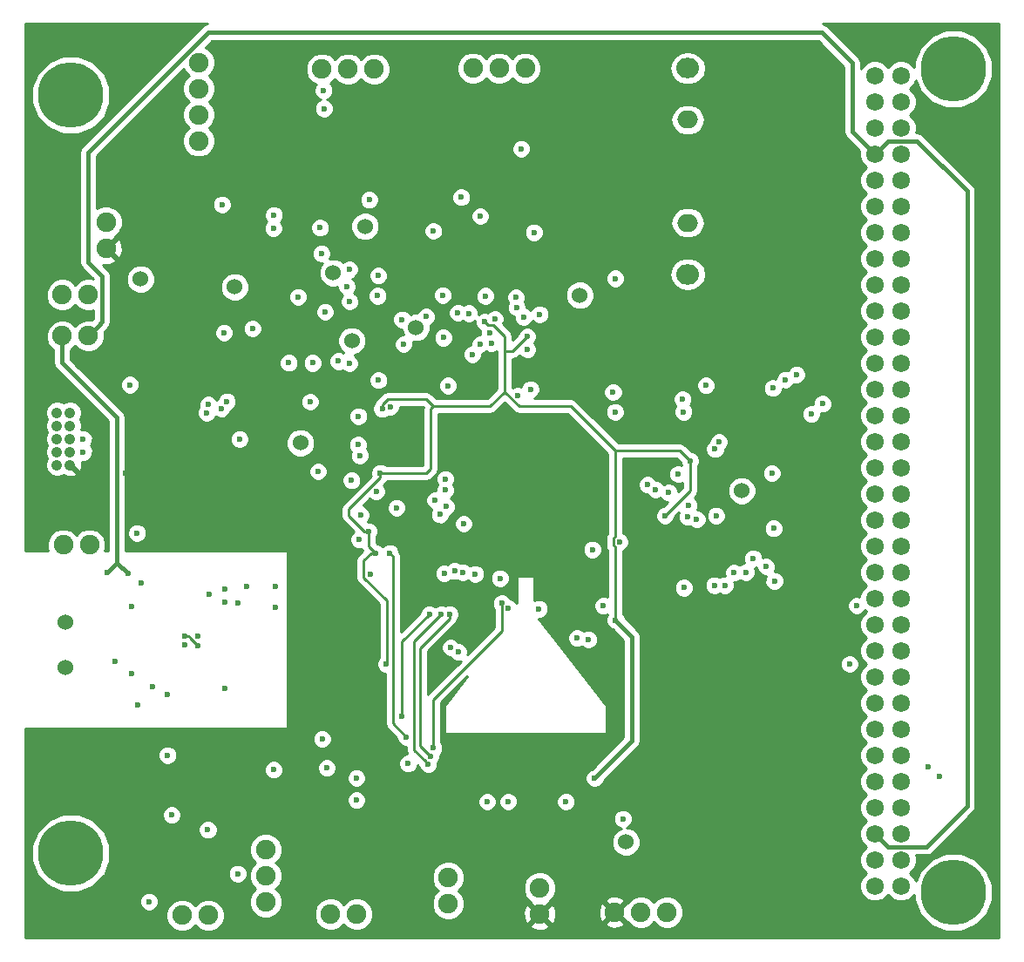
<source format=gbr>
G04 #@! TF.FileFunction,Copper,L3,Inr,Mixed*
%FSLAX46Y46*%
G04 Gerber Fmt 4.6, Leading zero omitted, Abs format (unit mm)*
G04 Created by KiCad (PCBNEW 4.0.4-stable) date Thursday, April 19, 2018 'PMt' 11:46:15 PM*
%MOMM*%
%LPD*%
G01*
G04 APERTURE LIST*
%ADD10C,0.100000*%
%ADD11C,6.350000*%
%ADD12C,1.900000*%
%ADD13C,1.720000*%
%ADD14C,1.524000*%
%ADD15O,2.200000X1.950000*%
%ADD16O,2.000000X1.700000*%
%ADD17C,1.050000*%
%ADD18C,0.600000*%
%ADD19C,0.250000*%
%ADD20C,0.400000*%
%ADD21C,0.254000*%
G04 APERTURE END LIST*
D10*
D11*
X190810000Y-105090000D03*
D12*
X124000000Y-106000000D03*
X124000000Y-103460000D03*
X124000000Y-100920000D03*
D13*
X183190000Y-25710000D03*
X183190000Y-28250000D03*
X183190000Y-30790000D03*
X183190000Y-33330000D03*
X183190000Y-35870000D03*
X183190000Y-38410000D03*
X183190000Y-40950000D03*
X183190000Y-43490000D03*
X183190000Y-46030000D03*
X183190000Y-48570000D03*
X183190000Y-51110000D03*
X183190000Y-53650000D03*
X183190000Y-56190000D03*
X183190000Y-58730000D03*
X183190000Y-61270000D03*
X183190000Y-63810000D03*
X183190000Y-66350000D03*
X183190000Y-68890000D03*
X183190000Y-71430000D03*
X183190000Y-73970000D03*
X183190000Y-76510000D03*
X183190000Y-79050000D03*
X183190000Y-81590000D03*
X183190000Y-84130000D03*
X183190000Y-86670000D03*
X183190000Y-89210000D03*
X183190000Y-91750000D03*
X183190000Y-94290000D03*
X183190000Y-96830000D03*
X183190000Y-99370000D03*
X183190000Y-101910000D03*
X183190000Y-104450000D03*
X185730000Y-25710000D03*
X185730000Y-28250000D03*
X185730000Y-30790000D03*
X185730000Y-33330000D03*
X185730000Y-35870000D03*
X185730000Y-38410000D03*
X185730000Y-40950000D03*
X185730000Y-43490000D03*
X185730000Y-46030000D03*
X185730000Y-48570000D03*
X185730000Y-51110000D03*
X185730000Y-53650000D03*
X185730000Y-56190000D03*
X185730000Y-58730000D03*
X185730000Y-61270000D03*
X185730000Y-63810000D03*
X185730000Y-66350000D03*
X185730000Y-68890000D03*
X185730000Y-71430000D03*
X185730000Y-73970000D03*
X185730000Y-76510000D03*
X185730000Y-79050000D03*
X185730000Y-81590000D03*
X185730000Y-84130000D03*
X185730000Y-86670000D03*
X185730000Y-89210000D03*
X185730000Y-91750000D03*
X185730000Y-94290000D03*
X185730000Y-96830000D03*
X185730000Y-99370000D03*
X185730000Y-101910000D03*
X185730000Y-104450000D03*
D12*
X141732000Y-103632000D03*
X141732000Y-106172000D03*
X163000000Y-107000000D03*
X160460000Y-107000000D03*
X157920000Y-107000000D03*
X130302000Y-107188000D03*
X132842000Y-107188000D03*
X118420000Y-107300000D03*
X115880000Y-107300000D03*
D14*
X104500000Y-83200000D03*
X104500000Y-78800000D03*
D12*
X117500000Y-29520000D03*
X117500000Y-26980000D03*
X117500000Y-24440000D03*
X117500000Y-32060000D03*
X134540000Y-25075000D03*
X132000000Y-25075000D03*
X129460000Y-25075000D03*
X144120000Y-25000000D03*
X146660000Y-25000000D03*
X149200000Y-25000000D03*
X104340000Y-71310000D03*
X106880000Y-71310000D03*
X108500000Y-42500000D03*
X108500000Y-39960000D03*
D14*
X154520000Y-47050000D03*
X170250000Y-66040000D03*
X133650000Y-40350000D03*
X138600000Y-50200000D03*
X130550000Y-44870000D03*
X127380000Y-61400000D03*
X132360000Y-51480000D03*
X121000000Y-46250000D03*
D12*
X104230000Y-47000000D03*
X106770000Y-47000000D03*
D11*
X105080000Y-27620000D03*
X105080000Y-101280000D03*
X190810000Y-25080000D03*
D12*
X150622000Y-107188000D03*
X150622000Y-104648000D03*
D15*
X165000000Y-45000000D03*
X165000000Y-25000000D03*
D16*
X165000000Y-40000000D03*
X165000000Y-30000000D03*
D17*
X105000000Y-63540000D03*
X105000000Y-62270000D03*
X105000000Y-61000000D03*
X105000000Y-59730000D03*
X105000000Y-58460000D03*
X103730000Y-63540000D03*
X103730000Y-62270000D03*
X103730000Y-61000000D03*
X103730000Y-59730000D03*
X103730000Y-58460000D03*
D14*
X159010000Y-100180000D03*
D12*
X104230000Y-51000000D03*
X106770000Y-51000000D03*
D14*
X111840000Y-45490000D03*
D18*
X165213703Y-63133639D03*
X149399586Y-51050000D03*
X145304707Y-49636026D03*
X135315166Y-58092706D03*
X133999983Y-69983592D03*
X135700000Y-82900000D03*
X155956000Y-93980000D03*
X134672684Y-72092921D03*
X157997465Y-78616963D03*
X135130000Y-64320000D03*
X162800000Y-68470000D03*
X150610000Y-48903970D03*
X173270000Y-56070000D03*
X132131655Y-44540975D03*
X129280000Y-40490000D03*
X124765018Y-93154982D03*
X106270000Y-62270000D03*
X114460000Y-91740000D03*
X173170000Y-64340000D03*
X145510000Y-96250000D03*
X147560000Y-96250000D03*
X142670298Y-48756071D03*
X139600894Y-49128749D03*
X133135264Y-62619826D03*
X128550000Y-53630000D03*
X133239433Y-68420566D03*
X122718827Y-50283768D03*
X143735010Y-48808134D03*
X132970000Y-61580000D03*
X111497067Y-70158608D03*
X106270000Y-61040000D03*
X142691320Y-81689238D03*
X141952924Y-81275289D03*
X134135010Y-74128998D03*
X129480000Y-90160000D03*
X121280000Y-103260000D03*
X153162000Y-96266000D03*
X137830000Y-92560000D03*
X165091002Y-67476117D03*
X154241744Y-80364004D03*
X165005360Y-68606778D03*
X165875815Y-68817044D03*
X164501194Y-57159447D03*
X156817223Y-77226570D03*
X150546842Y-77527153D03*
X164603987Y-58381605D03*
X155357698Y-80499445D03*
X129770000Y-48660000D03*
X127140000Y-47210000D03*
X133100000Y-70790000D03*
X133000000Y-58800000D03*
X164040000Y-64420000D03*
X150060000Y-40940000D03*
X140280000Y-40810000D03*
X119760000Y-38240000D03*
X121450000Y-61020000D03*
X110809885Y-55749348D03*
X111537875Y-86896960D03*
X113028111Y-85089137D03*
X111880000Y-74970000D03*
X108610000Y-74010000D03*
X110600000Y-74110000D03*
X119993505Y-85230887D03*
X111000000Y-83800000D03*
X111000000Y-77300000D03*
X118548521Y-76098232D03*
X109377085Y-82609551D03*
X114450000Y-85880000D03*
X175800000Y-66600000D03*
X175800000Y-64400000D03*
X128300000Y-74740000D03*
X128300000Y-73770000D03*
X124923501Y-75346058D03*
X124977567Y-77407051D03*
X104500009Y-37320000D03*
X110390000Y-64300000D03*
X128090000Y-67480000D03*
X170130000Y-56750000D03*
X163039162Y-56375010D03*
X145110000Y-32150000D03*
X119441007Y-104428973D03*
X151080000Y-98550000D03*
X147067473Y-41924234D03*
X141033922Y-48282383D03*
X125890161Y-39914990D03*
X136049234Y-60893309D03*
X135787670Y-67374790D03*
X135105017Y-31796872D03*
X124090000Y-26360000D03*
X165058631Y-71755498D03*
X134874000Y-98806000D03*
X152400000Y-78486000D03*
X136630000Y-40870000D03*
X133096000Y-99060000D03*
X141046261Y-82064873D03*
X138590000Y-46650000D03*
X129286000Y-102870000D03*
X163196176Y-60349925D03*
X148316325Y-47242425D03*
X145335664Y-47111885D03*
X141195964Y-47035737D03*
X157970000Y-45420000D03*
X137260000Y-49410000D03*
X132806478Y-93955078D03*
X132820000Y-96110000D03*
X139787438Y-92615071D03*
X141060000Y-78050000D03*
X189420000Y-93770000D03*
X139980781Y-91838774D03*
X141859843Y-78033600D03*
X188350000Y-92870000D03*
X137225930Y-87960172D03*
X139890000Y-78050000D03*
X137644189Y-89962072D03*
X136059988Y-72114429D03*
X131880000Y-46200000D03*
X173344234Y-69713470D03*
X136710000Y-67700000D03*
X140907774Y-68359030D03*
X172604600Y-73407898D03*
X142353098Y-73860422D03*
X171354589Y-72605755D03*
X141335314Y-74068034D03*
X169493351Y-74012138D03*
X120040000Y-75560000D03*
X120040000Y-76840000D03*
X167590000Y-75230000D03*
X168600114Y-75233580D03*
X146763681Y-74555010D03*
X164629867Y-75471476D03*
X163150000Y-66240000D03*
X161857080Y-65914989D03*
X161103344Y-65464978D03*
X112670000Y-105970000D03*
X114868467Y-97555031D03*
X118380000Y-98990000D03*
X158710000Y-97920000D03*
X157750000Y-56470000D03*
X145899260Y-51683449D03*
X134940022Y-45135173D03*
X134872062Y-47108213D03*
X144068607Y-52795577D03*
X132158017Y-47672638D03*
X129410000Y-42990000D03*
X124740000Y-40540000D03*
X155730000Y-71755498D03*
X144842663Y-51799433D03*
X137388051Y-51811949D03*
X144840000Y-39370000D03*
X142990000Y-37530000D03*
X129670000Y-28910000D03*
X129630000Y-27150000D03*
X148381350Y-48229033D03*
X148830000Y-32830000D03*
X157950000Y-58390000D03*
X158380000Y-71010000D03*
X134737873Y-66107874D03*
X132150000Y-53670000D03*
X134060000Y-37770000D03*
X124791948Y-39258052D03*
X141249988Y-51171990D03*
X118274773Y-58469633D03*
X119694118Y-58062521D03*
X136084990Y-57875010D03*
X134948443Y-55303960D03*
X120231741Y-57384532D03*
X118423416Y-57683551D03*
X129930000Y-92980000D03*
X147574000Y-77470000D03*
X129098432Y-64173212D03*
X119940000Y-50690000D03*
X143238701Y-69248322D03*
X128310811Y-57406519D03*
X126240000Y-53620000D03*
X132344612Y-65039698D03*
X131080000Y-53460000D03*
X122184184Y-75364080D03*
X121290012Y-76990000D03*
X173418170Y-74801039D03*
X180725001Y-82884271D03*
X144350000Y-74140000D03*
X174481901Y-55269535D03*
X141503833Y-67598959D03*
X175573504Y-54756479D03*
X140439555Y-66964919D03*
X178100000Y-57600000D03*
X177000000Y-58600000D03*
X181406039Y-77213961D03*
X166776296Y-55807635D03*
X141715912Y-55834651D03*
X149052204Y-49152994D03*
X146258281Y-49347044D03*
X145785459Y-50690239D03*
X170653710Y-73965273D03*
X143145238Y-73972377D03*
X167751817Y-68473966D03*
X148510216Y-56847951D03*
X146935776Y-76987621D03*
X140290846Y-91046393D03*
X141442583Y-64905699D03*
X168048528Y-61294979D03*
X141442583Y-65976364D03*
X167654473Y-61995523D03*
X149399586Y-52330000D03*
X149734668Y-56189988D03*
X117399264Y-81075000D03*
X116100000Y-80200000D03*
X117399264Y-80150000D03*
X116100000Y-81025000D03*
D19*
X164230064Y-62150000D02*
X164913704Y-62833640D01*
X157950000Y-62150000D02*
X164230064Y-62150000D01*
X165213703Y-63557903D02*
X165213703Y-63133639D01*
X165213703Y-66056297D02*
X165213703Y-63557903D01*
X162800000Y-68470000D02*
X165213703Y-66056297D01*
X164913704Y-62833640D02*
X165213703Y-63133639D01*
X147994588Y-52454998D02*
X149099587Y-51349999D01*
X147210000Y-52454998D02*
X147994588Y-52454998D01*
X149099587Y-51349999D02*
X149399586Y-51050000D01*
X145630478Y-49961797D02*
X145604706Y-49936025D01*
X147210000Y-51026283D02*
X146145514Y-49961797D01*
X145604706Y-49936025D02*
X145304707Y-49636026D01*
X147210000Y-52454998D02*
X147210000Y-51026283D01*
X146145514Y-49961797D02*
X145630478Y-49961797D01*
X135848609Y-57134999D02*
X135315166Y-57668442D01*
X139584999Y-57134999D02*
X135848609Y-57134999D01*
X135315166Y-57668442D02*
X135315166Y-58092706D01*
X140280000Y-57830000D02*
X139584999Y-57134999D01*
X132060000Y-67814264D02*
X132060000Y-68467873D01*
X135130000Y-64744264D02*
X132060000Y-67814264D01*
X135130000Y-64320000D02*
X135130000Y-64744264D01*
X133575719Y-69983592D02*
X133999983Y-69983592D01*
X132060000Y-68467873D02*
X133575719Y-69983592D01*
X134672684Y-72092921D02*
X133999983Y-71420220D01*
X133999983Y-71420220D02*
X133999983Y-70407856D01*
X133999983Y-70407856D02*
X133999983Y-69983592D01*
X135130000Y-64320000D02*
X139602971Y-64320000D01*
X139602971Y-64320000D02*
X140030085Y-63892886D01*
X140030085Y-63892886D02*
X140030085Y-58079915D01*
X140030085Y-58079915D02*
X140280000Y-57830000D01*
D20*
X157997465Y-78616963D02*
X159600526Y-80220024D01*
X159600526Y-80220024D02*
X159600526Y-90335474D01*
X159600526Y-90335474D02*
X155956000Y-93980000D01*
D19*
X140280000Y-57830000D02*
X145811634Y-57830000D01*
X145811634Y-57830000D02*
X147210000Y-56431634D01*
X147210000Y-56431634D02*
X148608366Y-57830000D01*
X153630000Y-57830000D02*
X157950000Y-62150000D01*
X148608366Y-57830000D02*
X153630000Y-57830000D01*
X147210000Y-52454998D02*
X147210000Y-56431634D01*
X135770000Y-76740000D02*
X135770000Y-82830000D01*
X135770000Y-82830000D02*
X135700000Y-82900000D01*
X133510000Y-74480000D02*
X135770000Y-76740000D01*
X133510000Y-72831341D02*
X133510000Y-74480000D01*
X134248420Y-72092921D02*
X133510000Y-72831341D01*
X134672684Y-72092921D02*
X134248420Y-72092921D01*
X157997465Y-71552467D02*
X157997465Y-78192699D01*
X157997465Y-78192699D02*
X157997465Y-78616963D01*
X157754999Y-70709999D02*
X157754999Y-71310001D01*
X157754999Y-71310001D02*
X157997465Y-71552467D01*
X157997465Y-70467533D02*
X157754999Y-70709999D01*
X157997465Y-62197465D02*
X157997465Y-70467533D01*
X157950000Y-62150000D02*
X157997465Y-62197465D01*
D20*
X109530000Y-73040000D02*
X109530000Y-73090000D01*
X109530000Y-73090000D02*
X108610000Y-74010000D01*
X109530000Y-58930000D02*
X109530000Y-73040000D01*
X109530000Y-73040000D02*
X110600000Y-74110000D01*
X104230000Y-53630000D02*
X109530000Y-58930000D01*
X104230000Y-51000000D02*
X104230000Y-53630000D01*
D19*
X139487439Y-92315072D02*
X139787438Y-92615071D01*
X141060000Y-78050000D02*
X138398327Y-80711673D01*
X138398327Y-80711673D02*
X138398327Y-91225960D01*
X138398327Y-91225960D02*
X139487439Y-92315072D01*
X141859843Y-78033600D02*
X141859843Y-78457864D01*
X141859843Y-78457864D02*
X138978575Y-81339132D01*
X138978575Y-81339132D02*
X138978575Y-90836568D01*
X138978575Y-90836568D02*
X139680782Y-91538775D01*
X139680782Y-91538775D02*
X139980781Y-91838774D01*
X137225930Y-87535908D02*
X137225930Y-87960172D01*
X139890000Y-78050000D02*
X137225930Y-80714070D01*
X137225930Y-80714070D02*
X137225930Y-87535908D01*
X136359987Y-88677870D02*
X137644189Y-89962072D01*
X136059988Y-72114429D02*
X136359987Y-72414428D01*
X136359987Y-72414428D02*
X136359987Y-88677870D01*
D20*
X106770000Y-43820000D02*
X108120001Y-45170001D01*
X108120001Y-45170001D02*
X108120001Y-49649999D01*
X108120001Y-49649999D02*
X107719999Y-50050001D01*
X107719999Y-50050001D02*
X106770000Y-51000000D01*
X106770000Y-33171998D02*
X106770000Y-43820000D01*
X183190000Y-99370000D02*
X184450001Y-100630001D01*
X184450001Y-100630001D02*
X188193168Y-100630001D01*
X188193168Y-100630001D02*
X192126379Y-96696790D01*
X192126379Y-36904278D02*
X187292100Y-32069999D01*
X187292100Y-32069999D02*
X184450001Y-32069999D01*
X184450001Y-32069999D02*
X184049999Y-32470001D01*
X192126379Y-96696790D02*
X192126379Y-36904278D01*
X184049999Y-32470001D02*
X183190000Y-33330000D01*
X181000000Y-31140000D02*
X181000000Y-24500000D01*
X181000000Y-24500000D02*
X178000000Y-21500000D01*
X183190000Y-33330000D02*
X181000000Y-31140000D01*
X178000000Y-21500000D02*
X118441998Y-21500000D01*
X118441998Y-21500000D02*
X106770000Y-33171998D01*
D19*
X140290846Y-91046393D02*
X140290846Y-86325858D01*
X140290846Y-86325858D02*
X146935776Y-79680928D01*
X146935776Y-79680928D02*
X146935776Y-77411885D01*
X146935776Y-77411885D02*
X146935776Y-76987621D01*
X116100000Y-80200000D02*
X116524264Y-80200000D01*
X116524264Y-80200000D02*
X116649265Y-80325001D01*
X116649265Y-80325001D02*
X117399264Y-81075000D01*
D21*
G36*
X195205000Y-109485000D02*
X100685000Y-109485000D01*
X100685000Y-107613893D01*
X114294725Y-107613893D01*
X114535519Y-108196657D01*
X114980997Y-108642914D01*
X115563341Y-108884724D01*
X116193893Y-108885275D01*
X116776657Y-108644481D01*
X117150261Y-108271529D01*
X117520997Y-108642914D01*
X118103341Y-108884724D01*
X118733893Y-108885275D01*
X119316657Y-108644481D01*
X119762914Y-108199003D01*
X120004724Y-107616659D01*
X120005275Y-106986107D01*
X119764481Y-106403343D01*
X119319003Y-105957086D01*
X118736659Y-105715276D01*
X118106107Y-105714725D01*
X117523343Y-105955519D01*
X117149739Y-106328471D01*
X116779003Y-105957086D01*
X116196659Y-105715276D01*
X115566107Y-105714725D01*
X114983343Y-105955519D01*
X114537086Y-106400997D01*
X114295276Y-106983341D01*
X114294725Y-107613893D01*
X100685000Y-107613893D01*
X100685000Y-106155167D01*
X111734838Y-106155167D01*
X111876883Y-106498943D01*
X112139673Y-106762192D01*
X112483201Y-106904838D01*
X112855167Y-106905162D01*
X113198943Y-106763117D01*
X113462192Y-106500327D01*
X113604838Y-106156799D01*
X113605162Y-105784833D01*
X113463117Y-105441057D01*
X113200327Y-105177808D01*
X112856799Y-105035162D01*
X112484833Y-105034838D01*
X112141057Y-105176883D01*
X111877808Y-105439673D01*
X111735162Y-105783201D01*
X111734838Y-106155167D01*
X100685000Y-106155167D01*
X100685000Y-102034531D01*
X101269340Y-102034531D01*
X101848156Y-103435372D01*
X102918991Y-104508077D01*
X104318819Y-105089337D01*
X105834531Y-105090660D01*
X107235372Y-104511844D01*
X108303911Y-103445167D01*
X120344838Y-103445167D01*
X120486883Y-103788943D01*
X120749673Y-104052192D01*
X121093201Y-104194838D01*
X121465167Y-104195162D01*
X121808943Y-104053117D01*
X122072192Y-103790327D01*
X122214838Y-103446799D01*
X122215162Y-103074833D01*
X122073117Y-102731057D01*
X121810327Y-102467808D01*
X121466799Y-102325162D01*
X121094833Y-102324838D01*
X120751057Y-102466883D01*
X120487808Y-102729673D01*
X120345162Y-103073201D01*
X120344838Y-103445167D01*
X108303911Y-103445167D01*
X108308077Y-103441009D01*
X108889337Y-102041181D01*
X108890041Y-101233893D01*
X122414725Y-101233893D01*
X122655519Y-101816657D01*
X123028471Y-102190261D01*
X122657086Y-102560997D01*
X122415276Y-103143341D01*
X122414725Y-103773893D01*
X122655519Y-104356657D01*
X123028471Y-104730261D01*
X122657086Y-105100997D01*
X122415276Y-105683341D01*
X122414725Y-106313893D01*
X122655519Y-106896657D01*
X123100997Y-107342914D01*
X123683341Y-107584724D01*
X124313893Y-107585275D01*
X124515692Y-107501893D01*
X128716725Y-107501893D01*
X128957519Y-108084657D01*
X129402997Y-108530914D01*
X129985341Y-108772724D01*
X130615893Y-108773275D01*
X131198657Y-108532481D01*
X131572261Y-108159529D01*
X131942997Y-108530914D01*
X132525341Y-108772724D01*
X133155893Y-108773275D01*
X133738657Y-108532481D01*
X133967186Y-108304350D01*
X149685255Y-108304350D01*
X149777792Y-108566019D01*
X150369398Y-108784188D01*
X150999461Y-108759352D01*
X151466208Y-108566019D01*
X151558745Y-108304350D01*
X150622000Y-107367605D01*
X149685255Y-108304350D01*
X133967186Y-108304350D01*
X134184914Y-108087003D01*
X134426724Y-107504659D01*
X134427275Y-106874107D01*
X134186481Y-106291343D01*
X133741003Y-105845086D01*
X133158659Y-105603276D01*
X132528107Y-105602725D01*
X131945343Y-105843519D01*
X131571739Y-106216471D01*
X131201003Y-105845086D01*
X130618659Y-105603276D01*
X129988107Y-105602725D01*
X129405343Y-105843519D01*
X128959086Y-106288997D01*
X128717276Y-106871341D01*
X128716725Y-107501893D01*
X124515692Y-107501893D01*
X124896657Y-107344481D01*
X125342914Y-106899003D01*
X125584724Y-106316659D01*
X125585275Y-105686107D01*
X125344481Y-105103343D01*
X124971529Y-104729739D01*
X125342914Y-104359003D01*
X125514452Y-103945893D01*
X140146725Y-103945893D01*
X140387519Y-104528657D01*
X140760471Y-104902261D01*
X140389086Y-105272997D01*
X140147276Y-105855341D01*
X140146725Y-106485893D01*
X140387519Y-107068657D01*
X140832997Y-107514914D01*
X141415341Y-107756724D01*
X142045893Y-107757275D01*
X142628657Y-107516481D01*
X143074914Y-107071003D01*
X143131222Y-106935398D01*
X149025812Y-106935398D01*
X149050648Y-107565461D01*
X149243981Y-108032208D01*
X149505650Y-108124745D01*
X150442395Y-107188000D01*
X150801605Y-107188000D01*
X151738350Y-108124745D01*
X151762088Y-108116350D01*
X156983255Y-108116350D01*
X157075792Y-108378019D01*
X157667398Y-108596188D01*
X158297461Y-108571352D01*
X158764208Y-108378019D01*
X158856745Y-108116350D01*
X157920000Y-107179605D01*
X156983255Y-108116350D01*
X151762088Y-108116350D01*
X152000019Y-108032208D01*
X152218188Y-107440602D01*
X152193352Y-106810539D01*
X152167199Y-106747398D01*
X156323812Y-106747398D01*
X156348648Y-107377461D01*
X156541981Y-107844208D01*
X156803650Y-107936745D01*
X157740395Y-107000000D01*
X158099605Y-107000000D01*
X159036350Y-107936745D01*
X159124439Y-107905593D01*
X159560997Y-108342914D01*
X160143341Y-108584724D01*
X160773893Y-108585275D01*
X161356657Y-108344481D01*
X161730261Y-107971529D01*
X162100997Y-108342914D01*
X162683341Y-108584724D01*
X163313893Y-108585275D01*
X163896657Y-108344481D01*
X164342914Y-107899003D01*
X164584724Y-107316659D01*
X164585275Y-106686107D01*
X164344481Y-106103343D01*
X163899003Y-105657086D01*
X163316659Y-105415276D01*
X162686107Y-105414725D01*
X162103343Y-105655519D01*
X161729739Y-106028471D01*
X161359003Y-105657086D01*
X160776659Y-105415276D01*
X160146107Y-105414725D01*
X159563343Y-105655519D01*
X159123884Y-106094211D01*
X159036350Y-106063255D01*
X158099605Y-107000000D01*
X157740395Y-107000000D01*
X156803650Y-106063255D01*
X156541981Y-106155792D01*
X156323812Y-106747398D01*
X152167199Y-106747398D01*
X152000019Y-106343792D01*
X151738350Y-106251255D01*
X150801605Y-107188000D01*
X150442395Y-107188000D01*
X149505650Y-106251255D01*
X149243981Y-106343792D01*
X149025812Y-106935398D01*
X143131222Y-106935398D01*
X143316724Y-106488659D01*
X143317275Y-105858107D01*
X143076481Y-105275343D01*
X142763579Y-104961893D01*
X149036725Y-104961893D01*
X149277519Y-105544657D01*
X149716211Y-105984116D01*
X149685255Y-106071650D01*
X150622000Y-107008395D01*
X151558745Y-106071650D01*
X151527593Y-105983561D01*
X151627678Y-105883650D01*
X156983255Y-105883650D01*
X157920000Y-106820395D01*
X158856745Y-105883650D01*
X158764208Y-105621981D01*
X158172602Y-105403812D01*
X157542539Y-105428648D01*
X157075792Y-105621981D01*
X156983255Y-105883650D01*
X151627678Y-105883650D01*
X151964914Y-105547003D01*
X152206724Y-104964659D01*
X152207275Y-104334107D01*
X151966481Y-103751343D01*
X151521003Y-103305086D01*
X150938659Y-103063276D01*
X150308107Y-103062725D01*
X149725343Y-103303519D01*
X149279086Y-103748997D01*
X149037276Y-104331341D01*
X149036725Y-104961893D01*
X142763579Y-104961893D01*
X142703529Y-104901739D01*
X143074914Y-104531003D01*
X143316724Y-103948659D01*
X143317275Y-103318107D01*
X143076481Y-102735343D01*
X142631003Y-102289086D01*
X142048659Y-102047276D01*
X141418107Y-102046725D01*
X140835343Y-102287519D01*
X140389086Y-102732997D01*
X140147276Y-103315341D01*
X140146725Y-103945893D01*
X125514452Y-103945893D01*
X125584724Y-103776659D01*
X125585275Y-103146107D01*
X125344481Y-102563343D01*
X124971529Y-102189739D01*
X125342914Y-101819003D01*
X125584724Y-101236659D01*
X125585275Y-100606107D01*
X125523525Y-100456661D01*
X157612758Y-100456661D01*
X157824990Y-100970303D01*
X158217630Y-101363629D01*
X158730900Y-101576757D01*
X159286661Y-101577242D01*
X159800303Y-101365010D01*
X160193629Y-100972370D01*
X160406757Y-100459100D01*
X160407242Y-99903339D01*
X160195010Y-99389697D01*
X159802370Y-98996371D01*
X159289100Y-98783243D01*
X159069688Y-98783052D01*
X159238943Y-98713117D01*
X159502192Y-98450327D01*
X159644838Y-98106799D01*
X159645162Y-97734833D01*
X159503117Y-97391057D01*
X159240327Y-97127808D01*
X158896799Y-96985162D01*
X158524833Y-96984838D01*
X158181057Y-97126883D01*
X157917808Y-97389673D01*
X157775162Y-97733201D01*
X157774838Y-98105167D01*
X157916883Y-98448943D01*
X158179673Y-98712192D01*
X158523201Y-98854838D01*
X158558817Y-98854869D01*
X158219697Y-98994990D01*
X157826371Y-99387630D01*
X157613243Y-99900900D01*
X157612758Y-100456661D01*
X125523525Y-100456661D01*
X125344481Y-100023343D01*
X124899003Y-99577086D01*
X124316659Y-99335276D01*
X123686107Y-99334725D01*
X123103343Y-99575519D01*
X122657086Y-100020997D01*
X122415276Y-100603341D01*
X122414725Y-101233893D01*
X108890041Y-101233893D01*
X108890660Y-100525469D01*
X108332727Y-99175167D01*
X117444838Y-99175167D01*
X117586883Y-99518943D01*
X117849673Y-99782192D01*
X118193201Y-99924838D01*
X118565167Y-99925162D01*
X118908943Y-99783117D01*
X119172192Y-99520327D01*
X119314838Y-99176799D01*
X119315162Y-98804833D01*
X119173117Y-98461057D01*
X118910327Y-98197808D01*
X118566799Y-98055162D01*
X118194833Y-98054838D01*
X117851057Y-98196883D01*
X117587808Y-98459673D01*
X117445162Y-98803201D01*
X117444838Y-99175167D01*
X108332727Y-99175167D01*
X108311844Y-99124628D01*
X107241009Y-98051923D01*
X106490293Y-97740198D01*
X113933305Y-97740198D01*
X114075350Y-98083974D01*
X114338140Y-98347223D01*
X114681668Y-98489869D01*
X115053634Y-98490193D01*
X115397410Y-98348148D01*
X115660659Y-98085358D01*
X115803305Y-97741830D01*
X115803629Y-97369864D01*
X115661584Y-97026088D01*
X115398794Y-96762839D01*
X115055266Y-96620193D01*
X114683300Y-96619869D01*
X114339524Y-96761914D01*
X114076275Y-97024704D01*
X113933629Y-97368232D01*
X113933305Y-97740198D01*
X106490293Y-97740198D01*
X105841181Y-97470663D01*
X104325469Y-97469340D01*
X102924628Y-98048156D01*
X101851923Y-99118991D01*
X101270663Y-100518819D01*
X101269340Y-102034531D01*
X100685000Y-102034531D01*
X100685000Y-96295167D01*
X131884838Y-96295167D01*
X132026883Y-96638943D01*
X132289673Y-96902192D01*
X132633201Y-97044838D01*
X133005167Y-97045162D01*
X133348943Y-96903117D01*
X133612192Y-96640327D01*
X133697382Y-96435167D01*
X144574838Y-96435167D01*
X144716883Y-96778943D01*
X144979673Y-97042192D01*
X145323201Y-97184838D01*
X145695167Y-97185162D01*
X146038943Y-97043117D01*
X146302192Y-96780327D01*
X146444838Y-96436799D01*
X146444839Y-96435167D01*
X146624838Y-96435167D01*
X146766883Y-96778943D01*
X147029673Y-97042192D01*
X147373201Y-97184838D01*
X147745167Y-97185162D01*
X148088943Y-97043117D01*
X148352192Y-96780327D01*
X148488871Y-96451167D01*
X152226838Y-96451167D01*
X152368883Y-96794943D01*
X152631673Y-97058192D01*
X152975201Y-97200838D01*
X153347167Y-97201162D01*
X153690943Y-97059117D01*
X153954192Y-96796327D01*
X154096838Y-96452799D01*
X154097162Y-96080833D01*
X153955117Y-95737057D01*
X153692327Y-95473808D01*
X153348799Y-95331162D01*
X152976833Y-95330838D01*
X152633057Y-95472883D01*
X152369808Y-95735673D01*
X152227162Y-96079201D01*
X152226838Y-96451167D01*
X148488871Y-96451167D01*
X148494838Y-96436799D01*
X148495162Y-96064833D01*
X148353117Y-95721057D01*
X148090327Y-95457808D01*
X147746799Y-95315162D01*
X147374833Y-95314838D01*
X147031057Y-95456883D01*
X146767808Y-95719673D01*
X146625162Y-96063201D01*
X146624838Y-96435167D01*
X146444839Y-96435167D01*
X146445162Y-96064833D01*
X146303117Y-95721057D01*
X146040327Y-95457808D01*
X145696799Y-95315162D01*
X145324833Y-95314838D01*
X144981057Y-95456883D01*
X144717808Y-95719673D01*
X144575162Y-96063201D01*
X144574838Y-96435167D01*
X133697382Y-96435167D01*
X133754838Y-96296799D01*
X133755162Y-95924833D01*
X133613117Y-95581057D01*
X133350327Y-95317808D01*
X133006799Y-95175162D01*
X132634833Y-95174838D01*
X132291057Y-95316883D01*
X132027808Y-95579673D01*
X131885162Y-95923201D01*
X131884838Y-96295167D01*
X100685000Y-96295167D01*
X100685000Y-94140245D01*
X131871316Y-94140245D01*
X132013361Y-94484021D01*
X132276151Y-94747270D01*
X132619679Y-94889916D01*
X132991645Y-94890240D01*
X133335421Y-94748195D01*
X133598670Y-94485405D01*
X133741316Y-94141877D01*
X133741640Y-93769911D01*
X133599595Y-93426135D01*
X133336805Y-93162886D01*
X132993277Y-93020240D01*
X132621311Y-93019916D01*
X132277535Y-93161961D01*
X132014286Y-93424751D01*
X131871640Y-93768279D01*
X131871316Y-94140245D01*
X100685000Y-94140245D01*
X100685000Y-93340149D01*
X123829856Y-93340149D01*
X123971901Y-93683925D01*
X124234691Y-93947174D01*
X124578219Y-94089820D01*
X124950185Y-94090144D01*
X125293961Y-93948099D01*
X125557210Y-93685309D01*
X125699856Y-93341781D01*
X125700009Y-93165167D01*
X128994838Y-93165167D01*
X129136883Y-93508943D01*
X129399673Y-93772192D01*
X129743201Y-93914838D01*
X130115167Y-93915162D01*
X130458943Y-93773117D01*
X130722192Y-93510327D01*
X130864838Y-93166799D01*
X130865162Y-92794833D01*
X130723117Y-92451057D01*
X130460327Y-92187808D01*
X130116799Y-92045162D01*
X129744833Y-92044838D01*
X129401057Y-92186883D01*
X129137808Y-92449673D01*
X128995162Y-92793201D01*
X128994838Y-93165167D01*
X125700009Y-93165167D01*
X125700180Y-92969815D01*
X125558135Y-92626039D01*
X125295345Y-92362790D01*
X124951817Y-92220144D01*
X124579851Y-92219820D01*
X124236075Y-92361865D01*
X123972826Y-92624655D01*
X123830180Y-92968183D01*
X123829856Y-93340149D01*
X100685000Y-93340149D01*
X100685000Y-91925167D01*
X113524838Y-91925167D01*
X113666883Y-92268943D01*
X113929673Y-92532192D01*
X114273201Y-92674838D01*
X114645167Y-92675162D01*
X114988943Y-92533117D01*
X115252192Y-92270327D01*
X115394838Y-91926799D01*
X115395162Y-91554833D01*
X115253117Y-91211057D01*
X114990327Y-90947808D01*
X114646799Y-90805162D01*
X114274833Y-90804838D01*
X113931057Y-90946883D01*
X113667808Y-91209673D01*
X113525162Y-91553201D01*
X113524838Y-91925167D01*
X100685000Y-91925167D01*
X100685000Y-90345167D01*
X128544838Y-90345167D01*
X128686883Y-90688943D01*
X128949673Y-90952192D01*
X129293201Y-91094838D01*
X129665167Y-91095162D01*
X130008943Y-90953117D01*
X130272192Y-90690327D01*
X130414838Y-90346799D01*
X130415162Y-89974833D01*
X130273117Y-89631057D01*
X130010327Y-89367808D01*
X129666799Y-89225162D01*
X129294833Y-89224838D01*
X128951057Y-89366883D01*
X128687808Y-89629673D01*
X128545162Y-89973201D01*
X128544838Y-90345167D01*
X100685000Y-90345167D01*
X100685000Y-89127000D01*
X126000000Y-89127000D01*
X126049410Y-89116994D01*
X126091035Y-89088553D01*
X126118315Y-89046159D01*
X126127000Y-89000000D01*
X126127000Y-72000000D01*
X126116994Y-71950590D01*
X126088553Y-71908965D01*
X126046159Y-71881685D01*
X126000000Y-71873000D01*
X110365000Y-71873000D01*
X110365000Y-70343775D01*
X110561905Y-70343775D01*
X110703950Y-70687551D01*
X110966740Y-70950800D01*
X111310268Y-71093446D01*
X111682234Y-71093770D01*
X112026010Y-70951725D01*
X112289259Y-70688935D01*
X112431905Y-70345407D01*
X112432229Y-69973441D01*
X112290184Y-69629665D01*
X112027394Y-69366416D01*
X111683866Y-69223770D01*
X111311900Y-69223446D01*
X110968124Y-69365491D01*
X110704875Y-69628281D01*
X110562229Y-69971809D01*
X110561905Y-70343775D01*
X110365000Y-70343775D01*
X110365000Y-67814264D01*
X131300000Y-67814264D01*
X131300000Y-68467873D01*
X131357852Y-68758712D01*
X131522599Y-69005274D01*
X132542608Y-70025283D01*
X132307808Y-70259673D01*
X132165162Y-70603201D01*
X132164838Y-70975167D01*
X132306883Y-71318943D01*
X132569673Y-71582192D01*
X132913201Y-71724838D01*
X133285167Y-71725162D01*
X133302479Y-71718009D01*
X133401033Y-71865506D01*
X132972599Y-72293940D01*
X132807852Y-72540502D01*
X132750000Y-72831341D01*
X132750000Y-74480000D01*
X132807852Y-74770839D01*
X132972599Y-75017401D01*
X135010000Y-77054802D01*
X135010000Y-82267659D01*
X134907808Y-82369673D01*
X134765162Y-82713201D01*
X134764838Y-83085167D01*
X134906883Y-83428943D01*
X135169673Y-83692192D01*
X135513201Y-83834838D01*
X135599987Y-83834914D01*
X135599987Y-88677870D01*
X135657839Y-88968709D01*
X135822586Y-89215271D01*
X136709067Y-90101752D01*
X136709027Y-90147239D01*
X136851072Y-90491015D01*
X137113862Y-90754264D01*
X137457390Y-90896910D01*
X137638327Y-90897068D01*
X137638327Y-91225960D01*
X137696179Y-91516799D01*
X137768440Y-91624946D01*
X137644833Y-91624838D01*
X137301057Y-91766883D01*
X137037808Y-92029673D01*
X136895162Y-92373201D01*
X136894838Y-92745167D01*
X137036883Y-93088943D01*
X137299673Y-93352192D01*
X137643201Y-93494838D01*
X138015167Y-93495162D01*
X138358943Y-93353117D01*
X138622192Y-93090327D01*
X138764838Y-92746799D01*
X138764907Y-92667342D01*
X138852316Y-92754751D01*
X138852276Y-92800238D01*
X138994321Y-93144014D01*
X139257111Y-93407263D01*
X139600639Y-93549909D01*
X139972605Y-93550233D01*
X140316381Y-93408188D01*
X140579630Y-93145398D01*
X140722276Y-92801870D01*
X140722600Y-92429904D01*
X140719523Y-92422458D01*
X140772973Y-92369101D01*
X140915619Y-92025573D01*
X140915865Y-91743602D01*
X141083038Y-91576720D01*
X141225684Y-91233192D01*
X141226008Y-90861226D01*
X141083963Y-90517450D01*
X141050846Y-90484275D01*
X141050846Y-86640660D01*
X143605718Y-84085788D01*
X141399752Y-86922030D01*
X141383006Y-86950590D01*
X141373000Y-87000000D01*
X141373000Y-89500000D01*
X141381685Y-89546159D01*
X141408965Y-89588553D01*
X141450590Y-89616994D01*
X141500000Y-89627000D01*
X157000000Y-89627000D01*
X157046159Y-89618315D01*
X157088553Y-89591035D01*
X157116994Y-89549410D01*
X157127000Y-89500000D01*
X157127000Y-87000000D01*
X157122684Y-86967174D01*
X157100248Y-86922030D01*
X152143581Y-80549171D01*
X153306582Y-80549171D01*
X153448627Y-80892947D01*
X153711417Y-81156196D01*
X154054945Y-81298842D01*
X154426911Y-81299166D01*
X154715750Y-81179821D01*
X154827371Y-81291637D01*
X155170899Y-81434283D01*
X155542865Y-81434607D01*
X155886641Y-81292562D01*
X156149890Y-81029772D01*
X156292536Y-80686244D01*
X156292860Y-80314278D01*
X156150815Y-79970502D01*
X155888025Y-79707253D01*
X155544497Y-79564607D01*
X155172531Y-79564283D01*
X154883692Y-79683628D01*
X154772071Y-79571812D01*
X154428543Y-79429166D01*
X154056577Y-79428842D01*
X153712801Y-79570887D01*
X153449552Y-79833677D01*
X153306906Y-80177205D01*
X153306582Y-80549171D01*
X152143581Y-80549171D01*
X150520327Y-78462131D01*
X150732009Y-78462315D01*
X151075785Y-78320270D01*
X151339034Y-78057480D01*
X151481680Y-77713952D01*
X151482004Y-77341986D01*
X151339959Y-76998210D01*
X151077169Y-76734961D01*
X150733641Y-76592315D01*
X150361675Y-76591991D01*
X150127000Y-76688956D01*
X150127000Y-74500000D01*
X150118315Y-74453841D01*
X150091035Y-74411447D01*
X150049410Y-74383006D01*
X150000000Y-74373000D01*
X148500000Y-74373000D01*
X148453841Y-74381685D01*
X148411447Y-74408965D01*
X148383006Y-74450590D01*
X148373000Y-74500000D01*
X148373000Y-76955295D01*
X148367117Y-76941057D01*
X148104327Y-76677808D01*
X147760799Y-76535162D01*
X147760495Y-76535162D01*
X147728893Y-76458678D01*
X147466103Y-76195429D01*
X147122575Y-76052783D01*
X146750609Y-76052459D01*
X146406833Y-76194504D01*
X146143584Y-76457294D01*
X146000938Y-76800822D01*
X146000614Y-77172788D01*
X146142659Y-77516564D01*
X146175776Y-77549739D01*
X146175776Y-79366126D01*
X143597962Y-81943940D01*
X143626158Y-81876037D01*
X143626482Y-81504071D01*
X143484437Y-81160295D01*
X143221647Y-80897046D01*
X142878119Y-80754400D01*
X142749322Y-80754288D01*
X142746041Y-80746346D01*
X142483251Y-80483097D01*
X142139723Y-80340451D01*
X141767757Y-80340127D01*
X141423981Y-80482172D01*
X141160732Y-80744962D01*
X141018086Y-81088490D01*
X141017762Y-81460456D01*
X141159807Y-81804232D01*
X141422597Y-82067481D01*
X141766125Y-82210127D01*
X141894922Y-82210239D01*
X141898203Y-82218181D01*
X142160993Y-82481430D01*
X142504521Y-82624076D01*
X142876487Y-82624400D01*
X142946382Y-82595520D01*
X139753445Y-85788457D01*
X139738575Y-85810712D01*
X139738575Y-81653934D01*
X142397244Y-78995265D01*
X142561991Y-78748704D01*
X142585542Y-78630304D01*
X142652035Y-78563927D01*
X142794681Y-78220399D01*
X142795005Y-77848433D01*
X142652960Y-77504657D01*
X142390170Y-77241408D01*
X142046642Y-77098762D01*
X141674676Y-77098438D01*
X141440021Y-77195395D01*
X141246799Y-77115162D01*
X140874833Y-77114838D01*
X140531057Y-77256883D01*
X140475133Y-77312710D01*
X140420327Y-77257808D01*
X140076799Y-77115162D01*
X139704833Y-77114838D01*
X139361057Y-77256883D01*
X139097808Y-77519673D01*
X138955162Y-77863201D01*
X138955121Y-77910077D01*
X137119987Y-79745211D01*
X137119987Y-74253201D01*
X140400152Y-74253201D01*
X140542197Y-74596977D01*
X140804987Y-74860226D01*
X141148515Y-75002872D01*
X141520481Y-75003196D01*
X141864257Y-74861151D01*
X141999603Y-74726041D01*
X142166299Y-74795260D01*
X142538265Y-74795584D01*
X142614449Y-74764106D01*
X142614911Y-74764569D01*
X142958439Y-74907215D01*
X143330405Y-74907539D01*
X143659373Y-74771612D01*
X143819673Y-74932192D01*
X144163201Y-75074838D01*
X144535167Y-75075162D01*
X144878943Y-74933117D01*
X145072219Y-74740177D01*
X145828519Y-74740177D01*
X145970564Y-75083953D01*
X146233354Y-75347202D01*
X146576882Y-75489848D01*
X146948848Y-75490172D01*
X147292624Y-75348127D01*
X147555873Y-75085337D01*
X147698519Y-74741809D01*
X147698843Y-74369843D01*
X147556798Y-74026067D01*
X147294008Y-73762818D01*
X146950480Y-73620172D01*
X146578514Y-73619848D01*
X146234738Y-73761893D01*
X145971489Y-74024683D01*
X145828843Y-74368211D01*
X145828519Y-74740177D01*
X145072219Y-74740177D01*
X145142192Y-74670327D01*
X145284838Y-74326799D01*
X145285162Y-73954833D01*
X145143117Y-73611057D01*
X144880327Y-73347808D01*
X144536799Y-73205162D01*
X144164833Y-73204838D01*
X143835865Y-73340765D01*
X143675565Y-73180185D01*
X143332037Y-73037539D01*
X142960071Y-73037215D01*
X142883887Y-73068693D01*
X142883425Y-73068230D01*
X142539897Y-72925584D01*
X142167931Y-72925260D01*
X141824155Y-73067305D01*
X141688809Y-73202415D01*
X141522113Y-73133196D01*
X141150147Y-73132872D01*
X140806371Y-73274917D01*
X140543122Y-73537707D01*
X140400476Y-73881235D01*
X140400152Y-74253201D01*
X137119987Y-74253201D01*
X137119987Y-72414428D01*
X137062135Y-72123589D01*
X136995068Y-72023216D01*
X136995140Y-71940665D01*
X154794838Y-71940665D01*
X154936883Y-72284441D01*
X155199673Y-72547690D01*
X155543201Y-72690336D01*
X155915167Y-72690660D01*
X156258943Y-72548615D01*
X156522192Y-72285825D01*
X156664838Y-71942297D01*
X156665162Y-71570331D01*
X156523117Y-71226555D01*
X156260327Y-70963306D01*
X155916799Y-70820660D01*
X155544833Y-70820336D01*
X155201057Y-70962381D01*
X154937808Y-71225171D01*
X154795162Y-71568699D01*
X154794838Y-71940665D01*
X136995140Y-71940665D01*
X136995150Y-71929262D01*
X136853105Y-71585486D01*
X136590315Y-71322237D01*
X136246787Y-71179591D01*
X135874821Y-71179267D01*
X135531045Y-71321312D01*
X135377033Y-71475055D01*
X135203011Y-71300729D01*
X134859483Y-71158083D01*
X134812607Y-71158042D01*
X134759983Y-71105418D01*
X134759983Y-70546055D01*
X134792175Y-70513919D01*
X134934821Y-70170391D01*
X134935145Y-69798425D01*
X134793100Y-69454649D01*
X134771977Y-69433489D01*
X142303539Y-69433489D01*
X142445584Y-69777265D01*
X142708374Y-70040514D01*
X143051902Y-70183160D01*
X143423868Y-70183484D01*
X143767644Y-70041439D01*
X144030893Y-69778649D01*
X144173539Y-69435121D01*
X144173863Y-69063155D01*
X144031818Y-68719379D01*
X143769028Y-68456130D01*
X143425500Y-68313484D01*
X143053534Y-68313160D01*
X142709758Y-68455205D01*
X142446509Y-68717995D01*
X142303863Y-69061523D01*
X142303539Y-69433489D01*
X134771977Y-69433489D01*
X134530310Y-69191400D01*
X134186782Y-69048754D01*
X133933814Y-69048534D01*
X134031625Y-68950893D01*
X134174271Y-68607365D01*
X134174595Y-68235399D01*
X134032550Y-67891623D01*
X134026106Y-67885167D01*
X135774838Y-67885167D01*
X135916883Y-68228943D01*
X136179673Y-68492192D01*
X136523201Y-68634838D01*
X136895167Y-68635162D01*
X137238943Y-68493117D01*
X137502192Y-68230327D01*
X137644838Y-67886799D01*
X137645162Y-67514833D01*
X137503117Y-67171057D01*
X137482183Y-67150086D01*
X139504393Y-67150086D01*
X139646438Y-67493862D01*
X139909228Y-67757111D01*
X140110590Y-67840724D01*
X139972936Y-68172231D01*
X139972612Y-68544197D01*
X140114657Y-68887973D01*
X140377447Y-69151222D01*
X140720975Y-69293868D01*
X141092941Y-69294192D01*
X141436717Y-69152147D01*
X141699966Y-68889357D01*
X141842612Y-68545829D01*
X141842678Y-68470623D01*
X142032776Y-68392076D01*
X142296025Y-68129286D01*
X142438671Y-67785758D01*
X142438995Y-67413792D01*
X142296950Y-67070016D01*
X142034160Y-66806767D01*
X141957912Y-66775106D01*
X141971526Y-66769481D01*
X142234775Y-66506691D01*
X142377421Y-66163163D01*
X142377745Y-65791197D01*
X142235700Y-65447421D01*
X142229541Y-65441251D01*
X142234775Y-65436026D01*
X142377421Y-65092498D01*
X142377745Y-64720532D01*
X142235700Y-64376756D01*
X141972910Y-64113507D01*
X141629382Y-63970861D01*
X141257416Y-63970537D01*
X140913640Y-64112582D01*
X140650391Y-64375372D01*
X140507745Y-64718900D01*
X140507421Y-65090866D01*
X140649466Y-65434642D01*
X140655625Y-65440812D01*
X140650391Y-65446037D01*
X140507745Y-65789565D01*
X140507536Y-66029978D01*
X140254388Y-66029757D01*
X139910612Y-66171802D01*
X139647363Y-66434592D01*
X139504717Y-66778120D01*
X139504393Y-67150086D01*
X137482183Y-67150086D01*
X137240327Y-66907808D01*
X136896799Y-66765162D01*
X136524833Y-66764838D01*
X136181057Y-66906883D01*
X135917808Y-67169673D01*
X135775162Y-67513201D01*
X135774838Y-67885167D01*
X134026106Y-67885167D01*
X133769760Y-67628374D01*
X133452451Y-67496615D01*
X134128342Y-66820724D01*
X134207546Y-66900066D01*
X134551074Y-67042712D01*
X134923040Y-67043036D01*
X135266816Y-66900991D01*
X135530065Y-66638201D01*
X135672711Y-66294673D01*
X135673035Y-65922707D01*
X135530990Y-65578931D01*
X135450633Y-65498433D01*
X135667401Y-65281665D01*
X135802149Y-65080000D01*
X139602971Y-65080000D01*
X139893810Y-65022148D01*
X140140372Y-64857401D01*
X140567486Y-64430287D01*
X140732233Y-64183726D01*
X140762978Y-64029161D01*
X140790085Y-63892886D01*
X140790085Y-58590000D01*
X145811634Y-58590000D01*
X146102473Y-58532148D01*
X146349035Y-58367401D01*
X147210000Y-57506436D01*
X148070965Y-58367401D01*
X148317527Y-58532148D01*
X148608366Y-58590000D01*
X153315198Y-58590000D01*
X157237465Y-62512267D01*
X157237465Y-70152731D01*
X157217598Y-70172598D01*
X157052851Y-70419160D01*
X156994999Y-70709999D01*
X156994999Y-71310001D01*
X157052851Y-71600840D01*
X157217598Y-71847402D01*
X157237465Y-71867269D01*
X157237465Y-76388666D01*
X157004022Y-76291732D01*
X156632056Y-76291408D01*
X156288280Y-76433453D01*
X156025031Y-76696243D01*
X155882385Y-77039771D01*
X155882061Y-77411737D01*
X156024106Y-77755513D01*
X156286896Y-78018762D01*
X156630424Y-78161408D01*
X157002390Y-78161732D01*
X157220200Y-78071735D01*
X157205273Y-78086636D01*
X157062627Y-78430164D01*
X157062303Y-78802130D01*
X157204348Y-79145906D01*
X157467138Y-79409155D01*
X157709375Y-79509741D01*
X158765526Y-80565892D01*
X158765526Y-89989606D01*
X155667667Y-93087465D01*
X155427057Y-93186883D01*
X155163808Y-93449673D01*
X155021162Y-93793201D01*
X155020838Y-94165167D01*
X155162883Y-94508943D01*
X155425673Y-94772192D01*
X155769201Y-94914838D01*
X156141167Y-94915162D01*
X156484943Y-94773117D01*
X156748192Y-94510327D01*
X156848778Y-94268090D01*
X160190960Y-90925908D01*
X160234179Y-90861226D01*
X160371965Y-90655015D01*
X160435526Y-90335474D01*
X160435526Y-83069438D01*
X179789839Y-83069438D01*
X179931884Y-83413214D01*
X180194674Y-83676463D01*
X180538202Y-83819109D01*
X180910168Y-83819433D01*
X181253944Y-83677388D01*
X181517193Y-83414598D01*
X181659839Y-83071070D01*
X181660163Y-82699104D01*
X181518118Y-82355328D01*
X181255328Y-82092079D01*
X180911800Y-81949433D01*
X180539834Y-81949109D01*
X180196058Y-82091154D01*
X179932809Y-82353944D01*
X179790163Y-82697472D01*
X179789839Y-83069438D01*
X160435526Y-83069438D01*
X160435526Y-80220024D01*
X160426425Y-80174272D01*
X160371966Y-79900484D01*
X160190960Y-79629590D01*
X158890000Y-78328630D01*
X158790582Y-78088020D01*
X158757465Y-78054845D01*
X158757465Y-75656643D01*
X163694705Y-75656643D01*
X163836750Y-76000419D01*
X164099540Y-76263668D01*
X164443068Y-76406314D01*
X164815034Y-76406638D01*
X165158810Y-76264593D01*
X165422059Y-76001803D01*
X165564705Y-75658275D01*
X165564916Y-75415167D01*
X166654838Y-75415167D01*
X166796883Y-75758943D01*
X167059673Y-76022192D01*
X167403201Y-76164838D01*
X167775167Y-76165162D01*
X168091099Y-76034622D01*
X168413315Y-76168418D01*
X168785281Y-76168742D01*
X169129057Y-76026697D01*
X169392306Y-75763907D01*
X169534952Y-75420379D01*
X169535276Y-75048413D01*
X169493430Y-74947139D01*
X169678518Y-74947300D01*
X170022294Y-74805255D01*
X170096822Y-74730857D01*
X170123383Y-74757465D01*
X170466911Y-74900111D01*
X170838877Y-74900435D01*
X171182653Y-74758390D01*
X171445902Y-74495600D01*
X171588548Y-74152072D01*
X171588872Y-73780106D01*
X171490023Y-73540874D01*
X171539756Y-73540917D01*
X171669530Y-73487296D01*
X171669438Y-73593065D01*
X171811483Y-73936841D01*
X172074273Y-74200090D01*
X172417801Y-74342736D01*
X172596006Y-74342891D01*
X172483332Y-74614240D01*
X172483008Y-74986206D01*
X172625053Y-75329982D01*
X172887843Y-75593231D01*
X173231371Y-75735877D01*
X173603337Y-75736201D01*
X173947113Y-75594156D01*
X174210362Y-75331366D01*
X174353008Y-74987838D01*
X174353332Y-74615872D01*
X174211287Y-74272096D01*
X173948497Y-74008847D01*
X173604969Y-73866201D01*
X173426764Y-73866046D01*
X173539438Y-73594697D01*
X173539762Y-73222731D01*
X173397717Y-72878955D01*
X173134927Y-72615706D01*
X172791399Y-72473060D01*
X172419433Y-72472736D01*
X172289659Y-72526357D01*
X172289751Y-72420588D01*
X172147706Y-72076812D01*
X171884916Y-71813563D01*
X171541388Y-71670917D01*
X171169422Y-71670593D01*
X170825646Y-71812638D01*
X170562397Y-72075428D01*
X170419751Y-72418956D01*
X170419427Y-72790922D01*
X170518276Y-73030154D01*
X170468543Y-73030111D01*
X170124767Y-73172156D01*
X170050239Y-73246554D01*
X170023678Y-73219946D01*
X169680150Y-73077300D01*
X169308184Y-73076976D01*
X168964408Y-73219021D01*
X168701159Y-73481811D01*
X168558513Y-73825339D01*
X168558189Y-74197305D01*
X168600035Y-74298579D01*
X168414947Y-74298418D01*
X168099015Y-74428958D01*
X167776799Y-74295162D01*
X167404833Y-74294838D01*
X167061057Y-74436883D01*
X166797808Y-74699673D01*
X166655162Y-75043201D01*
X166654838Y-75415167D01*
X165564916Y-75415167D01*
X165565029Y-75286309D01*
X165422984Y-74942533D01*
X165160194Y-74679284D01*
X164816666Y-74536638D01*
X164444700Y-74536314D01*
X164100924Y-74678359D01*
X163837675Y-74941149D01*
X163695029Y-75284677D01*
X163694705Y-75656643D01*
X158757465Y-75656643D01*
X158757465Y-71865706D01*
X158908943Y-71803117D01*
X159172192Y-71540327D01*
X159314838Y-71196799D01*
X159315162Y-70824833D01*
X159173117Y-70481057D01*
X158910327Y-70217808D01*
X158757465Y-70154334D01*
X158757465Y-69898637D01*
X172409072Y-69898637D01*
X172551117Y-70242413D01*
X172813907Y-70505662D01*
X173157435Y-70648308D01*
X173529401Y-70648632D01*
X173873177Y-70506587D01*
X174136426Y-70243797D01*
X174279072Y-69900269D01*
X174279396Y-69528303D01*
X174137351Y-69184527D01*
X173874561Y-68921278D01*
X173531033Y-68778632D01*
X173159067Y-68778308D01*
X172815291Y-68920353D01*
X172552042Y-69183143D01*
X172409396Y-69526671D01*
X172409072Y-69898637D01*
X158757465Y-69898637D01*
X158757465Y-62910000D01*
X163915262Y-62910000D01*
X164278581Y-63273319D01*
X164278541Y-63318806D01*
X164372230Y-63545550D01*
X164226799Y-63485162D01*
X163854833Y-63484838D01*
X163511057Y-63626883D01*
X163247808Y-63889673D01*
X163105162Y-64233201D01*
X163104838Y-64605167D01*
X163246883Y-64948943D01*
X163509673Y-65212192D01*
X163853201Y-65354838D01*
X164225167Y-65355162D01*
X164453703Y-65260733D01*
X164453703Y-65741495D01*
X164085114Y-66110084D01*
X164085162Y-66054833D01*
X163943117Y-65711057D01*
X163680327Y-65447808D01*
X163336799Y-65305162D01*
X162964833Y-65304838D01*
X162667419Y-65427727D01*
X162650197Y-65386046D01*
X162387407Y-65122797D01*
X162043879Y-64980151D01*
X161914643Y-64980038D01*
X161896461Y-64936035D01*
X161633671Y-64672786D01*
X161290143Y-64530140D01*
X160918177Y-64529816D01*
X160574401Y-64671861D01*
X160311152Y-64934651D01*
X160168506Y-65278179D01*
X160168182Y-65650145D01*
X160310227Y-65993921D01*
X160573017Y-66257170D01*
X160916545Y-66399816D01*
X161045781Y-66399929D01*
X161063963Y-66443932D01*
X161326753Y-66707181D01*
X161670281Y-66849827D01*
X162042247Y-66850151D01*
X162339661Y-66727262D01*
X162356883Y-66768943D01*
X162619673Y-67032192D01*
X162963201Y-67174838D01*
X163020310Y-67174888D01*
X162660320Y-67534878D01*
X162614833Y-67534838D01*
X162271057Y-67676883D01*
X162007808Y-67939673D01*
X161865162Y-68283201D01*
X161864838Y-68655167D01*
X162006883Y-68998943D01*
X162269673Y-69262192D01*
X162613201Y-69404838D01*
X162985167Y-69405162D01*
X163328943Y-69263117D01*
X163592192Y-69000327D01*
X163734838Y-68656799D01*
X163734879Y-68609923D01*
X164173983Y-68170819D01*
X164070522Y-68419979D01*
X164070198Y-68791945D01*
X164212243Y-69135721D01*
X164475033Y-69398970D01*
X164818561Y-69541616D01*
X165190527Y-69541940D01*
X165252675Y-69516261D01*
X165345488Y-69609236D01*
X165689016Y-69751882D01*
X166060982Y-69752206D01*
X166404758Y-69610161D01*
X166668007Y-69347371D01*
X166810653Y-69003843D01*
X166810953Y-68659133D01*
X166816655Y-68659133D01*
X166958700Y-69002909D01*
X167221490Y-69266158D01*
X167565018Y-69408804D01*
X167936984Y-69409128D01*
X168280760Y-69267083D01*
X168544009Y-69004293D01*
X168686655Y-68660765D01*
X168686979Y-68288799D01*
X168544934Y-67945023D01*
X168282144Y-67681774D01*
X167938616Y-67539128D01*
X167566650Y-67538804D01*
X167222874Y-67680849D01*
X166959625Y-67943639D01*
X166816979Y-68287167D01*
X166816655Y-68659133D01*
X166810953Y-68659133D01*
X166810977Y-68631877D01*
X166668932Y-68288101D01*
X166406142Y-68024852D01*
X166062614Y-67882206D01*
X165934829Y-67882095D01*
X166025840Y-67662916D01*
X166026164Y-67290950D01*
X165884119Y-66947174D01*
X165641086Y-66703716D01*
X165751104Y-66593698D01*
X165915851Y-66347136D01*
X165921912Y-66316661D01*
X168852758Y-66316661D01*
X169064990Y-66830303D01*
X169457630Y-67223629D01*
X169970900Y-67436757D01*
X170526661Y-67437242D01*
X171040303Y-67225010D01*
X171433629Y-66832370D01*
X171646757Y-66319100D01*
X171647242Y-65763339D01*
X171435010Y-65249697D01*
X171042370Y-64856371D01*
X170529100Y-64643243D01*
X169973339Y-64642758D01*
X169459697Y-64854990D01*
X169066371Y-65247630D01*
X168853243Y-65760900D01*
X168852758Y-66316661D01*
X165921912Y-66316661D01*
X165973703Y-66056297D01*
X165973703Y-64525167D01*
X172234838Y-64525167D01*
X172376883Y-64868943D01*
X172639673Y-65132192D01*
X172983201Y-65274838D01*
X173355167Y-65275162D01*
X173698943Y-65133117D01*
X173962192Y-64870327D01*
X174104838Y-64526799D01*
X174105162Y-64154833D01*
X173963117Y-63811057D01*
X173700327Y-63547808D01*
X173356799Y-63405162D01*
X172984833Y-63404838D01*
X172641057Y-63546883D01*
X172377808Y-63809673D01*
X172235162Y-64153201D01*
X172234838Y-64525167D01*
X165973703Y-64525167D01*
X165973703Y-63696102D01*
X166005895Y-63663966D01*
X166148541Y-63320438D01*
X166148865Y-62948472D01*
X166006820Y-62604696D01*
X165744030Y-62341447D01*
X165400502Y-62198801D01*
X165353626Y-62198760D01*
X165335556Y-62180690D01*
X166719311Y-62180690D01*
X166861356Y-62524466D01*
X167124146Y-62787715D01*
X167467674Y-62930361D01*
X167839640Y-62930685D01*
X168183416Y-62788640D01*
X168446665Y-62525850D01*
X168589311Y-62182322D01*
X168589403Y-62076184D01*
X168840720Y-61825306D01*
X168983366Y-61481778D01*
X168983690Y-61109812D01*
X168841645Y-60766036D01*
X168578855Y-60502787D01*
X168235327Y-60360141D01*
X167863361Y-60359817D01*
X167519585Y-60501862D01*
X167256336Y-60764652D01*
X167113690Y-61108180D01*
X167113598Y-61214318D01*
X166862281Y-61465196D01*
X166719635Y-61808724D01*
X166719311Y-62180690D01*
X165335556Y-62180690D01*
X164767465Y-61612599D01*
X164520903Y-61447852D01*
X164230064Y-61390000D01*
X158264802Y-61390000D01*
X155449969Y-58575167D01*
X157014838Y-58575167D01*
X157156883Y-58918943D01*
X157419673Y-59182192D01*
X157763201Y-59324838D01*
X158135167Y-59325162D01*
X158478943Y-59183117D01*
X158742192Y-58920327D01*
X158884838Y-58576799D01*
X158885162Y-58204833D01*
X158743117Y-57861057D01*
X158480327Y-57597808D01*
X158136799Y-57455162D01*
X157764833Y-57454838D01*
X157421057Y-57596883D01*
X157157808Y-57859673D01*
X157015162Y-58203201D01*
X157014838Y-58575167D01*
X155449969Y-58575167D01*
X154167401Y-57292599D01*
X153920839Y-57127852D01*
X153630000Y-57070000D01*
X150053309Y-57070000D01*
X150263611Y-56983105D01*
X150526860Y-56720315D01*
X150553911Y-56655167D01*
X156814838Y-56655167D01*
X156956883Y-56998943D01*
X157219673Y-57262192D01*
X157563201Y-57404838D01*
X157935167Y-57405162D01*
X158081704Y-57344614D01*
X163566032Y-57344614D01*
X163708077Y-57688390D01*
X163841289Y-57821835D01*
X163811795Y-57851278D01*
X163669149Y-58194806D01*
X163668825Y-58566772D01*
X163810870Y-58910548D01*
X164073660Y-59173797D01*
X164417188Y-59316443D01*
X164789154Y-59316767D01*
X165132930Y-59174722D01*
X165396179Y-58911932D01*
X165448816Y-58785167D01*
X176064838Y-58785167D01*
X176206883Y-59128943D01*
X176469673Y-59392192D01*
X176813201Y-59534838D01*
X177185167Y-59535162D01*
X177528943Y-59393117D01*
X177792192Y-59130327D01*
X177934838Y-58786799D01*
X177935057Y-58534857D01*
X178285167Y-58535162D01*
X178628943Y-58393117D01*
X178892192Y-58130327D01*
X179034838Y-57786799D01*
X179035162Y-57414833D01*
X178893117Y-57071057D01*
X178630327Y-56807808D01*
X178286799Y-56665162D01*
X177914833Y-56664838D01*
X177571057Y-56806883D01*
X177307808Y-57069673D01*
X177165162Y-57413201D01*
X177164943Y-57665143D01*
X176814833Y-57664838D01*
X176471057Y-57806883D01*
X176207808Y-58069673D01*
X176065162Y-58413201D01*
X176064838Y-58785167D01*
X165448816Y-58785167D01*
X165538825Y-58568404D01*
X165539149Y-58196438D01*
X165397104Y-57852662D01*
X165263892Y-57719217D01*
X165293386Y-57689774D01*
X165436032Y-57346246D01*
X165436356Y-56974280D01*
X165294311Y-56630504D01*
X165031521Y-56367255D01*
X164687993Y-56224609D01*
X164316027Y-56224285D01*
X163972251Y-56366330D01*
X163709002Y-56629120D01*
X163566356Y-56972648D01*
X163566032Y-57344614D01*
X158081704Y-57344614D01*
X158278943Y-57263117D01*
X158542192Y-57000327D01*
X158684838Y-56656799D01*
X158685162Y-56284833D01*
X158564498Y-55992802D01*
X165841134Y-55992802D01*
X165983179Y-56336578D01*
X166245969Y-56599827D01*
X166589497Y-56742473D01*
X166961463Y-56742797D01*
X167305239Y-56600752D01*
X167568488Y-56337962D01*
X167602867Y-56255167D01*
X172334838Y-56255167D01*
X172476883Y-56598943D01*
X172739673Y-56862192D01*
X173083201Y-57004838D01*
X173455167Y-57005162D01*
X173798943Y-56863117D01*
X174062192Y-56600327D01*
X174204838Y-56256799D01*
X174204916Y-56166924D01*
X174295102Y-56204373D01*
X174667068Y-56204697D01*
X175010844Y-56062652D01*
X175274093Y-55799862D01*
X175329098Y-55667396D01*
X175386705Y-55691317D01*
X175758671Y-55691641D01*
X176102447Y-55549596D01*
X176365696Y-55286806D01*
X176508342Y-54943278D01*
X176508666Y-54571312D01*
X176366621Y-54227536D01*
X176103831Y-53964287D01*
X175760303Y-53821641D01*
X175388337Y-53821317D01*
X175044561Y-53963362D01*
X174781312Y-54226152D01*
X174726307Y-54358618D01*
X174668700Y-54334697D01*
X174296734Y-54334373D01*
X173952958Y-54476418D01*
X173689709Y-54739208D01*
X173547063Y-55082736D01*
X173546985Y-55172611D01*
X173456799Y-55135162D01*
X173084833Y-55134838D01*
X172741057Y-55276883D01*
X172477808Y-55539673D01*
X172335162Y-55883201D01*
X172334838Y-56255167D01*
X167602867Y-56255167D01*
X167711134Y-55994434D01*
X167711458Y-55622468D01*
X167569413Y-55278692D01*
X167306623Y-55015443D01*
X166963095Y-54872797D01*
X166591129Y-54872473D01*
X166247353Y-55014518D01*
X165984104Y-55277308D01*
X165841458Y-55620836D01*
X165841134Y-55992802D01*
X158564498Y-55992802D01*
X158543117Y-55941057D01*
X158280327Y-55677808D01*
X157936799Y-55535162D01*
X157564833Y-55534838D01*
X157221057Y-55676883D01*
X156957808Y-55939673D01*
X156815162Y-56283201D01*
X156814838Y-56655167D01*
X150553911Y-56655167D01*
X150669506Y-56376787D01*
X150669830Y-56004821D01*
X150527785Y-55661045D01*
X150264995Y-55397796D01*
X149921467Y-55255150D01*
X149549501Y-55254826D01*
X149205725Y-55396871D01*
X148942476Y-55659661D01*
X148816612Y-55962774D01*
X148697015Y-55913113D01*
X148325049Y-55912789D01*
X147981273Y-56054834D01*
X147970000Y-56066087D01*
X147970000Y-53214998D01*
X147994588Y-53214998D01*
X148285427Y-53157146D01*
X148531989Y-52992399D01*
X148635931Y-52888457D01*
X148869259Y-53122192D01*
X149212787Y-53264838D01*
X149584753Y-53265162D01*
X149928529Y-53123117D01*
X150191778Y-52860327D01*
X150334424Y-52516799D01*
X150334748Y-52144833D01*
X150192703Y-51801057D01*
X150081876Y-51690037D01*
X150191778Y-51580327D01*
X150334424Y-51236799D01*
X150334748Y-50864833D01*
X150192703Y-50521057D01*
X149929913Y-50257808D01*
X149586385Y-50115162D01*
X149214419Y-50114838D01*
X148870643Y-50256883D01*
X148607394Y-50519673D01*
X148464748Y-50863201D01*
X148464707Y-50910077D01*
X147970000Y-51404784D01*
X147970000Y-51026283D01*
X147912148Y-50735444D01*
X147747401Y-50488882D01*
X147075535Y-49817016D01*
X147193119Y-49533843D01*
X147193443Y-49161877D01*
X147051398Y-48818101D01*
X146788608Y-48554852D01*
X146445080Y-48412206D01*
X146073114Y-48411882D01*
X145729338Y-48553927D01*
X145555289Y-48727673D01*
X145491506Y-48701188D01*
X145119540Y-48700864D01*
X144775764Y-48842909D01*
X144669888Y-48948600D01*
X144670172Y-48622967D01*
X144528127Y-48279191D01*
X144265337Y-48015942D01*
X143921809Y-47873296D01*
X143549843Y-47872972D01*
X143238356Y-48001676D01*
X143200625Y-47963879D01*
X142857097Y-47821233D01*
X142485131Y-47820909D01*
X142141355Y-47962954D01*
X141878106Y-48225744D01*
X141735460Y-48569272D01*
X141735136Y-48941238D01*
X141877181Y-49285014D01*
X142139971Y-49548263D01*
X142483499Y-49690909D01*
X142855465Y-49691233D01*
X143166952Y-49562529D01*
X143204683Y-49600326D01*
X143548211Y-49742972D01*
X143920177Y-49743296D01*
X144263953Y-49601251D01*
X144369829Y-49495560D01*
X144369545Y-49821193D01*
X144511590Y-50164969D01*
X144774380Y-50428218D01*
X144866050Y-50466283D01*
X144850621Y-50503440D01*
X144850307Y-50864439D01*
X144657496Y-50864271D01*
X144313720Y-51006316D01*
X144050471Y-51269106D01*
X143907825Y-51612634D01*
X143907609Y-51860436D01*
X143883440Y-51860415D01*
X143539664Y-52002460D01*
X143276415Y-52265250D01*
X143133769Y-52608778D01*
X143133445Y-52980744D01*
X143275490Y-53324520D01*
X143538280Y-53587769D01*
X143881808Y-53730415D01*
X144253774Y-53730739D01*
X144597550Y-53588694D01*
X144860799Y-53325904D01*
X145003445Y-52982376D01*
X145003661Y-52734574D01*
X145027830Y-52734595D01*
X145371606Y-52592550D01*
X145453530Y-52510769D01*
X145712461Y-52618287D01*
X146084427Y-52618611D01*
X146428203Y-52476566D01*
X146450000Y-52454807D01*
X146450000Y-56116832D01*
X145496832Y-57070000D01*
X140594802Y-57070000D01*
X140122400Y-56597598D01*
X139875838Y-56432851D01*
X139584999Y-56374999D01*
X135848609Y-56374999D01*
X135557769Y-56432851D01*
X135311208Y-56597598D01*
X134777765Y-57131041D01*
X134613018Y-57377603D01*
X134589467Y-57496002D01*
X134522974Y-57562379D01*
X134380328Y-57905907D01*
X134380004Y-58277873D01*
X134522049Y-58621649D01*
X134784839Y-58884898D01*
X135128367Y-59027544D01*
X135500333Y-59027868D01*
X135844109Y-58885823D01*
X135920197Y-58809867D01*
X136270157Y-58810172D01*
X136613933Y-58668127D01*
X136877182Y-58405337D01*
X137019828Y-58061809D01*
X137019973Y-57894999D01*
X139270197Y-57894999D01*
X139300783Y-57925585D01*
X139270085Y-58079915D01*
X139270085Y-63560000D01*
X135692463Y-63560000D01*
X135660327Y-63527808D01*
X135316799Y-63385162D01*
X134944833Y-63384838D01*
X134601057Y-63526883D01*
X134337808Y-63789673D01*
X134195162Y-64133201D01*
X134194838Y-64505167D01*
X134223917Y-64575545D01*
X131522599Y-67276863D01*
X131357852Y-67523425D01*
X131300000Y-67814264D01*
X110365000Y-67814264D01*
X110365000Y-65224865D01*
X131409450Y-65224865D01*
X131551495Y-65568641D01*
X131814285Y-65831890D01*
X132157813Y-65974536D01*
X132529779Y-65974860D01*
X132873555Y-65832815D01*
X133136804Y-65570025D01*
X133279450Y-65226497D01*
X133279774Y-64854531D01*
X133137729Y-64510755D01*
X132874939Y-64247506D01*
X132531411Y-64104860D01*
X132159445Y-64104536D01*
X131815669Y-64246581D01*
X131552420Y-64509371D01*
X131409774Y-64852899D01*
X131409450Y-65224865D01*
X110365000Y-65224865D01*
X110365000Y-64358379D01*
X128163270Y-64358379D01*
X128305315Y-64702155D01*
X128568105Y-64965404D01*
X128911633Y-65108050D01*
X129283599Y-65108374D01*
X129627375Y-64966329D01*
X129890624Y-64703539D01*
X130033270Y-64360011D01*
X130033594Y-63988045D01*
X129891549Y-63644269D01*
X129628759Y-63381020D01*
X129285231Y-63238374D01*
X128913265Y-63238050D01*
X128569489Y-63380095D01*
X128306240Y-63642885D01*
X128163594Y-63986413D01*
X128163270Y-64358379D01*
X110365000Y-64358379D01*
X110365000Y-61205167D01*
X120514838Y-61205167D01*
X120656883Y-61548943D01*
X120919673Y-61812192D01*
X121263201Y-61954838D01*
X121635167Y-61955162D01*
X121978943Y-61813117D01*
X122115637Y-61676661D01*
X125982758Y-61676661D01*
X126194990Y-62190303D01*
X126587630Y-62583629D01*
X127100900Y-62796757D01*
X127656661Y-62797242D01*
X128170303Y-62585010D01*
X128563629Y-62192370D01*
X128741018Y-61765167D01*
X132034838Y-61765167D01*
X132176883Y-62108943D01*
X132288549Y-62220804D01*
X132200426Y-62433027D01*
X132200102Y-62804993D01*
X132342147Y-63148769D01*
X132604937Y-63412018D01*
X132948465Y-63554664D01*
X133320431Y-63554988D01*
X133664207Y-63412943D01*
X133927456Y-63150153D01*
X134070102Y-62806625D01*
X134070426Y-62434659D01*
X133928381Y-62090883D01*
X133816715Y-61979022D01*
X133904838Y-61766799D01*
X133905162Y-61394833D01*
X133763117Y-61051057D01*
X133500327Y-60787808D01*
X133156799Y-60645162D01*
X132784833Y-60644838D01*
X132441057Y-60786883D01*
X132177808Y-61049673D01*
X132035162Y-61393201D01*
X132034838Y-61765167D01*
X128741018Y-61765167D01*
X128776757Y-61679100D01*
X128777242Y-61123339D01*
X128565010Y-60609697D01*
X128172370Y-60216371D01*
X127659100Y-60003243D01*
X127103339Y-60002758D01*
X126589697Y-60214990D01*
X126196371Y-60607630D01*
X125983243Y-61120900D01*
X125982758Y-61676661D01*
X122115637Y-61676661D01*
X122242192Y-61550327D01*
X122384838Y-61206799D01*
X122385162Y-60834833D01*
X122243117Y-60491057D01*
X121980327Y-60227808D01*
X121636799Y-60085162D01*
X121264833Y-60084838D01*
X120921057Y-60226883D01*
X120657808Y-60489673D01*
X120515162Y-60833201D01*
X120514838Y-61205167D01*
X110365000Y-61205167D01*
X110365000Y-58930000D01*
X110310260Y-58654800D01*
X117339611Y-58654800D01*
X117481656Y-58998576D01*
X117744446Y-59261825D01*
X118087974Y-59404471D01*
X118459940Y-59404795D01*
X118803716Y-59262750D01*
X119066965Y-58999960D01*
X119138004Y-58828881D01*
X119163791Y-58854713D01*
X119507319Y-58997359D01*
X119879285Y-58997683D01*
X119909576Y-58985167D01*
X132064838Y-58985167D01*
X132206883Y-59328943D01*
X132469673Y-59592192D01*
X132813201Y-59734838D01*
X133185167Y-59735162D01*
X133528943Y-59593117D01*
X133792192Y-59330327D01*
X133934838Y-58986799D01*
X133935162Y-58614833D01*
X133793117Y-58271057D01*
X133530327Y-58007808D01*
X133186799Y-57865162D01*
X132814833Y-57864838D01*
X132471057Y-58006883D01*
X132207808Y-58269673D01*
X132065162Y-58613201D01*
X132064838Y-58985167D01*
X119909576Y-58985167D01*
X120223061Y-58855638D01*
X120486310Y-58592848D01*
X120628956Y-58249320D01*
X120628971Y-58232072D01*
X120760684Y-58177649D01*
X121023933Y-57914859D01*
X121158126Y-57591686D01*
X127375649Y-57591686D01*
X127517694Y-57935462D01*
X127780484Y-58198711D01*
X128124012Y-58341357D01*
X128495978Y-58341681D01*
X128839754Y-58199636D01*
X129103003Y-57936846D01*
X129245649Y-57593318D01*
X129245973Y-57221352D01*
X129103928Y-56877576D01*
X128841138Y-56614327D01*
X128497610Y-56471681D01*
X128125644Y-56471357D01*
X127781868Y-56613402D01*
X127518619Y-56876192D01*
X127375973Y-57219720D01*
X127375649Y-57591686D01*
X121158126Y-57591686D01*
X121166579Y-57571331D01*
X121166903Y-57199365D01*
X121024858Y-56855589D01*
X120762068Y-56592340D01*
X120418540Y-56449694D01*
X120046574Y-56449370D01*
X119702798Y-56591415D01*
X119439549Y-56854205D01*
X119296903Y-57197733D01*
X119296888Y-57214981D01*
X119249559Y-57234537D01*
X119216533Y-57154608D01*
X118953743Y-56891359D01*
X118610215Y-56748713D01*
X118238249Y-56748389D01*
X117894473Y-56890434D01*
X117631224Y-57153224D01*
X117488578Y-57496752D01*
X117488254Y-57868718D01*
X117507247Y-57914683D01*
X117482581Y-57939306D01*
X117339935Y-58282834D01*
X117339611Y-58654800D01*
X110310260Y-58654800D01*
X110301439Y-58610459D01*
X110120434Y-58339566D01*
X107715383Y-55934515D01*
X109874723Y-55934515D01*
X110016768Y-56278291D01*
X110279558Y-56541540D01*
X110623086Y-56684186D01*
X110995052Y-56684510D01*
X111338828Y-56542465D01*
X111602077Y-56279675D01*
X111744723Y-55936147D01*
X111745047Y-55564181D01*
X111714036Y-55489127D01*
X134013281Y-55489127D01*
X134155326Y-55832903D01*
X134418116Y-56096152D01*
X134761644Y-56238798D01*
X135133610Y-56239122D01*
X135477386Y-56097077D01*
X135554779Y-56019818D01*
X140780750Y-56019818D01*
X140922795Y-56363594D01*
X141185585Y-56626843D01*
X141529113Y-56769489D01*
X141901079Y-56769813D01*
X142244855Y-56627768D01*
X142508104Y-56364978D01*
X142650750Y-56021450D01*
X142651074Y-55649484D01*
X142509029Y-55305708D01*
X142246239Y-55042459D01*
X141902711Y-54899813D01*
X141530745Y-54899489D01*
X141186969Y-55041534D01*
X140923720Y-55304324D01*
X140781074Y-55647852D01*
X140780750Y-56019818D01*
X135554779Y-56019818D01*
X135740635Y-55834287D01*
X135883281Y-55490759D01*
X135883605Y-55118793D01*
X135741560Y-54775017D01*
X135478770Y-54511768D01*
X135135242Y-54369122D01*
X134763276Y-54368798D01*
X134419500Y-54510843D01*
X134156251Y-54773633D01*
X134013605Y-55117161D01*
X134013281Y-55489127D01*
X111714036Y-55489127D01*
X111603002Y-55220405D01*
X111340212Y-54957156D01*
X110996684Y-54814510D01*
X110624718Y-54814186D01*
X110280942Y-54956231D01*
X110017693Y-55219021D01*
X109875047Y-55562549D01*
X109874723Y-55934515D01*
X107715383Y-55934515D01*
X105586035Y-53805167D01*
X125304838Y-53805167D01*
X125446883Y-54148943D01*
X125709673Y-54412192D01*
X126053201Y-54554838D01*
X126425167Y-54555162D01*
X126768943Y-54413117D01*
X127032192Y-54150327D01*
X127171363Y-53815167D01*
X127614838Y-53815167D01*
X127756883Y-54158943D01*
X128019673Y-54422192D01*
X128363201Y-54564838D01*
X128735167Y-54565162D01*
X129078943Y-54423117D01*
X129342192Y-54160327D01*
X129484838Y-53816799D01*
X129484987Y-53645167D01*
X130144838Y-53645167D01*
X130286883Y-53988943D01*
X130549673Y-54252192D01*
X130893201Y-54394838D01*
X131265167Y-54395162D01*
X131468777Y-54311032D01*
X131619673Y-54462192D01*
X131963201Y-54604838D01*
X132335167Y-54605162D01*
X132678943Y-54463117D01*
X132942192Y-54200327D01*
X133084838Y-53856799D01*
X133085162Y-53484833D01*
X132943117Y-53141057D01*
X132680327Y-52877808D01*
X132657865Y-52868481D01*
X133150303Y-52665010D01*
X133543629Y-52272370D01*
X133756757Y-51759100D01*
X133757242Y-51203339D01*
X133545010Y-50689697D01*
X133152370Y-50296371D01*
X132639100Y-50083243D01*
X132083339Y-50082758D01*
X131569697Y-50294990D01*
X131176371Y-50687630D01*
X130963243Y-51200900D01*
X130962758Y-51756661D01*
X131174990Y-52270303D01*
X131544526Y-52640485D01*
X131266799Y-52525162D01*
X130894833Y-52524838D01*
X130551057Y-52666883D01*
X130287808Y-52929673D01*
X130145162Y-53273201D01*
X130144838Y-53645167D01*
X129484987Y-53645167D01*
X129485162Y-53444833D01*
X129343117Y-53101057D01*
X129080327Y-52837808D01*
X128736799Y-52695162D01*
X128364833Y-52694838D01*
X128021057Y-52836883D01*
X127757808Y-53099673D01*
X127615162Y-53443201D01*
X127614838Y-53815167D01*
X127171363Y-53815167D01*
X127174838Y-53806799D01*
X127175162Y-53434833D01*
X127033117Y-53091057D01*
X126770327Y-52827808D01*
X126426799Y-52685162D01*
X126054833Y-52684838D01*
X125711057Y-52826883D01*
X125447808Y-53089673D01*
X125305162Y-53433201D01*
X125304838Y-53805167D01*
X105586035Y-53805167D01*
X105065000Y-53284132D01*
X105065000Y-52369957D01*
X105126657Y-52344481D01*
X105500261Y-51971529D01*
X105870997Y-52342914D01*
X106453341Y-52584724D01*
X107083893Y-52585275D01*
X107666657Y-52344481D01*
X108112914Y-51899003D01*
X108354724Y-51316659D01*
X108355109Y-50875167D01*
X119004838Y-50875167D01*
X119146883Y-51218943D01*
X119409673Y-51482192D01*
X119753201Y-51624838D01*
X120125167Y-51625162D01*
X120468943Y-51483117D01*
X120732192Y-51220327D01*
X120874838Y-50876799D01*
X120875162Y-50504833D01*
X120860330Y-50468935D01*
X121783665Y-50468935D01*
X121925710Y-50812711D01*
X122188500Y-51075960D01*
X122532028Y-51218606D01*
X122903994Y-51218930D01*
X123247770Y-51076885D01*
X123511019Y-50814095D01*
X123653665Y-50470567D01*
X123653989Y-50098601D01*
X123511944Y-49754825D01*
X123352565Y-49595167D01*
X136324838Y-49595167D01*
X136466883Y-49938943D01*
X136729673Y-50202192D01*
X137073201Y-50344838D01*
X137202873Y-50344951D01*
X137202758Y-50476661D01*
X137368146Y-50876931D01*
X137202884Y-50876787D01*
X136859108Y-51018832D01*
X136595859Y-51281622D01*
X136453213Y-51625150D01*
X136452889Y-51997116D01*
X136594934Y-52340892D01*
X136857724Y-52604141D01*
X137201252Y-52746787D01*
X137573218Y-52747111D01*
X137916994Y-52605066D01*
X138180243Y-52342276D01*
X138322889Y-51998748D01*
X138323213Y-51626782D01*
X138308717Y-51591698D01*
X138320900Y-51596757D01*
X138876661Y-51597242D01*
X139390303Y-51385010D01*
X139418204Y-51357157D01*
X140314826Y-51357157D01*
X140456871Y-51700933D01*
X140719661Y-51964182D01*
X141063189Y-52106828D01*
X141435155Y-52107152D01*
X141778931Y-51965107D01*
X142042180Y-51702317D01*
X142184826Y-51358789D01*
X142185150Y-50986823D01*
X142043105Y-50643047D01*
X141780315Y-50379798D01*
X141436787Y-50237152D01*
X141064821Y-50236828D01*
X140721045Y-50378873D01*
X140457796Y-50641663D01*
X140315150Y-50985191D01*
X140314826Y-51357157D01*
X139418204Y-51357157D01*
X139783629Y-50992370D01*
X139996757Y-50479100D01*
X139997195Y-49976672D01*
X140129837Y-49921866D01*
X140393086Y-49659076D01*
X140535732Y-49315548D01*
X140536056Y-48943582D01*
X140394011Y-48599806D01*
X140131221Y-48336557D01*
X139787693Y-48193911D01*
X139415727Y-48193587D01*
X139071951Y-48335632D01*
X138808702Y-48598422D01*
X138723709Y-48803107D01*
X138323339Y-48802758D01*
X138064889Y-48909547D01*
X138053117Y-48881057D01*
X137790327Y-48617808D01*
X137446799Y-48475162D01*
X137074833Y-48474838D01*
X136731057Y-48616883D01*
X136467808Y-48879673D01*
X136325162Y-49223201D01*
X136324838Y-49595167D01*
X123352565Y-49595167D01*
X123249154Y-49491576D01*
X122905626Y-49348930D01*
X122533660Y-49348606D01*
X122189884Y-49490651D01*
X121926635Y-49753441D01*
X121783989Y-50096969D01*
X121783665Y-50468935D01*
X120860330Y-50468935D01*
X120733117Y-50161057D01*
X120470327Y-49897808D01*
X120126799Y-49755162D01*
X119754833Y-49754838D01*
X119411057Y-49896883D01*
X119147808Y-50159673D01*
X119005162Y-50503201D01*
X119004838Y-50875167D01*
X108355109Y-50875167D01*
X108355275Y-50686107D01*
X108328810Y-50622058D01*
X108710435Y-50240433D01*
X108719501Y-50226865D01*
X108891440Y-49969540D01*
X108955001Y-49649999D01*
X108955001Y-48845167D01*
X128834838Y-48845167D01*
X128976883Y-49188943D01*
X129239673Y-49452192D01*
X129583201Y-49594838D01*
X129955167Y-49595162D01*
X130298943Y-49453117D01*
X130562192Y-49190327D01*
X130704838Y-48846799D01*
X130705162Y-48474833D01*
X130563117Y-48131057D01*
X130300327Y-47867808D01*
X129956799Y-47725162D01*
X129584833Y-47724838D01*
X129241057Y-47866883D01*
X128977808Y-48129673D01*
X128835162Y-48473201D01*
X128834838Y-48845167D01*
X108955001Y-48845167D01*
X108955001Y-45766661D01*
X110442758Y-45766661D01*
X110654990Y-46280303D01*
X111047630Y-46673629D01*
X111560900Y-46886757D01*
X112116661Y-46887242D01*
X112630303Y-46675010D01*
X112778911Y-46526661D01*
X119602758Y-46526661D01*
X119814990Y-47040303D01*
X120207630Y-47433629D01*
X120720900Y-47646757D01*
X121276661Y-47647242D01*
X121790303Y-47435010D01*
X121830215Y-47395167D01*
X126204838Y-47395167D01*
X126346883Y-47738943D01*
X126609673Y-48002192D01*
X126953201Y-48144838D01*
X127325167Y-48145162D01*
X127668943Y-48003117D01*
X127932192Y-47740327D01*
X128074838Y-47396799D01*
X128075162Y-47024833D01*
X127933117Y-46681057D01*
X127670327Y-46417808D01*
X127326799Y-46275162D01*
X126954833Y-46274838D01*
X126611057Y-46416883D01*
X126347808Y-46679673D01*
X126205162Y-47023201D01*
X126204838Y-47395167D01*
X121830215Y-47395167D01*
X122183629Y-47042370D01*
X122396757Y-46529100D01*
X122397242Y-45973339D01*
X122185010Y-45459697D01*
X121792370Y-45066371D01*
X121279100Y-44853243D01*
X120723339Y-44852758D01*
X120209697Y-45064990D01*
X119816371Y-45457630D01*
X119603243Y-45970900D01*
X119602758Y-46526661D01*
X112778911Y-46526661D01*
X113023629Y-46282370D01*
X113236757Y-45769100D01*
X113237242Y-45213339D01*
X113025010Y-44699697D01*
X112632370Y-44306371D01*
X112119100Y-44093243D01*
X111563339Y-44092758D01*
X111049697Y-44304990D01*
X110656371Y-44697630D01*
X110443243Y-45210900D01*
X110442758Y-45766661D01*
X108955001Y-45766661D01*
X108955001Y-45170001D01*
X108950358Y-45146661D01*
X108891441Y-44850461D01*
X108710435Y-44579567D01*
X108215172Y-44084304D01*
X108247398Y-44096188D01*
X108877461Y-44071352D01*
X109344208Y-43878019D01*
X109436745Y-43616350D01*
X108500000Y-42679605D01*
X108485858Y-42693748D01*
X108306253Y-42514143D01*
X108320395Y-42500000D01*
X108679605Y-42500000D01*
X109616350Y-43436745D01*
X109878019Y-43344208D01*
X109940356Y-43175167D01*
X128474838Y-43175167D01*
X128616883Y-43518943D01*
X128879673Y-43782192D01*
X129223201Y-43924838D01*
X129519172Y-43925096D01*
X129366371Y-44077630D01*
X129153243Y-44590900D01*
X129152758Y-45146661D01*
X129364990Y-45660303D01*
X129757630Y-46053629D01*
X130270900Y-46266757D01*
X130826661Y-46267242D01*
X130944983Y-46218352D01*
X130944838Y-46385167D01*
X131086883Y-46728943D01*
X131349673Y-46992192D01*
X131467284Y-47041029D01*
X131365825Y-47142311D01*
X131223179Y-47485839D01*
X131222855Y-47857805D01*
X131364900Y-48201581D01*
X131627690Y-48464830D01*
X131971218Y-48607476D01*
X132343184Y-48607800D01*
X132686960Y-48465755D01*
X132950209Y-48202965D01*
X133092855Y-47859437D01*
X133093179Y-47487471D01*
X133012983Y-47293380D01*
X133936900Y-47293380D01*
X134078945Y-47637156D01*
X134341735Y-47900405D01*
X134685263Y-48043051D01*
X135057229Y-48043375D01*
X135401005Y-47901330D01*
X135664254Y-47638540D01*
X135806900Y-47295012D01*
X135806964Y-47220904D01*
X140260802Y-47220904D01*
X140402847Y-47564680D01*
X140665637Y-47827929D01*
X141009165Y-47970575D01*
X141381131Y-47970899D01*
X141724907Y-47828854D01*
X141988156Y-47566064D01*
X142099860Y-47297052D01*
X144400502Y-47297052D01*
X144542547Y-47640828D01*
X144805337Y-47904077D01*
X145148865Y-48046723D01*
X145520831Y-48047047D01*
X145864607Y-47905002D01*
X146127856Y-47642212D01*
X146216974Y-47427592D01*
X147381163Y-47427592D01*
X147523208Y-47771368D01*
X147548476Y-47796680D01*
X147446512Y-48042234D01*
X147446188Y-48414200D01*
X147588233Y-48757976D01*
X147851023Y-49021225D01*
X148117222Y-49131761D01*
X148117042Y-49338161D01*
X148259087Y-49681937D01*
X148521877Y-49945186D01*
X148865405Y-50087832D01*
X149237371Y-50088156D01*
X149581147Y-49946111D01*
X149844396Y-49683321D01*
X149909747Y-49525939D01*
X150079673Y-49696162D01*
X150423201Y-49838808D01*
X150795167Y-49839132D01*
X151138943Y-49697087D01*
X151402192Y-49434297D01*
X151544838Y-49090769D01*
X151545162Y-48718803D01*
X151403117Y-48375027D01*
X151140327Y-48111778D01*
X150796799Y-47969132D01*
X150424833Y-47968808D01*
X150081057Y-48110853D01*
X149817808Y-48373643D01*
X149752457Y-48531025D01*
X149582531Y-48360802D01*
X149316332Y-48250266D01*
X149316512Y-48043866D01*
X149174467Y-47700090D01*
X149149199Y-47674778D01*
X149251163Y-47429224D01*
X149251252Y-47326661D01*
X153122758Y-47326661D01*
X153334990Y-47840303D01*
X153727630Y-48233629D01*
X154240900Y-48446757D01*
X154796661Y-48447242D01*
X155310303Y-48235010D01*
X155703629Y-47842370D01*
X155916757Y-47329100D01*
X155917242Y-46773339D01*
X155705010Y-46259697D01*
X155312370Y-45866371D01*
X154799100Y-45653243D01*
X154243339Y-45652758D01*
X153729697Y-45864990D01*
X153336371Y-46257630D01*
X153123243Y-46770900D01*
X153122758Y-47326661D01*
X149251252Y-47326661D01*
X149251487Y-47057258D01*
X149109442Y-46713482D01*
X148846652Y-46450233D01*
X148503124Y-46307587D01*
X148131158Y-46307263D01*
X147787382Y-46449308D01*
X147524133Y-46712098D01*
X147381487Y-47055626D01*
X147381163Y-47427592D01*
X146216974Y-47427592D01*
X146270502Y-47298684D01*
X146270826Y-46926718D01*
X146128781Y-46582942D01*
X145865991Y-46319693D01*
X145522463Y-46177047D01*
X145150497Y-46176723D01*
X144806721Y-46318768D01*
X144543472Y-46581558D01*
X144400826Y-46925086D01*
X144400502Y-47297052D01*
X142099860Y-47297052D01*
X142130802Y-47222536D01*
X142131126Y-46850570D01*
X141989081Y-46506794D01*
X141726291Y-46243545D01*
X141382763Y-46100899D01*
X141010797Y-46100575D01*
X140667021Y-46242620D01*
X140403772Y-46505410D01*
X140261126Y-46848938D01*
X140260802Y-47220904D01*
X135806964Y-47220904D01*
X135807224Y-46923046D01*
X135665179Y-46579270D01*
X135402389Y-46316021D01*
X135058861Y-46173375D01*
X134686895Y-46173051D01*
X134343119Y-46315096D01*
X134079870Y-46577886D01*
X133937224Y-46921414D01*
X133936900Y-47293380D01*
X133012983Y-47293380D01*
X132951134Y-47143695D01*
X132688344Y-46880446D01*
X132570733Y-46831609D01*
X132672192Y-46730327D01*
X132814838Y-46386799D01*
X132815162Y-46014833D01*
X132673117Y-45671057D01*
X132431313Y-45428830D01*
X132660598Y-45334092D01*
X132674374Y-45320340D01*
X134004860Y-45320340D01*
X134146905Y-45664116D01*
X134409695Y-45927365D01*
X134753223Y-46070011D01*
X135125189Y-46070335D01*
X135468965Y-45928290D01*
X135732214Y-45665500D01*
X135757266Y-45605167D01*
X157034838Y-45605167D01*
X157176883Y-45948943D01*
X157439673Y-46212192D01*
X157783201Y-46354838D01*
X158155167Y-46355162D01*
X158498943Y-46213117D01*
X158762192Y-45950327D01*
X158904838Y-45606799D01*
X158905162Y-45234833D01*
X158808132Y-45000000D01*
X163231009Y-45000000D01*
X163353563Y-45616120D01*
X163702567Y-46138442D01*
X164224889Y-46487446D01*
X164841009Y-46610000D01*
X165158991Y-46610000D01*
X165775111Y-46487446D01*
X166297433Y-46138442D01*
X166646437Y-45616120D01*
X166768991Y-45000000D01*
X166646437Y-44383880D01*
X166297433Y-43861558D01*
X165775111Y-43512554D01*
X165158991Y-43390000D01*
X164841009Y-43390000D01*
X164224889Y-43512554D01*
X163702567Y-43861558D01*
X163353563Y-44383880D01*
X163231009Y-45000000D01*
X158808132Y-45000000D01*
X158763117Y-44891057D01*
X158500327Y-44627808D01*
X158156799Y-44485162D01*
X157784833Y-44484838D01*
X157441057Y-44626883D01*
X157177808Y-44889673D01*
X157035162Y-45233201D01*
X157034838Y-45605167D01*
X135757266Y-45605167D01*
X135874860Y-45321972D01*
X135875184Y-44950006D01*
X135733139Y-44606230D01*
X135470349Y-44342981D01*
X135126821Y-44200335D01*
X134754855Y-44200011D01*
X134411079Y-44342056D01*
X134147830Y-44604846D01*
X134005184Y-44948374D01*
X134004860Y-45320340D01*
X132674374Y-45320340D01*
X132923847Y-45071302D01*
X133066493Y-44727774D01*
X133066817Y-44355808D01*
X132924772Y-44012032D01*
X132661982Y-43748783D01*
X132318454Y-43606137D01*
X131946488Y-43605813D01*
X131602712Y-43747858D01*
X131503057Y-43847339D01*
X131342370Y-43686371D01*
X130829100Y-43473243D01*
X130273339Y-43472758D01*
X130211300Y-43498392D01*
X130344838Y-43176799D01*
X130345162Y-42804833D01*
X130203117Y-42461057D01*
X129940327Y-42197808D01*
X129596799Y-42055162D01*
X129224833Y-42054838D01*
X128881057Y-42196883D01*
X128617808Y-42459673D01*
X128475162Y-42803201D01*
X128474838Y-43175167D01*
X109940356Y-43175167D01*
X110096188Y-42752602D01*
X110071352Y-42122539D01*
X109878019Y-41655792D01*
X109616350Y-41563255D01*
X108679605Y-42500000D01*
X108320395Y-42500000D01*
X108306253Y-42485858D01*
X108485858Y-42306253D01*
X108500000Y-42320395D01*
X109436745Y-41383650D01*
X109405593Y-41295561D01*
X109842914Y-40859003D01*
X109898487Y-40725167D01*
X123804838Y-40725167D01*
X123946883Y-41068943D01*
X124209673Y-41332192D01*
X124553201Y-41474838D01*
X124925167Y-41475162D01*
X125268943Y-41333117D01*
X125532192Y-41070327D01*
X125674838Y-40726799D01*
X125674882Y-40675167D01*
X128344838Y-40675167D01*
X128486883Y-41018943D01*
X128749673Y-41282192D01*
X129093201Y-41424838D01*
X129465167Y-41425162D01*
X129808943Y-41283117D01*
X130072192Y-41020327D01*
X130214838Y-40676799D01*
X130214881Y-40626661D01*
X132252758Y-40626661D01*
X132464990Y-41140303D01*
X132857630Y-41533629D01*
X133370900Y-41746757D01*
X133926661Y-41747242D01*
X134440303Y-41535010D01*
X134833629Y-41142370D01*
X134894752Y-40995167D01*
X139344838Y-40995167D01*
X139486883Y-41338943D01*
X139749673Y-41602192D01*
X140093201Y-41744838D01*
X140465167Y-41745162D01*
X140808943Y-41603117D01*
X141072192Y-41340327D01*
X141161534Y-41125167D01*
X149124838Y-41125167D01*
X149266883Y-41468943D01*
X149529673Y-41732192D01*
X149873201Y-41874838D01*
X150245167Y-41875162D01*
X150588943Y-41733117D01*
X150852192Y-41470327D01*
X150994838Y-41126799D01*
X150995162Y-40754833D01*
X150853117Y-40411057D01*
X150590327Y-40147808D01*
X150246799Y-40005162D01*
X149874833Y-40004838D01*
X149531057Y-40146883D01*
X149267808Y-40409673D01*
X149125162Y-40753201D01*
X149124838Y-41125167D01*
X141161534Y-41125167D01*
X141214838Y-40996799D01*
X141215162Y-40624833D01*
X141073117Y-40281057D01*
X140810327Y-40017808D01*
X140466799Y-39875162D01*
X140094833Y-39874838D01*
X139751057Y-40016883D01*
X139487808Y-40279673D01*
X139345162Y-40623201D01*
X139344838Y-40995167D01*
X134894752Y-40995167D01*
X135046757Y-40629100D01*
X135047242Y-40073339D01*
X134835010Y-39559697D01*
X134830488Y-39555167D01*
X143904838Y-39555167D01*
X144046883Y-39898943D01*
X144309673Y-40162192D01*
X144653201Y-40304838D01*
X145025167Y-40305162D01*
X145368943Y-40163117D01*
X145532344Y-40000000D01*
X163332968Y-40000000D01*
X163446007Y-40568285D01*
X163767914Y-41050054D01*
X164249683Y-41371961D01*
X164817968Y-41485000D01*
X165182032Y-41485000D01*
X165750317Y-41371961D01*
X166232086Y-41050054D01*
X166553993Y-40568285D01*
X166667032Y-40000000D01*
X166553993Y-39431715D01*
X166232086Y-38949946D01*
X165750317Y-38628039D01*
X165182032Y-38515000D01*
X164817968Y-38515000D01*
X164249683Y-38628039D01*
X163767914Y-38949946D01*
X163446007Y-39431715D01*
X163332968Y-40000000D01*
X145532344Y-40000000D01*
X145632192Y-39900327D01*
X145774838Y-39556799D01*
X145775162Y-39184833D01*
X145633117Y-38841057D01*
X145370327Y-38577808D01*
X145026799Y-38435162D01*
X144654833Y-38434838D01*
X144311057Y-38576883D01*
X144047808Y-38839673D01*
X143905162Y-39183201D01*
X143904838Y-39555167D01*
X134830488Y-39555167D01*
X134442370Y-39166371D01*
X133929100Y-38953243D01*
X133373339Y-38952758D01*
X132859697Y-39164990D01*
X132466371Y-39557630D01*
X132253243Y-40070900D01*
X132252758Y-40626661D01*
X130214881Y-40626661D01*
X130215162Y-40304833D01*
X130073117Y-39961057D01*
X129810327Y-39697808D01*
X129466799Y-39555162D01*
X129094833Y-39554838D01*
X128751057Y-39696883D01*
X128487808Y-39959673D01*
X128345162Y-40303201D01*
X128344838Y-40675167D01*
X125674882Y-40675167D01*
X125675162Y-40354833D01*
X125533117Y-40011057D01*
X125447245Y-39925035D01*
X125584140Y-39788379D01*
X125726786Y-39444851D01*
X125727110Y-39072885D01*
X125585065Y-38729109D01*
X125322275Y-38465860D01*
X124978747Y-38323214D01*
X124606781Y-38322890D01*
X124263005Y-38464935D01*
X123999756Y-38727725D01*
X123857110Y-39071253D01*
X123856786Y-39443219D01*
X123998831Y-39786995D01*
X124084703Y-39873017D01*
X123947808Y-40009673D01*
X123805162Y-40353201D01*
X123804838Y-40725167D01*
X109898487Y-40725167D01*
X110084724Y-40276659D01*
X110085275Y-39646107D01*
X109844481Y-39063343D01*
X109399003Y-38617086D01*
X108936811Y-38425167D01*
X118824838Y-38425167D01*
X118966883Y-38768943D01*
X119229673Y-39032192D01*
X119573201Y-39174838D01*
X119945167Y-39175162D01*
X120288943Y-39033117D01*
X120552192Y-38770327D01*
X120694838Y-38426799D01*
X120695162Y-38054833D01*
X120653981Y-37955167D01*
X133124838Y-37955167D01*
X133266883Y-38298943D01*
X133529673Y-38562192D01*
X133873201Y-38704838D01*
X134245167Y-38705162D01*
X134588943Y-38563117D01*
X134852192Y-38300327D01*
X134994838Y-37956799D01*
X134995048Y-37715167D01*
X142054838Y-37715167D01*
X142196883Y-38058943D01*
X142459673Y-38322192D01*
X142803201Y-38464838D01*
X143175167Y-38465162D01*
X143518943Y-38323117D01*
X143782192Y-38060327D01*
X143924838Y-37716799D01*
X143925162Y-37344833D01*
X143783117Y-37001057D01*
X143520327Y-36737808D01*
X143176799Y-36595162D01*
X142804833Y-36594838D01*
X142461057Y-36736883D01*
X142197808Y-36999673D01*
X142055162Y-37343201D01*
X142054838Y-37715167D01*
X134995048Y-37715167D01*
X134995162Y-37584833D01*
X134853117Y-37241057D01*
X134590327Y-36977808D01*
X134246799Y-36835162D01*
X133874833Y-36834838D01*
X133531057Y-36976883D01*
X133267808Y-37239673D01*
X133125162Y-37583201D01*
X133124838Y-37955167D01*
X120653981Y-37955167D01*
X120553117Y-37711057D01*
X120290327Y-37447808D01*
X119946799Y-37305162D01*
X119574833Y-37304838D01*
X119231057Y-37446883D01*
X118967808Y-37709673D01*
X118825162Y-38053201D01*
X118824838Y-38425167D01*
X108936811Y-38425167D01*
X108816659Y-38375276D01*
X108186107Y-38374725D01*
X107605000Y-38614834D01*
X107605000Y-33517866D01*
X116047539Y-25075327D01*
X116155519Y-25336657D01*
X116528471Y-25710261D01*
X116157086Y-26080997D01*
X115915276Y-26663341D01*
X115914725Y-27293893D01*
X116155519Y-27876657D01*
X116528471Y-28250261D01*
X116157086Y-28620997D01*
X115915276Y-29203341D01*
X115914725Y-29833893D01*
X116155519Y-30416657D01*
X116528471Y-30790261D01*
X116157086Y-31160997D01*
X115915276Y-31743341D01*
X115914725Y-32373893D01*
X116155519Y-32956657D01*
X116600997Y-33402914D01*
X117183341Y-33644724D01*
X117813893Y-33645275D01*
X118396657Y-33404481D01*
X118786651Y-33015167D01*
X147894838Y-33015167D01*
X148036883Y-33358943D01*
X148299673Y-33622192D01*
X148643201Y-33764838D01*
X149015167Y-33765162D01*
X149358943Y-33623117D01*
X149622192Y-33360327D01*
X149764838Y-33016799D01*
X149765162Y-32644833D01*
X149623117Y-32301057D01*
X149360327Y-32037808D01*
X149016799Y-31895162D01*
X148644833Y-31894838D01*
X148301057Y-32036883D01*
X148037808Y-32299673D01*
X147895162Y-32643201D01*
X147894838Y-33015167D01*
X118786651Y-33015167D01*
X118842914Y-32959003D01*
X119084724Y-32376659D01*
X119085275Y-31746107D01*
X118844481Y-31163343D01*
X118471529Y-30789739D01*
X118842914Y-30419003D01*
X119016898Y-30000000D01*
X163332968Y-30000000D01*
X163446007Y-30568285D01*
X163767914Y-31050054D01*
X164249683Y-31371961D01*
X164817968Y-31485000D01*
X165182032Y-31485000D01*
X165750317Y-31371961D01*
X166232086Y-31050054D01*
X166553993Y-30568285D01*
X166667032Y-30000000D01*
X166553993Y-29431715D01*
X166232086Y-28949946D01*
X165750317Y-28628039D01*
X165182032Y-28515000D01*
X164817968Y-28515000D01*
X164249683Y-28628039D01*
X163767914Y-28949946D01*
X163446007Y-29431715D01*
X163332968Y-30000000D01*
X119016898Y-30000000D01*
X119084724Y-29836659D01*
X119085275Y-29206107D01*
X118844481Y-28623343D01*
X118471529Y-28249739D01*
X118842914Y-27879003D01*
X119084724Y-27296659D01*
X119085275Y-26666107D01*
X118844481Y-26083343D01*
X118471529Y-25709739D01*
X118792936Y-25388893D01*
X127874725Y-25388893D01*
X128115519Y-25971657D01*
X128560997Y-26417914D01*
X128899228Y-26558360D01*
X128837808Y-26619673D01*
X128695162Y-26963201D01*
X128694838Y-27335167D01*
X128836883Y-27678943D01*
X129099673Y-27942192D01*
X129331184Y-28038324D01*
X129141057Y-28116883D01*
X128877808Y-28379673D01*
X128735162Y-28723201D01*
X128734838Y-29095167D01*
X128876883Y-29438943D01*
X129139673Y-29702192D01*
X129483201Y-29844838D01*
X129855167Y-29845162D01*
X130198943Y-29703117D01*
X130462192Y-29440327D01*
X130604838Y-29096799D01*
X130605162Y-28724833D01*
X130463117Y-28381057D01*
X130200327Y-28117808D01*
X129968816Y-28021676D01*
X130158943Y-27943117D01*
X130422192Y-27680327D01*
X130564838Y-27336799D01*
X130565162Y-26964833D01*
X130423117Y-26621057D01*
X130261247Y-26458904D01*
X130356657Y-26419481D01*
X130730261Y-26046529D01*
X131100997Y-26417914D01*
X131683341Y-26659724D01*
X132313893Y-26660275D01*
X132896657Y-26419481D01*
X133270261Y-26046529D01*
X133640997Y-26417914D01*
X134223341Y-26659724D01*
X134853893Y-26660275D01*
X135436657Y-26419481D01*
X135882914Y-25974003D01*
X136124724Y-25391659D01*
X136124791Y-25313893D01*
X142534725Y-25313893D01*
X142775519Y-25896657D01*
X143220997Y-26342914D01*
X143803341Y-26584724D01*
X144433893Y-26585275D01*
X145016657Y-26344481D01*
X145390261Y-25971529D01*
X145760997Y-26342914D01*
X146343341Y-26584724D01*
X146973893Y-26585275D01*
X147556657Y-26344481D01*
X147930261Y-25971529D01*
X148300997Y-26342914D01*
X148883341Y-26584724D01*
X149513893Y-26585275D01*
X150096657Y-26344481D01*
X150542914Y-25899003D01*
X150784724Y-25316659D01*
X150785000Y-25000000D01*
X163231009Y-25000000D01*
X163353563Y-25616120D01*
X163702567Y-26138442D01*
X164224889Y-26487446D01*
X164841009Y-26610000D01*
X165158991Y-26610000D01*
X165775111Y-26487446D01*
X166297433Y-26138442D01*
X166646437Y-25616120D01*
X166768991Y-25000000D01*
X166646437Y-24383880D01*
X166297433Y-23861558D01*
X165775111Y-23512554D01*
X165158991Y-23390000D01*
X164841009Y-23390000D01*
X164224889Y-23512554D01*
X163702567Y-23861558D01*
X163353563Y-24383880D01*
X163231009Y-25000000D01*
X150785000Y-25000000D01*
X150785275Y-24686107D01*
X150544481Y-24103343D01*
X150099003Y-23657086D01*
X149516659Y-23415276D01*
X148886107Y-23414725D01*
X148303343Y-23655519D01*
X147929739Y-24028471D01*
X147559003Y-23657086D01*
X146976659Y-23415276D01*
X146346107Y-23414725D01*
X145763343Y-23655519D01*
X145389739Y-24028471D01*
X145019003Y-23657086D01*
X144436659Y-23415276D01*
X143806107Y-23414725D01*
X143223343Y-23655519D01*
X142777086Y-24100997D01*
X142535276Y-24683341D01*
X142534725Y-25313893D01*
X136124791Y-25313893D01*
X136125275Y-24761107D01*
X135884481Y-24178343D01*
X135439003Y-23732086D01*
X134856659Y-23490276D01*
X134226107Y-23489725D01*
X133643343Y-23730519D01*
X133269739Y-24103471D01*
X132899003Y-23732086D01*
X132316659Y-23490276D01*
X131686107Y-23489725D01*
X131103343Y-23730519D01*
X130729739Y-24103471D01*
X130359003Y-23732086D01*
X129776659Y-23490276D01*
X129146107Y-23489725D01*
X128563343Y-23730519D01*
X128117086Y-24175997D01*
X127875276Y-24758341D01*
X127874725Y-25388893D01*
X118792936Y-25388893D01*
X118842914Y-25339003D01*
X119084724Y-24756659D01*
X119085275Y-24126107D01*
X118844481Y-23543343D01*
X118399003Y-23097086D01*
X118135285Y-22987581D01*
X118787866Y-22335000D01*
X177654132Y-22335000D01*
X180165000Y-24845868D01*
X180165000Y-31140000D01*
X180228561Y-31459541D01*
X180388270Y-31698562D01*
X180409566Y-31730434D01*
X181699718Y-33020586D01*
X181695260Y-33031321D01*
X181694741Y-33626069D01*
X181921861Y-34175743D01*
X182342045Y-34596660D01*
X182349426Y-34599725D01*
X182344257Y-34601861D01*
X181923340Y-35022045D01*
X181695260Y-35571321D01*
X181694741Y-36166069D01*
X181921861Y-36715743D01*
X182342045Y-37136660D01*
X182349426Y-37139725D01*
X182344257Y-37141861D01*
X181923340Y-37562045D01*
X181695260Y-38111321D01*
X181694741Y-38706069D01*
X181921861Y-39255743D01*
X182342045Y-39676660D01*
X182349426Y-39679725D01*
X182344257Y-39681861D01*
X181923340Y-40102045D01*
X181695260Y-40651321D01*
X181694741Y-41246069D01*
X181921861Y-41795743D01*
X182342045Y-42216660D01*
X182349426Y-42219725D01*
X182344257Y-42221861D01*
X181923340Y-42642045D01*
X181695260Y-43191321D01*
X181694741Y-43786069D01*
X181921861Y-44335743D01*
X182342045Y-44756660D01*
X182349426Y-44759725D01*
X182344257Y-44761861D01*
X181923340Y-45182045D01*
X181695260Y-45731321D01*
X181694741Y-46326069D01*
X181921861Y-46875743D01*
X182342045Y-47296660D01*
X182349426Y-47299725D01*
X182344257Y-47301861D01*
X181923340Y-47722045D01*
X181695260Y-48271321D01*
X181694741Y-48866069D01*
X181921861Y-49415743D01*
X182342045Y-49836660D01*
X182349426Y-49839725D01*
X182344257Y-49841861D01*
X181923340Y-50262045D01*
X181695260Y-50811321D01*
X181694741Y-51406069D01*
X181921861Y-51955743D01*
X182342045Y-52376660D01*
X182349426Y-52379725D01*
X182344257Y-52381861D01*
X181923340Y-52802045D01*
X181695260Y-53351321D01*
X181694741Y-53946069D01*
X181921861Y-54495743D01*
X182342045Y-54916660D01*
X182349426Y-54919725D01*
X182344257Y-54921861D01*
X181923340Y-55342045D01*
X181695260Y-55891321D01*
X181694741Y-56486069D01*
X181921861Y-57035743D01*
X182342045Y-57456660D01*
X182349426Y-57459725D01*
X182344257Y-57461861D01*
X181923340Y-57882045D01*
X181695260Y-58431321D01*
X181694741Y-59026069D01*
X181921861Y-59575743D01*
X182342045Y-59996660D01*
X182349426Y-59999725D01*
X182344257Y-60001861D01*
X181923340Y-60422045D01*
X181695260Y-60971321D01*
X181694741Y-61566069D01*
X181921861Y-62115743D01*
X182342045Y-62536660D01*
X182349426Y-62539725D01*
X182344257Y-62541861D01*
X181923340Y-62962045D01*
X181695260Y-63511321D01*
X181694741Y-64106069D01*
X181921861Y-64655743D01*
X182342045Y-65076660D01*
X182349426Y-65079725D01*
X182344257Y-65081861D01*
X181923340Y-65502045D01*
X181695260Y-66051321D01*
X181694741Y-66646069D01*
X181921861Y-67195743D01*
X182342045Y-67616660D01*
X182349426Y-67619725D01*
X182344257Y-67621861D01*
X181923340Y-68042045D01*
X181695260Y-68591321D01*
X181694741Y-69186069D01*
X181921861Y-69735743D01*
X182342045Y-70156660D01*
X182349426Y-70159725D01*
X182344257Y-70161861D01*
X181923340Y-70582045D01*
X181695260Y-71131321D01*
X181694741Y-71726069D01*
X181921861Y-72275743D01*
X182342045Y-72696660D01*
X182349426Y-72699725D01*
X182344257Y-72701861D01*
X181923340Y-73122045D01*
X181695260Y-73671321D01*
X181694741Y-74266069D01*
X181921861Y-74815743D01*
X182342045Y-75236660D01*
X182349426Y-75239725D01*
X182344257Y-75241861D01*
X181923340Y-75662045D01*
X181695260Y-76211321D01*
X181695164Y-76321613D01*
X181592838Y-76279123D01*
X181220872Y-76278799D01*
X180877096Y-76420844D01*
X180613847Y-76683634D01*
X180471201Y-77027162D01*
X180470877Y-77399128D01*
X180612922Y-77742904D01*
X180875712Y-78006153D01*
X181219240Y-78148799D01*
X181591206Y-78149123D01*
X181934982Y-78007078D01*
X182198231Y-77744288D01*
X182230986Y-77665407D01*
X182342045Y-77776660D01*
X182349426Y-77779725D01*
X182344257Y-77781861D01*
X181923340Y-78202045D01*
X181695260Y-78751321D01*
X181694741Y-79346069D01*
X181921861Y-79895743D01*
X182342045Y-80316660D01*
X182349426Y-80319725D01*
X182344257Y-80321861D01*
X181923340Y-80742045D01*
X181695260Y-81291321D01*
X181694741Y-81886069D01*
X181921861Y-82435743D01*
X182342045Y-82856660D01*
X182349426Y-82859725D01*
X182344257Y-82861861D01*
X181923340Y-83282045D01*
X181695260Y-83831321D01*
X181694741Y-84426069D01*
X181921861Y-84975743D01*
X182342045Y-85396660D01*
X182349426Y-85399725D01*
X182344257Y-85401861D01*
X181923340Y-85822045D01*
X181695260Y-86371321D01*
X181694741Y-86966069D01*
X181921861Y-87515743D01*
X182342045Y-87936660D01*
X182349426Y-87939725D01*
X182344257Y-87941861D01*
X181923340Y-88362045D01*
X181695260Y-88911321D01*
X181694741Y-89506069D01*
X181921861Y-90055743D01*
X182342045Y-90476660D01*
X182349426Y-90479725D01*
X182344257Y-90481861D01*
X181923340Y-90902045D01*
X181695260Y-91451321D01*
X181694741Y-92046069D01*
X181921861Y-92595743D01*
X182342045Y-93016660D01*
X182349426Y-93019725D01*
X182344257Y-93021861D01*
X181923340Y-93442045D01*
X181695260Y-93991321D01*
X181694741Y-94586069D01*
X181921861Y-95135743D01*
X182342045Y-95556660D01*
X182349426Y-95559725D01*
X182344257Y-95561861D01*
X181923340Y-95982045D01*
X181695260Y-96531321D01*
X181694741Y-97126069D01*
X181921861Y-97675743D01*
X182342045Y-98096660D01*
X182349426Y-98099725D01*
X182344257Y-98101861D01*
X181923340Y-98522045D01*
X181695260Y-99071321D01*
X181694741Y-99666069D01*
X181921861Y-100215743D01*
X182342045Y-100636660D01*
X182349426Y-100639725D01*
X182344257Y-100641861D01*
X181923340Y-101062045D01*
X181695260Y-101611321D01*
X181694741Y-102206069D01*
X181921861Y-102755743D01*
X182342045Y-103176660D01*
X182349426Y-103179725D01*
X182344257Y-103181861D01*
X181923340Y-103602045D01*
X181695260Y-104151321D01*
X181694741Y-104746069D01*
X181921861Y-105295743D01*
X182342045Y-105716660D01*
X182891321Y-105944740D01*
X183486069Y-105945259D01*
X184035743Y-105718139D01*
X184456660Y-105297955D01*
X184459725Y-105290574D01*
X184461861Y-105295743D01*
X184882045Y-105716660D01*
X185431321Y-105944740D01*
X186026069Y-105945259D01*
X186575743Y-105718139D01*
X186996660Y-105297955D01*
X186999824Y-105290336D01*
X186999340Y-105844531D01*
X187578156Y-107245372D01*
X188648991Y-108318077D01*
X190048819Y-108899337D01*
X191564531Y-108900660D01*
X192965372Y-108321844D01*
X194038077Y-107251009D01*
X194619337Y-105851181D01*
X194620660Y-104335469D01*
X194041844Y-102934628D01*
X192971009Y-101861923D01*
X191571181Y-101280663D01*
X190055469Y-101279340D01*
X188654628Y-101858156D01*
X187581923Y-102928991D01*
X187149459Y-103970480D01*
X186998139Y-103604257D01*
X186577955Y-103183340D01*
X186570574Y-103180275D01*
X186575743Y-103178139D01*
X186996660Y-102757955D01*
X187224740Y-102208679D01*
X187225259Y-101613931D01*
X187163723Y-101465001D01*
X188193168Y-101465001D01*
X188512709Y-101401440D01*
X188783602Y-101220435D01*
X192716813Y-97287224D01*
X192774534Y-97200838D01*
X192897818Y-97016331D01*
X192961379Y-96696790D01*
X192961379Y-36904278D01*
X192897818Y-36584737D01*
X192716813Y-36313844D01*
X187882534Y-31479565D01*
X187852564Y-31459540D01*
X187611641Y-31298560D01*
X187292100Y-31234999D01*
X187163982Y-31234999D01*
X187224740Y-31088679D01*
X187225259Y-30493931D01*
X186998139Y-29944257D01*
X186577955Y-29523340D01*
X186570574Y-29520275D01*
X186575743Y-29518139D01*
X186996660Y-29097955D01*
X187224740Y-28548679D01*
X187225259Y-27953931D01*
X186998139Y-27404257D01*
X186577955Y-26983340D01*
X186570574Y-26980275D01*
X186575743Y-26978139D01*
X186996660Y-26557955D01*
X187147829Y-26193901D01*
X187578156Y-27235372D01*
X188648991Y-28308077D01*
X190048819Y-28889337D01*
X191564531Y-28890660D01*
X192965372Y-28311844D01*
X194038077Y-27241009D01*
X194619337Y-25841181D01*
X194620660Y-24325469D01*
X194041844Y-22924628D01*
X192971009Y-21851923D01*
X191571181Y-21270663D01*
X190055469Y-21269340D01*
X188654628Y-21848156D01*
X187581923Y-22918991D01*
X187000663Y-24318819D01*
X187000183Y-24869203D01*
X186998139Y-24864257D01*
X186577955Y-24443340D01*
X186028679Y-24215260D01*
X185433931Y-24214741D01*
X184884257Y-24441861D01*
X184463340Y-24862045D01*
X184460275Y-24869426D01*
X184458139Y-24864257D01*
X184037955Y-24443340D01*
X183488679Y-24215260D01*
X182893931Y-24214741D01*
X182344257Y-24441861D01*
X181923340Y-24862045D01*
X181835000Y-25074791D01*
X181835000Y-24500000D01*
X181823730Y-24443340D01*
X181771440Y-24180460D01*
X181590434Y-23909566D01*
X178590434Y-20909566D01*
X178319541Y-20728561D01*
X178100546Y-20685000D01*
X195205000Y-20685000D01*
X195205000Y-109485000D01*
X195205000Y-109485000D01*
G37*
X195205000Y-109485000D02*
X100685000Y-109485000D01*
X100685000Y-107613893D01*
X114294725Y-107613893D01*
X114535519Y-108196657D01*
X114980997Y-108642914D01*
X115563341Y-108884724D01*
X116193893Y-108885275D01*
X116776657Y-108644481D01*
X117150261Y-108271529D01*
X117520997Y-108642914D01*
X118103341Y-108884724D01*
X118733893Y-108885275D01*
X119316657Y-108644481D01*
X119762914Y-108199003D01*
X120004724Y-107616659D01*
X120005275Y-106986107D01*
X119764481Y-106403343D01*
X119319003Y-105957086D01*
X118736659Y-105715276D01*
X118106107Y-105714725D01*
X117523343Y-105955519D01*
X117149739Y-106328471D01*
X116779003Y-105957086D01*
X116196659Y-105715276D01*
X115566107Y-105714725D01*
X114983343Y-105955519D01*
X114537086Y-106400997D01*
X114295276Y-106983341D01*
X114294725Y-107613893D01*
X100685000Y-107613893D01*
X100685000Y-106155167D01*
X111734838Y-106155167D01*
X111876883Y-106498943D01*
X112139673Y-106762192D01*
X112483201Y-106904838D01*
X112855167Y-106905162D01*
X113198943Y-106763117D01*
X113462192Y-106500327D01*
X113604838Y-106156799D01*
X113605162Y-105784833D01*
X113463117Y-105441057D01*
X113200327Y-105177808D01*
X112856799Y-105035162D01*
X112484833Y-105034838D01*
X112141057Y-105176883D01*
X111877808Y-105439673D01*
X111735162Y-105783201D01*
X111734838Y-106155167D01*
X100685000Y-106155167D01*
X100685000Y-102034531D01*
X101269340Y-102034531D01*
X101848156Y-103435372D01*
X102918991Y-104508077D01*
X104318819Y-105089337D01*
X105834531Y-105090660D01*
X107235372Y-104511844D01*
X108303911Y-103445167D01*
X120344838Y-103445167D01*
X120486883Y-103788943D01*
X120749673Y-104052192D01*
X121093201Y-104194838D01*
X121465167Y-104195162D01*
X121808943Y-104053117D01*
X122072192Y-103790327D01*
X122214838Y-103446799D01*
X122215162Y-103074833D01*
X122073117Y-102731057D01*
X121810327Y-102467808D01*
X121466799Y-102325162D01*
X121094833Y-102324838D01*
X120751057Y-102466883D01*
X120487808Y-102729673D01*
X120345162Y-103073201D01*
X120344838Y-103445167D01*
X108303911Y-103445167D01*
X108308077Y-103441009D01*
X108889337Y-102041181D01*
X108890041Y-101233893D01*
X122414725Y-101233893D01*
X122655519Y-101816657D01*
X123028471Y-102190261D01*
X122657086Y-102560997D01*
X122415276Y-103143341D01*
X122414725Y-103773893D01*
X122655519Y-104356657D01*
X123028471Y-104730261D01*
X122657086Y-105100997D01*
X122415276Y-105683341D01*
X122414725Y-106313893D01*
X122655519Y-106896657D01*
X123100997Y-107342914D01*
X123683341Y-107584724D01*
X124313893Y-107585275D01*
X124515692Y-107501893D01*
X128716725Y-107501893D01*
X128957519Y-108084657D01*
X129402997Y-108530914D01*
X129985341Y-108772724D01*
X130615893Y-108773275D01*
X131198657Y-108532481D01*
X131572261Y-108159529D01*
X131942997Y-108530914D01*
X132525341Y-108772724D01*
X133155893Y-108773275D01*
X133738657Y-108532481D01*
X133967186Y-108304350D01*
X149685255Y-108304350D01*
X149777792Y-108566019D01*
X150369398Y-108784188D01*
X150999461Y-108759352D01*
X151466208Y-108566019D01*
X151558745Y-108304350D01*
X150622000Y-107367605D01*
X149685255Y-108304350D01*
X133967186Y-108304350D01*
X134184914Y-108087003D01*
X134426724Y-107504659D01*
X134427275Y-106874107D01*
X134186481Y-106291343D01*
X133741003Y-105845086D01*
X133158659Y-105603276D01*
X132528107Y-105602725D01*
X131945343Y-105843519D01*
X131571739Y-106216471D01*
X131201003Y-105845086D01*
X130618659Y-105603276D01*
X129988107Y-105602725D01*
X129405343Y-105843519D01*
X128959086Y-106288997D01*
X128717276Y-106871341D01*
X128716725Y-107501893D01*
X124515692Y-107501893D01*
X124896657Y-107344481D01*
X125342914Y-106899003D01*
X125584724Y-106316659D01*
X125585275Y-105686107D01*
X125344481Y-105103343D01*
X124971529Y-104729739D01*
X125342914Y-104359003D01*
X125514452Y-103945893D01*
X140146725Y-103945893D01*
X140387519Y-104528657D01*
X140760471Y-104902261D01*
X140389086Y-105272997D01*
X140147276Y-105855341D01*
X140146725Y-106485893D01*
X140387519Y-107068657D01*
X140832997Y-107514914D01*
X141415341Y-107756724D01*
X142045893Y-107757275D01*
X142628657Y-107516481D01*
X143074914Y-107071003D01*
X143131222Y-106935398D01*
X149025812Y-106935398D01*
X149050648Y-107565461D01*
X149243981Y-108032208D01*
X149505650Y-108124745D01*
X150442395Y-107188000D01*
X150801605Y-107188000D01*
X151738350Y-108124745D01*
X151762088Y-108116350D01*
X156983255Y-108116350D01*
X157075792Y-108378019D01*
X157667398Y-108596188D01*
X158297461Y-108571352D01*
X158764208Y-108378019D01*
X158856745Y-108116350D01*
X157920000Y-107179605D01*
X156983255Y-108116350D01*
X151762088Y-108116350D01*
X152000019Y-108032208D01*
X152218188Y-107440602D01*
X152193352Y-106810539D01*
X152167199Y-106747398D01*
X156323812Y-106747398D01*
X156348648Y-107377461D01*
X156541981Y-107844208D01*
X156803650Y-107936745D01*
X157740395Y-107000000D01*
X158099605Y-107000000D01*
X159036350Y-107936745D01*
X159124439Y-107905593D01*
X159560997Y-108342914D01*
X160143341Y-108584724D01*
X160773893Y-108585275D01*
X161356657Y-108344481D01*
X161730261Y-107971529D01*
X162100997Y-108342914D01*
X162683341Y-108584724D01*
X163313893Y-108585275D01*
X163896657Y-108344481D01*
X164342914Y-107899003D01*
X164584724Y-107316659D01*
X164585275Y-106686107D01*
X164344481Y-106103343D01*
X163899003Y-105657086D01*
X163316659Y-105415276D01*
X162686107Y-105414725D01*
X162103343Y-105655519D01*
X161729739Y-106028471D01*
X161359003Y-105657086D01*
X160776659Y-105415276D01*
X160146107Y-105414725D01*
X159563343Y-105655519D01*
X159123884Y-106094211D01*
X159036350Y-106063255D01*
X158099605Y-107000000D01*
X157740395Y-107000000D01*
X156803650Y-106063255D01*
X156541981Y-106155792D01*
X156323812Y-106747398D01*
X152167199Y-106747398D01*
X152000019Y-106343792D01*
X151738350Y-106251255D01*
X150801605Y-107188000D01*
X150442395Y-107188000D01*
X149505650Y-106251255D01*
X149243981Y-106343792D01*
X149025812Y-106935398D01*
X143131222Y-106935398D01*
X143316724Y-106488659D01*
X143317275Y-105858107D01*
X143076481Y-105275343D01*
X142763579Y-104961893D01*
X149036725Y-104961893D01*
X149277519Y-105544657D01*
X149716211Y-105984116D01*
X149685255Y-106071650D01*
X150622000Y-107008395D01*
X151558745Y-106071650D01*
X151527593Y-105983561D01*
X151627678Y-105883650D01*
X156983255Y-105883650D01*
X157920000Y-106820395D01*
X158856745Y-105883650D01*
X158764208Y-105621981D01*
X158172602Y-105403812D01*
X157542539Y-105428648D01*
X157075792Y-105621981D01*
X156983255Y-105883650D01*
X151627678Y-105883650D01*
X151964914Y-105547003D01*
X152206724Y-104964659D01*
X152207275Y-104334107D01*
X151966481Y-103751343D01*
X151521003Y-103305086D01*
X150938659Y-103063276D01*
X150308107Y-103062725D01*
X149725343Y-103303519D01*
X149279086Y-103748997D01*
X149037276Y-104331341D01*
X149036725Y-104961893D01*
X142763579Y-104961893D01*
X142703529Y-104901739D01*
X143074914Y-104531003D01*
X143316724Y-103948659D01*
X143317275Y-103318107D01*
X143076481Y-102735343D01*
X142631003Y-102289086D01*
X142048659Y-102047276D01*
X141418107Y-102046725D01*
X140835343Y-102287519D01*
X140389086Y-102732997D01*
X140147276Y-103315341D01*
X140146725Y-103945893D01*
X125514452Y-103945893D01*
X125584724Y-103776659D01*
X125585275Y-103146107D01*
X125344481Y-102563343D01*
X124971529Y-102189739D01*
X125342914Y-101819003D01*
X125584724Y-101236659D01*
X125585275Y-100606107D01*
X125523525Y-100456661D01*
X157612758Y-100456661D01*
X157824990Y-100970303D01*
X158217630Y-101363629D01*
X158730900Y-101576757D01*
X159286661Y-101577242D01*
X159800303Y-101365010D01*
X160193629Y-100972370D01*
X160406757Y-100459100D01*
X160407242Y-99903339D01*
X160195010Y-99389697D01*
X159802370Y-98996371D01*
X159289100Y-98783243D01*
X159069688Y-98783052D01*
X159238943Y-98713117D01*
X159502192Y-98450327D01*
X159644838Y-98106799D01*
X159645162Y-97734833D01*
X159503117Y-97391057D01*
X159240327Y-97127808D01*
X158896799Y-96985162D01*
X158524833Y-96984838D01*
X158181057Y-97126883D01*
X157917808Y-97389673D01*
X157775162Y-97733201D01*
X157774838Y-98105167D01*
X157916883Y-98448943D01*
X158179673Y-98712192D01*
X158523201Y-98854838D01*
X158558817Y-98854869D01*
X158219697Y-98994990D01*
X157826371Y-99387630D01*
X157613243Y-99900900D01*
X157612758Y-100456661D01*
X125523525Y-100456661D01*
X125344481Y-100023343D01*
X124899003Y-99577086D01*
X124316659Y-99335276D01*
X123686107Y-99334725D01*
X123103343Y-99575519D01*
X122657086Y-100020997D01*
X122415276Y-100603341D01*
X122414725Y-101233893D01*
X108890041Y-101233893D01*
X108890660Y-100525469D01*
X108332727Y-99175167D01*
X117444838Y-99175167D01*
X117586883Y-99518943D01*
X117849673Y-99782192D01*
X118193201Y-99924838D01*
X118565167Y-99925162D01*
X118908943Y-99783117D01*
X119172192Y-99520327D01*
X119314838Y-99176799D01*
X119315162Y-98804833D01*
X119173117Y-98461057D01*
X118910327Y-98197808D01*
X118566799Y-98055162D01*
X118194833Y-98054838D01*
X117851057Y-98196883D01*
X117587808Y-98459673D01*
X117445162Y-98803201D01*
X117444838Y-99175167D01*
X108332727Y-99175167D01*
X108311844Y-99124628D01*
X107241009Y-98051923D01*
X106490293Y-97740198D01*
X113933305Y-97740198D01*
X114075350Y-98083974D01*
X114338140Y-98347223D01*
X114681668Y-98489869D01*
X115053634Y-98490193D01*
X115397410Y-98348148D01*
X115660659Y-98085358D01*
X115803305Y-97741830D01*
X115803629Y-97369864D01*
X115661584Y-97026088D01*
X115398794Y-96762839D01*
X115055266Y-96620193D01*
X114683300Y-96619869D01*
X114339524Y-96761914D01*
X114076275Y-97024704D01*
X113933629Y-97368232D01*
X113933305Y-97740198D01*
X106490293Y-97740198D01*
X105841181Y-97470663D01*
X104325469Y-97469340D01*
X102924628Y-98048156D01*
X101851923Y-99118991D01*
X101270663Y-100518819D01*
X101269340Y-102034531D01*
X100685000Y-102034531D01*
X100685000Y-96295167D01*
X131884838Y-96295167D01*
X132026883Y-96638943D01*
X132289673Y-96902192D01*
X132633201Y-97044838D01*
X133005167Y-97045162D01*
X133348943Y-96903117D01*
X133612192Y-96640327D01*
X133697382Y-96435167D01*
X144574838Y-96435167D01*
X144716883Y-96778943D01*
X144979673Y-97042192D01*
X145323201Y-97184838D01*
X145695167Y-97185162D01*
X146038943Y-97043117D01*
X146302192Y-96780327D01*
X146444838Y-96436799D01*
X146444839Y-96435167D01*
X146624838Y-96435167D01*
X146766883Y-96778943D01*
X147029673Y-97042192D01*
X147373201Y-97184838D01*
X147745167Y-97185162D01*
X148088943Y-97043117D01*
X148352192Y-96780327D01*
X148488871Y-96451167D01*
X152226838Y-96451167D01*
X152368883Y-96794943D01*
X152631673Y-97058192D01*
X152975201Y-97200838D01*
X153347167Y-97201162D01*
X153690943Y-97059117D01*
X153954192Y-96796327D01*
X154096838Y-96452799D01*
X154097162Y-96080833D01*
X153955117Y-95737057D01*
X153692327Y-95473808D01*
X153348799Y-95331162D01*
X152976833Y-95330838D01*
X152633057Y-95472883D01*
X152369808Y-95735673D01*
X152227162Y-96079201D01*
X152226838Y-96451167D01*
X148488871Y-96451167D01*
X148494838Y-96436799D01*
X148495162Y-96064833D01*
X148353117Y-95721057D01*
X148090327Y-95457808D01*
X147746799Y-95315162D01*
X147374833Y-95314838D01*
X147031057Y-95456883D01*
X146767808Y-95719673D01*
X146625162Y-96063201D01*
X146624838Y-96435167D01*
X146444839Y-96435167D01*
X146445162Y-96064833D01*
X146303117Y-95721057D01*
X146040327Y-95457808D01*
X145696799Y-95315162D01*
X145324833Y-95314838D01*
X144981057Y-95456883D01*
X144717808Y-95719673D01*
X144575162Y-96063201D01*
X144574838Y-96435167D01*
X133697382Y-96435167D01*
X133754838Y-96296799D01*
X133755162Y-95924833D01*
X133613117Y-95581057D01*
X133350327Y-95317808D01*
X133006799Y-95175162D01*
X132634833Y-95174838D01*
X132291057Y-95316883D01*
X132027808Y-95579673D01*
X131885162Y-95923201D01*
X131884838Y-96295167D01*
X100685000Y-96295167D01*
X100685000Y-94140245D01*
X131871316Y-94140245D01*
X132013361Y-94484021D01*
X132276151Y-94747270D01*
X132619679Y-94889916D01*
X132991645Y-94890240D01*
X133335421Y-94748195D01*
X133598670Y-94485405D01*
X133741316Y-94141877D01*
X133741640Y-93769911D01*
X133599595Y-93426135D01*
X133336805Y-93162886D01*
X132993277Y-93020240D01*
X132621311Y-93019916D01*
X132277535Y-93161961D01*
X132014286Y-93424751D01*
X131871640Y-93768279D01*
X131871316Y-94140245D01*
X100685000Y-94140245D01*
X100685000Y-93340149D01*
X123829856Y-93340149D01*
X123971901Y-93683925D01*
X124234691Y-93947174D01*
X124578219Y-94089820D01*
X124950185Y-94090144D01*
X125293961Y-93948099D01*
X125557210Y-93685309D01*
X125699856Y-93341781D01*
X125700009Y-93165167D01*
X128994838Y-93165167D01*
X129136883Y-93508943D01*
X129399673Y-93772192D01*
X129743201Y-93914838D01*
X130115167Y-93915162D01*
X130458943Y-93773117D01*
X130722192Y-93510327D01*
X130864838Y-93166799D01*
X130865162Y-92794833D01*
X130723117Y-92451057D01*
X130460327Y-92187808D01*
X130116799Y-92045162D01*
X129744833Y-92044838D01*
X129401057Y-92186883D01*
X129137808Y-92449673D01*
X128995162Y-92793201D01*
X128994838Y-93165167D01*
X125700009Y-93165167D01*
X125700180Y-92969815D01*
X125558135Y-92626039D01*
X125295345Y-92362790D01*
X124951817Y-92220144D01*
X124579851Y-92219820D01*
X124236075Y-92361865D01*
X123972826Y-92624655D01*
X123830180Y-92968183D01*
X123829856Y-93340149D01*
X100685000Y-93340149D01*
X100685000Y-91925167D01*
X113524838Y-91925167D01*
X113666883Y-92268943D01*
X113929673Y-92532192D01*
X114273201Y-92674838D01*
X114645167Y-92675162D01*
X114988943Y-92533117D01*
X115252192Y-92270327D01*
X115394838Y-91926799D01*
X115395162Y-91554833D01*
X115253117Y-91211057D01*
X114990327Y-90947808D01*
X114646799Y-90805162D01*
X114274833Y-90804838D01*
X113931057Y-90946883D01*
X113667808Y-91209673D01*
X113525162Y-91553201D01*
X113524838Y-91925167D01*
X100685000Y-91925167D01*
X100685000Y-90345167D01*
X128544838Y-90345167D01*
X128686883Y-90688943D01*
X128949673Y-90952192D01*
X129293201Y-91094838D01*
X129665167Y-91095162D01*
X130008943Y-90953117D01*
X130272192Y-90690327D01*
X130414838Y-90346799D01*
X130415162Y-89974833D01*
X130273117Y-89631057D01*
X130010327Y-89367808D01*
X129666799Y-89225162D01*
X129294833Y-89224838D01*
X128951057Y-89366883D01*
X128687808Y-89629673D01*
X128545162Y-89973201D01*
X128544838Y-90345167D01*
X100685000Y-90345167D01*
X100685000Y-89127000D01*
X126000000Y-89127000D01*
X126049410Y-89116994D01*
X126091035Y-89088553D01*
X126118315Y-89046159D01*
X126127000Y-89000000D01*
X126127000Y-72000000D01*
X126116994Y-71950590D01*
X126088553Y-71908965D01*
X126046159Y-71881685D01*
X126000000Y-71873000D01*
X110365000Y-71873000D01*
X110365000Y-70343775D01*
X110561905Y-70343775D01*
X110703950Y-70687551D01*
X110966740Y-70950800D01*
X111310268Y-71093446D01*
X111682234Y-71093770D01*
X112026010Y-70951725D01*
X112289259Y-70688935D01*
X112431905Y-70345407D01*
X112432229Y-69973441D01*
X112290184Y-69629665D01*
X112027394Y-69366416D01*
X111683866Y-69223770D01*
X111311900Y-69223446D01*
X110968124Y-69365491D01*
X110704875Y-69628281D01*
X110562229Y-69971809D01*
X110561905Y-70343775D01*
X110365000Y-70343775D01*
X110365000Y-67814264D01*
X131300000Y-67814264D01*
X131300000Y-68467873D01*
X131357852Y-68758712D01*
X131522599Y-69005274D01*
X132542608Y-70025283D01*
X132307808Y-70259673D01*
X132165162Y-70603201D01*
X132164838Y-70975167D01*
X132306883Y-71318943D01*
X132569673Y-71582192D01*
X132913201Y-71724838D01*
X133285167Y-71725162D01*
X133302479Y-71718009D01*
X133401033Y-71865506D01*
X132972599Y-72293940D01*
X132807852Y-72540502D01*
X132750000Y-72831341D01*
X132750000Y-74480000D01*
X132807852Y-74770839D01*
X132972599Y-75017401D01*
X135010000Y-77054802D01*
X135010000Y-82267659D01*
X134907808Y-82369673D01*
X134765162Y-82713201D01*
X134764838Y-83085167D01*
X134906883Y-83428943D01*
X135169673Y-83692192D01*
X135513201Y-83834838D01*
X135599987Y-83834914D01*
X135599987Y-88677870D01*
X135657839Y-88968709D01*
X135822586Y-89215271D01*
X136709067Y-90101752D01*
X136709027Y-90147239D01*
X136851072Y-90491015D01*
X137113862Y-90754264D01*
X137457390Y-90896910D01*
X137638327Y-90897068D01*
X137638327Y-91225960D01*
X137696179Y-91516799D01*
X137768440Y-91624946D01*
X137644833Y-91624838D01*
X137301057Y-91766883D01*
X137037808Y-92029673D01*
X136895162Y-92373201D01*
X136894838Y-92745167D01*
X137036883Y-93088943D01*
X137299673Y-93352192D01*
X137643201Y-93494838D01*
X138015167Y-93495162D01*
X138358943Y-93353117D01*
X138622192Y-93090327D01*
X138764838Y-92746799D01*
X138764907Y-92667342D01*
X138852316Y-92754751D01*
X138852276Y-92800238D01*
X138994321Y-93144014D01*
X139257111Y-93407263D01*
X139600639Y-93549909D01*
X139972605Y-93550233D01*
X140316381Y-93408188D01*
X140579630Y-93145398D01*
X140722276Y-92801870D01*
X140722600Y-92429904D01*
X140719523Y-92422458D01*
X140772973Y-92369101D01*
X140915619Y-92025573D01*
X140915865Y-91743602D01*
X141083038Y-91576720D01*
X141225684Y-91233192D01*
X141226008Y-90861226D01*
X141083963Y-90517450D01*
X141050846Y-90484275D01*
X141050846Y-86640660D01*
X143605718Y-84085788D01*
X141399752Y-86922030D01*
X141383006Y-86950590D01*
X141373000Y-87000000D01*
X141373000Y-89500000D01*
X141381685Y-89546159D01*
X141408965Y-89588553D01*
X141450590Y-89616994D01*
X141500000Y-89627000D01*
X157000000Y-89627000D01*
X157046159Y-89618315D01*
X157088553Y-89591035D01*
X157116994Y-89549410D01*
X157127000Y-89500000D01*
X157127000Y-87000000D01*
X157122684Y-86967174D01*
X157100248Y-86922030D01*
X152143581Y-80549171D01*
X153306582Y-80549171D01*
X153448627Y-80892947D01*
X153711417Y-81156196D01*
X154054945Y-81298842D01*
X154426911Y-81299166D01*
X154715750Y-81179821D01*
X154827371Y-81291637D01*
X155170899Y-81434283D01*
X155542865Y-81434607D01*
X155886641Y-81292562D01*
X156149890Y-81029772D01*
X156292536Y-80686244D01*
X156292860Y-80314278D01*
X156150815Y-79970502D01*
X155888025Y-79707253D01*
X155544497Y-79564607D01*
X155172531Y-79564283D01*
X154883692Y-79683628D01*
X154772071Y-79571812D01*
X154428543Y-79429166D01*
X154056577Y-79428842D01*
X153712801Y-79570887D01*
X153449552Y-79833677D01*
X153306906Y-80177205D01*
X153306582Y-80549171D01*
X152143581Y-80549171D01*
X150520327Y-78462131D01*
X150732009Y-78462315D01*
X151075785Y-78320270D01*
X151339034Y-78057480D01*
X151481680Y-77713952D01*
X151482004Y-77341986D01*
X151339959Y-76998210D01*
X151077169Y-76734961D01*
X150733641Y-76592315D01*
X150361675Y-76591991D01*
X150127000Y-76688956D01*
X150127000Y-74500000D01*
X150118315Y-74453841D01*
X150091035Y-74411447D01*
X150049410Y-74383006D01*
X150000000Y-74373000D01*
X148500000Y-74373000D01*
X148453841Y-74381685D01*
X148411447Y-74408965D01*
X148383006Y-74450590D01*
X148373000Y-74500000D01*
X148373000Y-76955295D01*
X148367117Y-76941057D01*
X148104327Y-76677808D01*
X147760799Y-76535162D01*
X147760495Y-76535162D01*
X147728893Y-76458678D01*
X147466103Y-76195429D01*
X147122575Y-76052783D01*
X146750609Y-76052459D01*
X146406833Y-76194504D01*
X146143584Y-76457294D01*
X146000938Y-76800822D01*
X146000614Y-77172788D01*
X146142659Y-77516564D01*
X146175776Y-77549739D01*
X146175776Y-79366126D01*
X143597962Y-81943940D01*
X143626158Y-81876037D01*
X143626482Y-81504071D01*
X143484437Y-81160295D01*
X143221647Y-80897046D01*
X142878119Y-80754400D01*
X142749322Y-80754288D01*
X142746041Y-80746346D01*
X142483251Y-80483097D01*
X142139723Y-80340451D01*
X141767757Y-80340127D01*
X141423981Y-80482172D01*
X141160732Y-80744962D01*
X141018086Y-81088490D01*
X141017762Y-81460456D01*
X141159807Y-81804232D01*
X141422597Y-82067481D01*
X141766125Y-82210127D01*
X141894922Y-82210239D01*
X141898203Y-82218181D01*
X142160993Y-82481430D01*
X142504521Y-82624076D01*
X142876487Y-82624400D01*
X142946382Y-82595520D01*
X139753445Y-85788457D01*
X139738575Y-85810712D01*
X139738575Y-81653934D01*
X142397244Y-78995265D01*
X142561991Y-78748704D01*
X142585542Y-78630304D01*
X142652035Y-78563927D01*
X142794681Y-78220399D01*
X142795005Y-77848433D01*
X142652960Y-77504657D01*
X142390170Y-77241408D01*
X142046642Y-77098762D01*
X141674676Y-77098438D01*
X141440021Y-77195395D01*
X141246799Y-77115162D01*
X140874833Y-77114838D01*
X140531057Y-77256883D01*
X140475133Y-77312710D01*
X140420327Y-77257808D01*
X140076799Y-77115162D01*
X139704833Y-77114838D01*
X139361057Y-77256883D01*
X139097808Y-77519673D01*
X138955162Y-77863201D01*
X138955121Y-77910077D01*
X137119987Y-79745211D01*
X137119987Y-74253201D01*
X140400152Y-74253201D01*
X140542197Y-74596977D01*
X140804987Y-74860226D01*
X141148515Y-75002872D01*
X141520481Y-75003196D01*
X141864257Y-74861151D01*
X141999603Y-74726041D01*
X142166299Y-74795260D01*
X142538265Y-74795584D01*
X142614449Y-74764106D01*
X142614911Y-74764569D01*
X142958439Y-74907215D01*
X143330405Y-74907539D01*
X143659373Y-74771612D01*
X143819673Y-74932192D01*
X144163201Y-75074838D01*
X144535167Y-75075162D01*
X144878943Y-74933117D01*
X145072219Y-74740177D01*
X145828519Y-74740177D01*
X145970564Y-75083953D01*
X146233354Y-75347202D01*
X146576882Y-75489848D01*
X146948848Y-75490172D01*
X147292624Y-75348127D01*
X147555873Y-75085337D01*
X147698519Y-74741809D01*
X147698843Y-74369843D01*
X147556798Y-74026067D01*
X147294008Y-73762818D01*
X146950480Y-73620172D01*
X146578514Y-73619848D01*
X146234738Y-73761893D01*
X145971489Y-74024683D01*
X145828843Y-74368211D01*
X145828519Y-74740177D01*
X145072219Y-74740177D01*
X145142192Y-74670327D01*
X145284838Y-74326799D01*
X145285162Y-73954833D01*
X145143117Y-73611057D01*
X144880327Y-73347808D01*
X144536799Y-73205162D01*
X144164833Y-73204838D01*
X143835865Y-73340765D01*
X143675565Y-73180185D01*
X143332037Y-73037539D01*
X142960071Y-73037215D01*
X142883887Y-73068693D01*
X142883425Y-73068230D01*
X142539897Y-72925584D01*
X142167931Y-72925260D01*
X141824155Y-73067305D01*
X141688809Y-73202415D01*
X141522113Y-73133196D01*
X141150147Y-73132872D01*
X140806371Y-73274917D01*
X140543122Y-73537707D01*
X140400476Y-73881235D01*
X140400152Y-74253201D01*
X137119987Y-74253201D01*
X137119987Y-72414428D01*
X137062135Y-72123589D01*
X136995068Y-72023216D01*
X136995140Y-71940665D01*
X154794838Y-71940665D01*
X154936883Y-72284441D01*
X155199673Y-72547690D01*
X155543201Y-72690336D01*
X155915167Y-72690660D01*
X156258943Y-72548615D01*
X156522192Y-72285825D01*
X156664838Y-71942297D01*
X156665162Y-71570331D01*
X156523117Y-71226555D01*
X156260327Y-70963306D01*
X155916799Y-70820660D01*
X155544833Y-70820336D01*
X155201057Y-70962381D01*
X154937808Y-71225171D01*
X154795162Y-71568699D01*
X154794838Y-71940665D01*
X136995140Y-71940665D01*
X136995150Y-71929262D01*
X136853105Y-71585486D01*
X136590315Y-71322237D01*
X136246787Y-71179591D01*
X135874821Y-71179267D01*
X135531045Y-71321312D01*
X135377033Y-71475055D01*
X135203011Y-71300729D01*
X134859483Y-71158083D01*
X134812607Y-71158042D01*
X134759983Y-71105418D01*
X134759983Y-70546055D01*
X134792175Y-70513919D01*
X134934821Y-70170391D01*
X134935145Y-69798425D01*
X134793100Y-69454649D01*
X134771977Y-69433489D01*
X142303539Y-69433489D01*
X142445584Y-69777265D01*
X142708374Y-70040514D01*
X143051902Y-70183160D01*
X143423868Y-70183484D01*
X143767644Y-70041439D01*
X144030893Y-69778649D01*
X144173539Y-69435121D01*
X144173863Y-69063155D01*
X144031818Y-68719379D01*
X143769028Y-68456130D01*
X143425500Y-68313484D01*
X143053534Y-68313160D01*
X142709758Y-68455205D01*
X142446509Y-68717995D01*
X142303863Y-69061523D01*
X142303539Y-69433489D01*
X134771977Y-69433489D01*
X134530310Y-69191400D01*
X134186782Y-69048754D01*
X133933814Y-69048534D01*
X134031625Y-68950893D01*
X134174271Y-68607365D01*
X134174595Y-68235399D01*
X134032550Y-67891623D01*
X134026106Y-67885167D01*
X135774838Y-67885167D01*
X135916883Y-68228943D01*
X136179673Y-68492192D01*
X136523201Y-68634838D01*
X136895167Y-68635162D01*
X137238943Y-68493117D01*
X137502192Y-68230327D01*
X137644838Y-67886799D01*
X137645162Y-67514833D01*
X137503117Y-67171057D01*
X137482183Y-67150086D01*
X139504393Y-67150086D01*
X139646438Y-67493862D01*
X139909228Y-67757111D01*
X140110590Y-67840724D01*
X139972936Y-68172231D01*
X139972612Y-68544197D01*
X140114657Y-68887973D01*
X140377447Y-69151222D01*
X140720975Y-69293868D01*
X141092941Y-69294192D01*
X141436717Y-69152147D01*
X141699966Y-68889357D01*
X141842612Y-68545829D01*
X141842678Y-68470623D01*
X142032776Y-68392076D01*
X142296025Y-68129286D01*
X142438671Y-67785758D01*
X142438995Y-67413792D01*
X142296950Y-67070016D01*
X142034160Y-66806767D01*
X141957912Y-66775106D01*
X141971526Y-66769481D01*
X142234775Y-66506691D01*
X142377421Y-66163163D01*
X142377745Y-65791197D01*
X142235700Y-65447421D01*
X142229541Y-65441251D01*
X142234775Y-65436026D01*
X142377421Y-65092498D01*
X142377745Y-64720532D01*
X142235700Y-64376756D01*
X141972910Y-64113507D01*
X141629382Y-63970861D01*
X141257416Y-63970537D01*
X140913640Y-64112582D01*
X140650391Y-64375372D01*
X140507745Y-64718900D01*
X140507421Y-65090866D01*
X140649466Y-65434642D01*
X140655625Y-65440812D01*
X140650391Y-65446037D01*
X140507745Y-65789565D01*
X140507536Y-66029978D01*
X140254388Y-66029757D01*
X139910612Y-66171802D01*
X139647363Y-66434592D01*
X139504717Y-66778120D01*
X139504393Y-67150086D01*
X137482183Y-67150086D01*
X137240327Y-66907808D01*
X136896799Y-66765162D01*
X136524833Y-66764838D01*
X136181057Y-66906883D01*
X135917808Y-67169673D01*
X135775162Y-67513201D01*
X135774838Y-67885167D01*
X134026106Y-67885167D01*
X133769760Y-67628374D01*
X133452451Y-67496615D01*
X134128342Y-66820724D01*
X134207546Y-66900066D01*
X134551074Y-67042712D01*
X134923040Y-67043036D01*
X135266816Y-66900991D01*
X135530065Y-66638201D01*
X135672711Y-66294673D01*
X135673035Y-65922707D01*
X135530990Y-65578931D01*
X135450633Y-65498433D01*
X135667401Y-65281665D01*
X135802149Y-65080000D01*
X139602971Y-65080000D01*
X139893810Y-65022148D01*
X140140372Y-64857401D01*
X140567486Y-64430287D01*
X140732233Y-64183726D01*
X140762978Y-64029161D01*
X140790085Y-63892886D01*
X140790085Y-58590000D01*
X145811634Y-58590000D01*
X146102473Y-58532148D01*
X146349035Y-58367401D01*
X147210000Y-57506436D01*
X148070965Y-58367401D01*
X148317527Y-58532148D01*
X148608366Y-58590000D01*
X153315198Y-58590000D01*
X157237465Y-62512267D01*
X157237465Y-70152731D01*
X157217598Y-70172598D01*
X157052851Y-70419160D01*
X156994999Y-70709999D01*
X156994999Y-71310001D01*
X157052851Y-71600840D01*
X157217598Y-71847402D01*
X157237465Y-71867269D01*
X157237465Y-76388666D01*
X157004022Y-76291732D01*
X156632056Y-76291408D01*
X156288280Y-76433453D01*
X156025031Y-76696243D01*
X155882385Y-77039771D01*
X155882061Y-77411737D01*
X156024106Y-77755513D01*
X156286896Y-78018762D01*
X156630424Y-78161408D01*
X157002390Y-78161732D01*
X157220200Y-78071735D01*
X157205273Y-78086636D01*
X157062627Y-78430164D01*
X157062303Y-78802130D01*
X157204348Y-79145906D01*
X157467138Y-79409155D01*
X157709375Y-79509741D01*
X158765526Y-80565892D01*
X158765526Y-89989606D01*
X155667667Y-93087465D01*
X155427057Y-93186883D01*
X155163808Y-93449673D01*
X155021162Y-93793201D01*
X155020838Y-94165167D01*
X155162883Y-94508943D01*
X155425673Y-94772192D01*
X155769201Y-94914838D01*
X156141167Y-94915162D01*
X156484943Y-94773117D01*
X156748192Y-94510327D01*
X156848778Y-94268090D01*
X160190960Y-90925908D01*
X160234179Y-90861226D01*
X160371965Y-90655015D01*
X160435526Y-90335474D01*
X160435526Y-83069438D01*
X179789839Y-83069438D01*
X179931884Y-83413214D01*
X180194674Y-83676463D01*
X180538202Y-83819109D01*
X180910168Y-83819433D01*
X181253944Y-83677388D01*
X181517193Y-83414598D01*
X181659839Y-83071070D01*
X181660163Y-82699104D01*
X181518118Y-82355328D01*
X181255328Y-82092079D01*
X180911800Y-81949433D01*
X180539834Y-81949109D01*
X180196058Y-82091154D01*
X179932809Y-82353944D01*
X179790163Y-82697472D01*
X179789839Y-83069438D01*
X160435526Y-83069438D01*
X160435526Y-80220024D01*
X160426425Y-80174272D01*
X160371966Y-79900484D01*
X160190960Y-79629590D01*
X158890000Y-78328630D01*
X158790582Y-78088020D01*
X158757465Y-78054845D01*
X158757465Y-75656643D01*
X163694705Y-75656643D01*
X163836750Y-76000419D01*
X164099540Y-76263668D01*
X164443068Y-76406314D01*
X164815034Y-76406638D01*
X165158810Y-76264593D01*
X165422059Y-76001803D01*
X165564705Y-75658275D01*
X165564916Y-75415167D01*
X166654838Y-75415167D01*
X166796883Y-75758943D01*
X167059673Y-76022192D01*
X167403201Y-76164838D01*
X167775167Y-76165162D01*
X168091099Y-76034622D01*
X168413315Y-76168418D01*
X168785281Y-76168742D01*
X169129057Y-76026697D01*
X169392306Y-75763907D01*
X169534952Y-75420379D01*
X169535276Y-75048413D01*
X169493430Y-74947139D01*
X169678518Y-74947300D01*
X170022294Y-74805255D01*
X170096822Y-74730857D01*
X170123383Y-74757465D01*
X170466911Y-74900111D01*
X170838877Y-74900435D01*
X171182653Y-74758390D01*
X171445902Y-74495600D01*
X171588548Y-74152072D01*
X171588872Y-73780106D01*
X171490023Y-73540874D01*
X171539756Y-73540917D01*
X171669530Y-73487296D01*
X171669438Y-73593065D01*
X171811483Y-73936841D01*
X172074273Y-74200090D01*
X172417801Y-74342736D01*
X172596006Y-74342891D01*
X172483332Y-74614240D01*
X172483008Y-74986206D01*
X172625053Y-75329982D01*
X172887843Y-75593231D01*
X173231371Y-75735877D01*
X173603337Y-75736201D01*
X173947113Y-75594156D01*
X174210362Y-75331366D01*
X174353008Y-74987838D01*
X174353332Y-74615872D01*
X174211287Y-74272096D01*
X173948497Y-74008847D01*
X173604969Y-73866201D01*
X173426764Y-73866046D01*
X173539438Y-73594697D01*
X173539762Y-73222731D01*
X173397717Y-72878955D01*
X173134927Y-72615706D01*
X172791399Y-72473060D01*
X172419433Y-72472736D01*
X172289659Y-72526357D01*
X172289751Y-72420588D01*
X172147706Y-72076812D01*
X171884916Y-71813563D01*
X171541388Y-71670917D01*
X171169422Y-71670593D01*
X170825646Y-71812638D01*
X170562397Y-72075428D01*
X170419751Y-72418956D01*
X170419427Y-72790922D01*
X170518276Y-73030154D01*
X170468543Y-73030111D01*
X170124767Y-73172156D01*
X170050239Y-73246554D01*
X170023678Y-73219946D01*
X169680150Y-73077300D01*
X169308184Y-73076976D01*
X168964408Y-73219021D01*
X168701159Y-73481811D01*
X168558513Y-73825339D01*
X168558189Y-74197305D01*
X168600035Y-74298579D01*
X168414947Y-74298418D01*
X168099015Y-74428958D01*
X167776799Y-74295162D01*
X167404833Y-74294838D01*
X167061057Y-74436883D01*
X166797808Y-74699673D01*
X166655162Y-75043201D01*
X166654838Y-75415167D01*
X165564916Y-75415167D01*
X165565029Y-75286309D01*
X165422984Y-74942533D01*
X165160194Y-74679284D01*
X164816666Y-74536638D01*
X164444700Y-74536314D01*
X164100924Y-74678359D01*
X163837675Y-74941149D01*
X163695029Y-75284677D01*
X163694705Y-75656643D01*
X158757465Y-75656643D01*
X158757465Y-71865706D01*
X158908943Y-71803117D01*
X159172192Y-71540327D01*
X159314838Y-71196799D01*
X159315162Y-70824833D01*
X159173117Y-70481057D01*
X158910327Y-70217808D01*
X158757465Y-70154334D01*
X158757465Y-69898637D01*
X172409072Y-69898637D01*
X172551117Y-70242413D01*
X172813907Y-70505662D01*
X173157435Y-70648308D01*
X173529401Y-70648632D01*
X173873177Y-70506587D01*
X174136426Y-70243797D01*
X174279072Y-69900269D01*
X174279396Y-69528303D01*
X174137351Y-69184527D01*
X173874561Y-68921278D01*
X173531033Y-68778632D01*
X173159067Y-68778308D01*
X172815291Y-68920353D01*
X172552042Y-69183143D01*
X172409396Y-69526671D01*
X172409072Y-69898637D01*
X158757465Y-69898637D01*
X158757465Y-62910000D01*
X163915262Y-62910000D01*
X164278581Y-63273319D01*
X164278541Y-63318806D01*
X164372230Y-63545550D01*
X164226799Y-63485162D01*
X163854833Y-63484838D01*
X163511057Y-63626883D01*
X163247808Y-63889673D01*
X163105162Y-64233201D01*
X163104838Y-64605167D01*
X163246883Y-64948943D01*
X163509673Y-65212192D01*
X163853201Y-65354838D01*
X164225167Y-65355162D01*
X164453703Y-65260733D01*
X164453703Y-65741495D01*
X164085114Y-66110084D01*
X164085162Y-66054833D01*
X163943117Y-65711057D01*
X163680327Y-65447808D01*
X163336799Y-65305162D01*
X162964833Y-65304838D01*
X162667419Y-65427727D01*
X162650197Y-65386046D01*
X162387407Y-65122797D01*
X162043879Y-64980151D01*
X161914643Y-64980038D01*
X161896461Y-64936035D01*
X161633671Y-64672786D01*
X161290143Y-64530140D01*
X160918177Y-64529816D01*
X160574401Y-64671861D01*
X160311152Y-64934651D01*
X160168506Y-65278179D01*
X160168182Y-65650145D01*
X160310227Y-65993921D01*
X160573017Y-66257170D01*
X160916545Y-66399816D01*
X161045781Y-66399929D01*
X161063963Y-66443932D01*
X161326753Y-66707181D01*
X161670281Y-66849827D01*
X162042247Y-66850151D01*
X162339661Y-66727262D01*
X162356883Y-66768943D01*
X162619673Y-67032192D01*
X162963201Y-67174838D01*
X163020310Y-67174888D01*
X162660320Y-67534878D01*
X162614833Y-67534838D01*
X162271057Y-67676883D01*
X162007808Y-67939673D01*
X161865162Y-68283201D01*
X161864838Y-68655167D01*
X162006883Y-68998943D01*
X162269673Y-69262192D01*
X162613201Y-69404838D01*
X162985167Y-69405162D01*
X163328943Y-69263117D01*
X163592192Y-69000327D01*
X163734838Y-68656799D01*
X163734879Y-68609923D01*
X164173983Y-68170819D01*
X164070522Y-68419979D01*
X164070198Y-68791945D01*
X164212243Y-69135721D01*
X164475033Y-69398970D01*
X164818561Y-69541616D01*
X165190527Y-69541940D01*
X165252675Y-69516261D01*
X165345488Y-69609236D01*
X165689016Y-69751882D01*
X166060982Y-69752206D01*
X166404758Y-69610161D01*
X166668007Y-69347371D01*
X166810653Y-69003843D01*
X166810953Y-68659133D01*
X166816655Y-68659133D01*
X166958700Y-69002909D01*
X167221490Y-69266158D01*
X167565018Y-69408804D01*
X167936984Y-69409128D01*
X168280760Y-69267083D01*
X168544009Y-69004293D01*
X168686655Y-68660765D01*
X168686979Y-68288799D01*
X168544934Y-67945023D01*
X168282144Y-67681774D01*
X167938616Y-67539128D01*
X167566650Y-67538804D01*
X167222874Y-67680849D01*
X166959625Y-67943639D01*
X166816979Y-68287167D01*
X166816655Y-68659133D01*
X166810953Y-68659133D01*
X166810977Y-68631877D01*
X166668932Y-68288101D01*
X166406142Y-68024852D01*
X166062614Y-67882206D01*
X165934829Y-67882095D01*
X166025840Y-67662916D01*
X166026164Y-67290950D01*
X165884119Y-66947174D01*
X165641086Y-66703716D01*
X165751104Y-66593698D01*
X165915851Y-66347136D01*
X165921912Y-66316661D01*
X168852758Y-66316661D01*
X169064990Y-66830303D01*
X169457630Y-67223629D01*
X169970900Y-67436757D01*
X170526661Y-67437242D01*
X171040303Y-67225010D01*
X171433629Y-66832370D01*
X171646757Y-66319100D01*
X171647242Y-65763339D01*
X171435010Y-65249697D01*
X171042370Y-64856371D01*
X170529100Y-64643243D01*
X169973339Y-64642758D01*
X169459697Y-64854990D01*
X169066371Y-65247630D01*
X168853243Y-65760900D01*
X168852758Y-66316661D01*
X165921912Y-66316661D01*
X165973703Y-66056297D01*
X165973703Y-64525167D01*
X172234838Y-64525167D01*
X172376883Y-64868943D01*
X172639673Y-65132192D01*
X172983201Y-65274838D01*
X173355167Y-65275162D01*
X173698943Y-65133117D01*
X173962192Y-64870327D01*
X174104838Y-64526799D01*
X174105162Y-64154833D01*
X173963117Y-63811057D01*
X173700327Y-63547808D01*
X173356799Y-63405162D01*
X172984833Y-63404838D01*
X172641057Y-63546883D01*
X172377808Y-63809673D01*
X172235162Y-64153201D01*
X172234838Y-64525167D01*
X165973703Y-64525167D01*
X165973703Y-63696102D01*
X166005895Y-63663966D01*
X166148541Y-63320438D01*
X166148865Y-62948472D01*
X166006820Y-62604696D01*
X165744030Y-62341447D01*
X165400502Y-62198801D01*
X165353626Y-62198760D01*
X165335556Y-62180690D01*
X166719311Y-62180690D01*
X166861356Y-62524466D01*
X167124146Y-62787715D01*
X167467674Y-62930361D01*
X167839640Y-62930685D01*
X168183416Y-62788640D01*
X168446665Y-62525850D01*
X168589311Y-62182322D01*
X168589403Y-62076184D01*
X168840720Y-61825306D01*
X168983366Y-61481778D01*
X168983690Y-61109812D01*
X168841645Y-60766036D01*
X168578855Y-60502787D01*
X168235327Y-60360141D01*
X167863361Y-60359817D01*
X167519585Y-60501862D01*
X167256336Y-60764652D01*
X167113690Y-61108180D01*
X167113598Y-61214318D01*
X166862281Y-61465196D01*
X166719635Y-61808724D01*
X166719311Y-62180690D01*
X165335556Y-62180690D01*
X164767465Y-61612599D01*
X164520903Y-61447852D01*
X164230064Y-61390000D01*
X158264802Y-61390000D01*
X155449969Y-58575167D01*
X157014838Y-58575167D01*
X157156883Y-58918943D01*
X157419673Y-59182192D01*
X157763201Y-59324838D01*
X158135167Y-59325162D01*
X158478943Y-59183117D01*
X158742192Y-58920327D01*
X158884838Y-58576799D01*
X158885162Y-58204833D01*
X158743117Y-57861057D01*
X158480327Y-57597808D01*
X158136799Y-57455162D01*
X157764833Y-57454838D01*
X157421057Y-57596883D01*
X157157808Y-57859673D01*
X157015162Y-58203201D01*
X157014838Y-58575167D01*
X155449969Y-58575167D01*
X154167401Y-57292599D01*
X153920839Y-57127852D01*
X153630000Y-57070000D01*
X150053309Y-57070000D01*
X150263611Y-56983105D01*
X150526860Y-56720315D01*
X150553911Y-56655167D01*
X156814838Y-56655167D01*
X156956883Y-56998943D01*
X157219673Y-57262192D01*
X157563201Y-57404838D01*
X157935167Y-57405162D01*
X158081704Y-57344614D01*
X163566032Y-57344614D01*
X163708077Y-57688390D01*
X163841289Y-57821835D01*
X163811795Y-57851278D01*
X163669149Y-58194806D01*
X163668825Y-58566772D01*
X163810870Y-58910548D01*
X164073660Y-59173797D01*
X164417188Y-59316443D01*
X164789154Y-59316767D01*
X165132930Y-59174722D01*
X165396179Y-58911932D01*
X165448816Y-58785167D01*
X176064838Y-58785167D01*
X176206883Y-59128943D01*
X176469673Y-59392192D01*
X176813201Y-59534838D01*
X177185167Y-59535162D01*
X177528943Y-59393117D01*
X177792192Y-59130327D01*
X177934838Y-58786799D01*
X177935057Y-58534857D01*
X178285167Y-58535162D01*
X178628943Y-58393117D01*
X178892192Y-58130327D01*
X179034838Y-57786799D01*
X179035162Y-57414833D01*
X178893117Y-57071057D01*
X178630327Y-56807808D01*
X178286799Y-56665162D01*
X177914833Y-56664838D01*
X177571057Y-56806883D01*
X177307808Y-57069673D01*
X177165162Y-57413201D01*
X177164943Y-57665143D01*
X176814833Y-57664838D01*
X176471057Y-57806883D01*
X176207808Y-58069673D01*
X176065162Y-58413201D01*
X176064838Y-58785167D01*
X165448816Y-58785167D01*
X165538825Y-58568404D01*
X165539149Y-58196438D01*
X165397104Y-57852662D01*
X165263892Y-57719217D01*
X165293386Y-57689774D01*
X165436032Y-57346246D01*
X165436356Y-56974280D01*
X165294311Y-56630504D01*
X165031521Y-56367255D01*
X164687993Y-56224609D01*
X164316027Y-56224285D01*
X163972251Y-56366330D01*
X163709002Y-56629120D01*
X163566356Y-56972648D01*
X163566032Y-57344614D01*
X158081704Y-57344614D01*
X158278943Y-57263117D01*
X158542192Y-57000327D01*
X158684838Y-56656799D01*
X158685162Y-56284833D01*
X158564498Y-55992802D01*
X165841134Y-55992802D01*
X165983179Y-56336578D01*
X166245969Y-56599827D01*
X166589497Y-56742473D01*
X166961463Y-56742797D01*
X167305239Y-56600752D01*
X167568488Y-56337962D01*
X167602867Y-56255167D01*
X172334838Y-56255167D01*
X172476883Y-56598943D01*
X172739673Y-56862192D01*
X173083201Y-57004838D01*
X173455167Y-57005162D01*
X173798943Y-56863117D01*
X174062192Y-56600327D01*
X174204838Y-56256799D01*
X174204916Y-56166924D01*
X174295102Y-56204373D01*
X174667068Y-56204697D01*
X175010844Y-56062652D01*
X175274093Y-55799862D01*
X175329098Y-55667396D01*
X175386705Y-55691317D01*
X175758671Y-55691641D01*
X176102447Y-55549596D01*
X176365696Y-55286806D01*
X176508342Y-54943278D01*
X176508666Y-54571312D01*
X176366621Y-54227536D01*
X176103831Y-53964287D01*
X175760303Y-53821641D01*
X175388337Y-53821317D01*
X175044561Y-53963362D01*
X174781312Y-54226152D01*
X174726307Y-54358618D01*
X174668700Y-54334697D01*
X174296734Y-54334373D01*
X173952958Y-54476418D01*
X173689709Y-54739208D01*
X173547063Y-55082736D01*
X173546985Y-55172611D01*
X173456799Y-55135162D01*
X173084833Y-55134838D01*
X172741057Y-55276883D01*
X172477808Y-55539673D01*
X172335162Y-55883201D01*
X172334838Y-56255167D01*
X167602867Y-56255167D01*
X167711134Y-55994434D01*
X167711458Y-55622468D01*
X167569413Y-55278692D01*
X167306623Y-55015443D01*
X166963095Y-54872797D01*
X166591129Y-54872473D01*
X166247353Y-55014518D01*
X165984104Y-55277308D01*
X165841458Y-55620836D01*
X165841134Y-55992802D01*
X158564498Y-55992802D01*
X158543117Y-55941057D01*
X158280327Y-55677808D01*
X157936799Y-55535162D01*
X157564833Y-55534838D01*
X157221057Y-55676883D01*
X156957808Y-55939673D01*
X156815162Y-56283201D01*
X156814838Y-56655167D01*
X150553911Y-56655167D01*
X150669506Y-56376787D01*
X150669830Y-56004821D01*
X150527785Y-55661045D01*
X150264995Y-55397796D01*
X149921467Y-55255150D01*
X149549501Y-55254826D01*
X149205725Y-55396871D01*
X148942476Y-55659661D01*
X148816612Y-55962774D01*
X148697015Y-55913113D01*
X148325049Y-55912789D01*
X147981273Y-56054834D01*
X147970000Y-56066087D01*
X147970000Y-53214998D01*
X147994588Y-53214998D01*
X148285427Y-53157146D01*
X148531989Y-52992399D01*
X148635931Y-52888457D01*
X148869259Y-53122192D01*
X149212787Y-53264838D01*
X149584753Y-53265162D01*
X149928529Y-53123117D01*
X150191778Y-52860327D01*
X150334424Y-52516799D01*
X150334748Y-52144833D01*
X150192703Y-51801057D01*
X150081876Y-51690037D01*
X150191778Y-51580327D01*
X150334424Y-51236799D01*
X150334748Y-50864833D01*
X150192703Y-50521057D01*
X149929913Y-50257808D01*
X149586385Y-50115162D01*
X149214419Y-50114838D01*
X148870643Y-50256883D01*
X148607394Y-50519673D01*
X148464748Y-50863201D01*
X148464707Y-50910077D01*
X147970000Y-51404784D01*
X147970000Y-51026283D01*
X147912148Y-50735444D01*
X147747401Y-50488882D01*
X147075535Y-49817016D01*
X147193119Y-49533843D01*
X147193443Y-49161877D01*
X147051398Y-48818101D01*
X146788608Y-48554852D01*
X146445080Y-48412206D01*
X146073114Y-48411882D01*
X145729338Y-48553927D01*
X145555289Y-48727673D01*
X145491506Y-48701188D01*
X145119540Y-48700864D01*
X144775764Y-48842909D01*
X144669888Y-48948600D01*
X144670172Y-48622967D01*
X144528127Y-48279191D01*
X144265337Y-48015942D01*
X143921809Y-47873296D01*
X143549843Y-47872972D01*
X143238356Y-48001676D01*
X143200625Y-47963879D01*
X142857097Y-47821233D01*
X142485131Y-47820909D01*
X142141355Y-47962954D01*
X141878106Y-48225744D01*
X141735460Y-48569272D01*
X141735136Y-48941238D01*
X141877181Y-49285014D01*
X142139971Y-49548263D01*
X142483499Y-49690909D01*
X142855465Y-49691233D01*
X143166952Y-49562529D01*
X143204683Y-49600326D01*
X143548211Y-49742972D01*
X143920177Y-49743296D01*
X144263953Y-49601251D01*
X144369829Y-49495560D01*
X144369545Y-49821193D01*
X144511590Y-50164969D01*
X144774380Y-50428218D01*
X144866050Y-50466283D01*
X144850621Y-50503440D01*
X144850307Y-50864439D01*
X144657496Y-50864271D01*
X144313720Y-51006316D01*
X144050471Y-51269106D01*
X143907825Y-51612634D01*
X143907609Y-51860436D01*
X143883440Y-51860415D01*
X143539664Y-52002460D01*
X143276415Y-52265250D01*
X143133769Y-52608778D01*
X143133445Y-52980744D01*
X143275490Y-53324520D01*
X143538280Y-53587769D01*
X143881808Y-53730415D01*
X144253774Y-53730739D01*
X144597550Y-53588694D01*
X144860799Y-53325904D01*
X145003445Y-52982376D01*
X145003661Y-52734574D01*
X145027830Y-52734595D01*
X145371606Y-52592550D01*
X145453530Y-52510769D01*
X145712461Y-52618287D01*
X146084427Y-52618611D01*
X146428203Y-52476566D01*
X146450000Y-52454807D01*
X146450000Y-56116832D01*
X145496832Y-57070000D01*
X140594802Y-57070000D01*
X140122400Y-56597598D01*
X139875838Y-56432851D01*
X139584999Y-56374999D01*
X135848609Y-56374999D01*
X135557769Y-56432851D01*
X135311208Y-56597598D01*
X134777765Y-57131041D01*
X134613018Y-57377603D01*
X134589467Y-57496002D01*
X134522974Y-57562379D01*
X134380328Y-57905907D01*
X134380004Y-58277873D01*
X134522049Y-58621649D01*
X134784839Y-58884898D01*
X135128367Y-59027544D01*
X135500333Y-59027868D01*
X135844109Y-58885823D01*
X135920197Y-58809867D01*
X136270157Y-58810172D01*
X136613933Y-58668127D01*
X136877182Y-58405337D01*
X137019828Y-58061809D01*
X137019973Y-57894999D01*
X139270197Y-57894999D01*
X139300783Y-57925585D01*
X139270085Y-58079915D01*
X139270085Y-63560000D01*
X135692463Y-63560000D01*
X135660327Y-63527808D01*
X135316799Y-63385162D01*
X134944833Y-63384838D01*
X134601057Y-63526883D01*
X134337808Y-63789673D01*
X134195162Y-64133201D01*
X134194838Y-64505167D01*
X134223917Y-64575545D01*
X131522599Y-67276863D01*
X131357852Y-67523425D01*
X131300000Y-67814264D01*
X110365000Y-67814264D01*
X110365000Y-65224865D01*
X131409450Y-65224865D01*
X131551495Y-65568641D01*
X131814285Y-65831890D01*
X132157813Y-65974536D01*
X132529779Y-65974860D01*
X132873555Y-65832815D01*
X133136804Y-65570025D01*
X133279450Y-65226497D01*
X133279774Y-64854531D01*
X133137729Y-64510755D01*
X132874939Y-64247506D01*
X132531411Y-64104860D01*
X132159445Y-64104536D01*
X131815669Y-64246581D01*
X131552420Y-64509371D01*
X131409774Y-64852899D01*
X131409450Y-65224865D01*
X110365000Y-65224865D01*
X110365000Y-64358379D01*
X128163270Y-64358379D01*
X128305315Y-64702155D01*
X128568105Y-64965404D01*
X128911633Y-65108050D01*
X129283599Y-65108374D01*
X129627375Y-64966329D01*
X129890624Y-64703539D01*
X130033270Y-64360011D01*
X130033594Y-63988045D01*
X129891549Y-63644269D01*
X129628759Y-63381020D01*
X129285231Y-63238374D01*
X128913265Y-63238050D01*
X128569489Y-63380095D01*
X128306240Y-63642885D01*
X128163594Y-63986413D01*
X128163270Y-64358379D01*
X110365000Y-64358379D01*
X110365000Y-61205167D01*
X120514838Y-61205167D01*
X120656883Y-61548943D01*
X120919673Y-61812192D01*
X121263201Y-61954838D01*
X121635167Y-61955162D01*
X121978943Y-61813117D01*
X122115637Y-61676661D01*
X125982758Y-61676661D01*
X126194990Y-62190303D01*
X126587630Y-62583629D01*
X127100900Y-62796757D01*
X127656661Y-62797242D01*
X128170303Y-62585010D01*
X128563629Y-62192370D01*
X128741018Y-61765167D01*
X132034838Y-61765167D01*
X132176883Y-62108943D01*
X132288549Y-62220804D01*
X132200426Y-62433027D01*
X132200102Y-62804993D01*
X132342147Y-63148769D01*
X132604937Y-63412018D01*
X132948465Y-63554664D01*
X133320431Y-63554988D01*
X133664207Y-63412943D01*
X133927456Y-63150153D01*
X134070102Y-62806625D01*
X134070426Y-62434659D01*
X133928381Y-62090883D01*
X133816715Y-61979022D01*
X133904838Y-61766799D01*
X133905162Y-61394833D01*
X133763117Y-61051057D01*
X133500327Y-60787808D01*
X133156799Y-60645162D01*
X132784833Y-60644838D01*
X132441057Y-60786883D01*
X132177808Y-61049673D01*
X132035162Y-61393201D01*
X132034838Y-61765167D01*
X128741018Y-61765167D01*
X128776757Y-61679100D01*
X128777242Y-61123339D01*
X128565010Y-60609697D01*
X128172370Y-60216371D01*
X127659100Y-60003243D01*
X127103339Y-60002758D01*
X126589697Y-60214990D01*
X126196371Y-60607630D01*
X125983243Y-61120900D01*
X125982758Y-61676661D01*
X122115637Y-61676661D01*
X122242192Y-61550327D01*
X122384838Y-61206799D01*
X122385162Y-60834833D01*
X122243117Y-60491057D01*
X121980327Y-60227808D01*
X121636799Y-60085162D01*
X121264833Y-60084838D01*
X120921057Y-60226883D01*
X120657808Y-60489673D01*
X120515162Y-60833201D01*
X120514838Y-61205167D01*
X110365000Y-61205167D01*
X110365000Y-58930000D01*
X110310260Y-58654800D01*
X117339611Y-58654800D01*
X117481656Y-58998576D01*
X117744446Y-59261825D01*
X118087974Y-59404471D01*
X118459940Y-59404795D01*
X118803716Y-59262750D01*
X119066965Y-58999960D01*
X119138004Y-58828881D01*
X119163791Y-58854713D01*
X119507319Y-58997359D01*
X119879285Y-58997683D01*
X119909576Y-58985167D01*
X132064838Y-58985167D01*
X132206883Y-59328943D01*
X132469673Y-59592192D01*
X132813201Y-59734838D01*
X133185167Y-59735162D01*
X133528943Y-59593117D01*
X133792192Y-59330327D01*
X133934838Y-58986799D01*
X133935162Y-58614833D01*
X133793117Y-58271057D01*
X133530327Y-58007808D01*
X133186799Y-57865162D01*
X132814833Y-57864838D01*
X132471057Y-58006883D01*
X132207808Y-58269673D01*
X132065162Y-58613201D01*
X132064838Y-58985167D01*
X119909576Y-58985167D01*
X120223061Y-58855638D01*
X120486310Y-58592848D01*
X120628956Y-58249320D01*
X120628971Y-58232072D01*
X120760684Y-58177649D01*
X121023933Y-57914859D01*
X121158126Y-57591686D01*
X127375649Y-57591686D01*
X127517694Y-57935462D01*
X127780484Y-58198711D01*
X128124012Y-58341357D01*
X128495978Y-58341681D01*
X128839754Y-58199636D01*
X129103003Y-57936846D01*
X129245649Y-57593318D01*
X129245973Y-57221352D01*
X129103928Y-56877576D01*
X128841138Y-56614327D01*
X128497610Y-56471681D01*
X128125644Y-56471357D01*
X127781868Y-56613402D01*
X127518619Y-56876192D01*
X127375973Y-57219720D01*
X127375649Y-57591686D01*
X121158126Y-57591686D01*
X121166579Y-57571331D01*
X121166903Y-57199365D01*
X121024858Y-56855589D01*
X120762068Y-56592340D01*
X120418540Y-56449694D01*
X120046574Y-56449370D01*
X119702798Y-56591415D01*
X119439549Y-56854205D01*
X119296903Y-57197733D01*
X119296888Y-57214981D01*
X119249559Y-57234537D01*
X119216533Y-57154608D01*
X118953743Y-56891359D01*
X118610215Y-56748713D01*
X118238249Y-56748389D01*
X117894473Y-56890434D01*
X117631224Y-57153224D01*
X117488578Y-57496752D01*
X117488254Y-57868718D01*
X117507247Y-57914683D01*
X117482581Y-57939306D01*
X117339935Y-58282834D01*
X117339611Y-58654800D01*
X110310260Y-58654800D01*
X110301439Y-58610459D01*
X110120434Y-58339566D01*
X107715383Y-55934515D01*
X109874723Y-55934515D01*
X110016768Y-56278291D01*
X110279558Y-56541540D01*
X110623086Y-56684186D01*
X110995052Y-56684510D01*
X111338828Y-56542465D01*
X111602077Y-56279675D01*
X111744723Y-55936147D01*
X111745047Y-55564181D01*
X111714036Y-55489127D01*
X134013281Y-55489127D01*
X134155326Y-55832903D01*
X134418116Y-56096152D01*
X134761644Y-56238798D01*
X135133610Y-56239122D01*
X135477386Y-56097077D01*
X135554779Y-56019818D01*
X140780750Y-56019818D01*
X140922795Y-56363594D01*
X141185585Y-56626843D01*
X141529113Y-56769489D01*
X141901079Y-56769813D01*
X142244855Y-56627768D01*
X142508104Y-56364978D01*
X142650750Y-56021450D01*
X142651074Y-55649484D01*
X142509029Y-55305708D01*
X142246239Y-55042459D01*
X141902711Y-54899813D01*
X141530745Y-54899489D01*
X141186969Y-55041534D01*
X140923720Y-55304324D01*
X140781074Y-55647852D01*
X140780750Y-56019818D01*
X135554779Y-56019818D01*
X135740635Y-55834287D01*
X135883281Y-55490759D01*
X135883605Y-55118793D01*
X135741560Y-54775017D01*
X135478770Y-54511768D01*
X135135242Y-54369122D01*
X134763276Y-54368798D01*
X134419500Y-54510843D01*
X134156251Y-54773633D01*
X134013605Y-55117161D01*
X134013281Y-55489127D01*
X111714036Y-55489127D01*
X111603002Y-55220405D01*
X111340212Y-54957156D01*
X110996684Y-54814510D01*
X110624718Y-54814186D01*
X110280942Y-54956231D01*
X110017693Y-55219021D01*
X109875047Y-55562549D01*
X109874723Y-55934515D01*
X107715383Y-55934515D01*
X105586035Y-53805167D01*
X125304838Y-53805167D01*
X125446883Y-54148943D01*
X125709673Y-54412192D01*
X126053201Y-54554838D01*
X126425167Y-54555162D01*
X126768943Y-54413117D01*
X127032192Y-54150327D01*
X127171363Y-53815167D01*
X127614838Y-53815167D01*
X127756883Y-54158943D01*
X128019673Y-54422192D01*
X128363201Y-54564838D01*
X128735167Y-54565162D01*
X129078943Y-54423117D01*
X129342192Y-54160327D01*
X129484838Y-53816799D01*
X129484987Y-53645167D01*
X130144838Y-53645167D01*
X130286883Y-53988943D01*
X130549673Y-54252192D01*
X130893201Y-54394838D01*
X131265167Y-54395162D01*
X131468777Y-54311032D01*
X131619673Y-54462192D01*
X131963201Y-54604838D01*
X132335167Y-54605162D01*
X132678943Y-54463117D01*
X132942192Y-54200327D01*
X133084838Y-53856799D01*
X133085162Y-53484833D01*
X132943117Y-53141057D01*
X132680327Y-52877808D01*
X132657865Y-52868481D01*
X133150303Y-52665010D01*
X133543629Y-52272370D01*
X133756757Y-51759100D01*
X133757242Y-51203339D01*
X133545010Y-50689697D01*
X133152370Y-50296371D01*
X132639100Y-50083243D01*
X132083339Y-50082758D01*
X131569697Y-50294990D01*
X131176371Y-50687630D01*
X130963243Y-51200900D01*
X130962758Y-51756661D01*
X131174990Y-52270303D01*
X131544526Y-52640485D01*
X131266799Y-52525162D01*
X130894833Y-52524838D01*
X130551057Y-52666883D01*
X130287808Y-52929673D01*
X130145162Y-53273201D01*
X130144838Y-53645167D01*
X129484987Y-53645167D01*
X129485162Y-53444833D01*
X129343117Y-53101057D01*
X129080327Y-52837808D01*
X128736799Y-52695162D01*
X128364833Y-52694838D01*
X128021057Y-52836883D01*
X127757808Y-53099673D01*
X127615162Y-53443201D01*
X127614838Y-53815167D01*
X127171363Y-53815167D01*
X127174838Y-53806799D01*
X127175162Y-53434833D01*
X127033117Y-53091057D01*
X126770327Y-52827808D01*
X126426799Y-52685162D01*
X126054833Y-52684838D01*
X125711057Y-52826883D01*
X125447808Y-53089673D01*
X125305162Y-53433201D01*
X125304838Y-53805167D01*
X105586035Y-53805167D01*
X105065000Y-53284132D01*
X105065000Y-52369957D01*
X105126657Y-52344481D01*
X105500261Y-51971529D01*
X105870997Y-52342914D01*
X106453341Y-52584724D01*
X107083893Y-52585275D01*
X107666657Y-52344481D01*
X108112914Y-51899003D01*
X108354724Y-51316659D01*
X108355109Y-50875167D01*
X119004838Y-50875167D01*
X119146883Y-51218943D01*
X119409673Y-51482192D01*
X119753201Y-51624838D01*
X120125167Y-51625162D01*
X120468943Y-51483117D01*
X120732192Y-51220327D01*
X120874838Y-50876799D01*
X120875162Y-50504833D01*
X120860330Y-50468935D01*
X121783665Y-50468935D01*
X121925710Y-50812711D01*
X122188500Y-51075960D01*
X122532028Y-51218606D01*
X122903994Y-51218930D01*
X123247770Y-51076885D01*
X123511019Y-50814095D01*
X123653665Y-50470567D01*
X123653989Y-50098601D01*
X123511944Y-49754825D01*
X123352565Y-49595167D01*
X136324838Y-49595167D01*
X136466883Y-49938943D01*
X136729673Y-50202192D01*
X137073201Y-50344838D01*
X137202873Y-50344951D01*
X137202758Y-50476661D01*
X137368146Y-50876931D01*
X137202884Y-50876787D01*
X136859108Y-51018832D01*
X136595859Y-51281622D01*
X136453213Y-51625150D01*
X136452889Y-51997116D01*
X136594934Y-52340892D01*
X136857724Y-52604141D01*
X137201252Y-52746787D01*
X137573218Y-52747111D01*
X137916994Y-52605066D01*
X138180243Y-52342276D01*
X138322889Y-51998748D01*
X138323213Y-51626782D01*
X138308717Y-51591698D01*
X138320900Y-51596757D01*
X138876661Y-51597242D01*
X139390303Y-51385010D01*
X139418204Y-51357157D01*
X140314826Y-51357157D01*
X140456871Y-51700933D01*
X140719661Y-51964182D01*
X141063189Y-52106828D01*
X141435155Y-52107152D01*
X141778931Y-51965107D01*
X142042180Y-51702317D01*
X142184826Y-51358789D01*
X142185150Y-50986823D01*
X142043105Y-50643047D01*
X141780315Y-50379798D01*
X141436787Y-50237152D01*
X141064821Y-50236828D01*
X140721045Y-50378873D01*
X140457796Y-50641663D01*
X140315150Y-50985191D01*
X140314826Y-51357157D01*
X139418204Y-51357157D01*
X139783629Y-50992370D01*
X139996757Y-50479100D01*
X139997195Y-49976672D01*
X140129837Y-49921866D01*
X140393086Y-49659076D01*
X140535732Y-49315548D01*
X140536056Y-48943582D01*
X140394011Y-48599806D01*
X140131221Y-48336557D01*
X139787693Y-48193911D01*
X139415727Y-48193587D01*
X139071951Y-48335632D01*
X138808702Y-48598422D01*
X138723709Y-48803107D01*
X138323339Y-48802758D01*
X138064889Y-48909547D01*
X138053117Y-48881057D01*
X137790327Y-48617808D01*
X137446799Y-48475162D01*
X137074833Y-48474838D01*
X136731057Y-48616883D01*
X136467808Y-48879673D01*
X136325162Y-49223201D01*
X136324838Y-49595167D01*
X123352565Y-49595167D01*
X123249154Y-49491576D01*
X122905626Y-49348930D01*
X122533660Y-49348606D01*
X122189884Y-49490651D01*
X121926635Y-49753441D01*
X121783989Y-50096969D01*
X121783665Y-50468935D01*
X120860330Y-50468935D01*
X120733117Y-50161057D01*
X120470327Y-49897808D01*
X120126799Y-49755162D01*
X119754833Y-49754838D01*
X119411057Y-49896883D01*
X119147808Y-50159673D01*
X119005162Y-50503201D01*
X119004838Y-50875167D01*
X108355109Y-50875167D01*
X108355275Y-50686107D01*
X108328810Y-50622058D01*
X108710435Y-50240433D01*
X108719501Y-50226865D01*
X108891440Y-49969540D01*
X108955001Y-49649999D01*
X108955001Y-48845167D01*
X128834838Y-48845167D01*
X128976883Y-49188943D01*
X129239673Y-49452192D01*
X129583201Y-49594838D01*
X129955167Y-49595162D01*
X130298943Y-49453117D01*
X130562192Y-49190327D01*
X130704838Y-48846799D01*
X130705162Y-48474833D01*
X130563117Y-48131057D01*
X130300327Y-47867808D01*
X129956799Y-47725162D01*
X129584833Y-47724838D01*
X129241057Y-47866883D01*
X128977808Y-48129673D01*
X128835162Y-48473201D01*
X128834838Y-48845167D01*
X108955001Y-48845167D01*
X108955001Y-45766661D01*
X110442758Y-45766661D01*
X110654990Y-46280303D01*
X111047630Y-46673629D01*
X111560900Y-46886757D01*
X112116661Y-46887242D01*
X112630303Y-46675010D01*
X112778911Y-46526661D01*
X119602758Y-46526661D01*
X119814990Y-47040303D01*
X120207630Y-47433629D01*
X120720900Y-47646757D01*
X121276661Y-47647242D01*
X121790303Y-47435010D01*
X121830215Y-47395167D01*
X126204838Y-47395167D01*
X126346883Y-47738943D01*
X126609673Y-48002192D01*
X126953201Y-48144838D01*
X127325167Y-48145162D01*
X127668943Y-48003117D01*
X127932192Y-47740327D01*
X128074838Y-47396799D01*
X128075162Y-47024833D01*
X127933117Y-46681057D01*
X127670327Y-46417808D01*
X127326799Y-46275162D01*
X126954833Y-46274838D01*
X126611057Y-46416883D01*
X126347808Y-46679673D01*
X126205162Y-47023201D01*
X126204838Y-47395167D01*
X121830215Y-47395167D01*
X122183629Y-47042370D01*
X122396757Y-46529100D01*
X122397242Y-45973339D01*
X122185010Y-45459697D01*
X121792370Y-45066371D01*
X121279100Y-44853243D01*
X120723339Y-44852758D01*
X120209697Y-45064990D01*
X119816371Y-45457630D01*
X119603243Y-45970900D01*
X119602758Y-46526661D01*
X112778911Y-46526661D01*
X113023629Y-46282370D01*
X113236757Y-45769100D01*
X113237242Y-45213339D01*
X113025010Y-44699697D01*
X112632370Y-44306371D01*
X112119100Y-44093243D01*
X111563339Y-44092758D01*
X111049697Y-44304990D01*
X110656371Y-44697630D01*
X110443243Y-45210900D01*
X110442758Y-45766661D01*
X108955001Y-45766661D01*
X108955001Y-45170001D01*
X108950358Y-45146661D01*
X108891441Y-44850461D01*
X108710435Y-44579567D01*
X108215172Y-44084304D01*
X108247398Y-44096188D01*
X108877461Y-44071352D01*
X109344208Y-43878019D01*
X109436745Y-43616350D01*
X108500000Y-42679605D01*
X108485858Y-42693748D01*
X108306253Y-42514143D01*
X108320395Y-42500000D01*
X108679605Y-42500000D01*
X109616350Y-43436745D01*
X109878019Y-43344208D01*
X109940356Y-43175167D01*
X128474838Y-43175167D01*
X128616883Y-43518943D01*
X128879673Y-43782192D01*
X129223201Y-43924838D01*
X129519172Y-43925096D01*
X129366371Y-44077630D01*
X129153243Y-44590900D01*
X129152758Y-45146661D01*
X129364990Y-45660303D01*
X129757630Y-46053629D01*
X130270900Y-46266757D01*
X130826661Y-46267242D01*
X130944983Y-46218352D01*
X130944838Y-46385167D01*
X131086883Y-46728943D01*
X131349673Y-46992192D01*
X131467284Y-47041029D01*
X131365825Y-47142311D01*
X131223179Y-47485839D01*
X131222855Y-47857805D01*
X131364900Y-48201581D01*
X131627690Y-48464830D01*
X131971218Y-48607476D01*
X132343184Y-48607800D01*
X132686960Y-48465755D01*
X132950209Y-48202965D01*
X133092855Y-47859437D01*
X133093179Y-47487471D01*
X133012983Y-47293380D01*
X133936900Y-47293380D01*
X134078945Y-47637156D01*
X134341735Y-47900405D01*
X134685263Y-48043051D01*
X135057229Y-48043375D01*
X135401005Y-47901330D01*
X135664254Y-47638540D01*
X135806900Y-47295012D01*
X135806964Y-47220904D01*
X140260802Y-47220904D01*
X140402847Y-47564680D01*
X140665637Y-47827929D01*
X141009165Y-47970575D01*
X141381131Y-47970899D01*
X141724907Y-47828854D01*
X141988156Y-47566064D01*
X142099860Y-47297052D01*
X144400502Y-47297052D01*
X144542547Y-47640828D01*
X144805337Y-47904077D01*
X145148865Y-48046723D01*
X145520831Y-48047047D01*
X145864607Y-47905002D01*
X146127856Y-47642212D01*
X146216974Y-47427592D01*
X147381163Y-47427592D01*
X147523208Y-47771368D01*
X147548476Y-47796680D01*
X147446512Y-48042234D01*
X147446188Y-48414200D01*
X147588233Y-48757976D01*
X147851023Y-49021225D01*
X148117222Y-49131761D01*
X148117042Y-49338161D01*
X148259087Y-49681937D01*
X148521877Y-49945186D01*
X148865405Y-50087832D01*
X149237371Y-50088156D01*
X149581147Y-49946111D01*
X149844396Y-49683321D01*
X149909747Y-49525939D01*
X150079673Y-49696162D01*
X150423201Y-49838808D01*
X150795167Y-49839132D01*
X151138943Y-49697087D01*
X151402192Y-49434297D01*
X151544838Y-49090769D01*
X151545162Y-48718803D01*
X151403117Y-48375027D01*
X151140327Y-48111778D01*
X150796799Y-47969132D01*
X150424833Y-47968808D01*
X150081057Y-48110853D01*
X149817808Y-48373643D01*
X149752457Y-48531025D01*
X149582531Y-48360802D01*
X149316332Y-48250266D01*
X149316512Y-48043866D01*
X149174467Y-47700090D01*
X149149199Y-47674778D01*
X149251163Y-47429224D01*
X149251252Y-47326661D01*
X153122758Y-47326661D01*
X153334990Y-47840303D01*
X153727630Y-48233629D01*
X154240900Y-48446757D01*
X154796661Y-48447242D01*
X155310303Y-48235010D01*
X155703629Y-47842370D01*
X155916757Y-47329100D01*
X155917242Y-46773339D01*
X155705010Y-46259697D01*
X155312370Y-45866371D01*
X154799100Y-45653243D01*
X154243339Y-45652758D01*
X153729697Y-45864990D01*
X153336371Y-46257630D01*
X153123243Y-46770900D01*
X153122758Y-47326661D01*
X149251252Y-47326661D01*
X149251487Y-47057258D01*
X149109442Y-46713482D01*
X148846652Y-46450233D01*
X148503124Y-46307587D01*
X148131158Y-46307263D01*
X147787382Y-46449308D01*
X147524133Y-46712098D01*
X147381487Y-47055626D01*
X147381163Y-47427592D01*
X146216974Y-47427592D01*
X146270502Y-47298684D01*
X146270826Y-46926718D01*
X146128781Y-46582942D01*
X145865991Y-46319693D01*
X145522463Y-46177047D01*
X145150497Y-46176723D01*
X144806721Y-46318768D01*
X144543472Y-46581558D01*
X144400826Y-46925086D01*
X144400502Y-47297052D01*
X142099860Y-47297052D01*
X142130802Y-47222536D01*
X142131126Y-46850570D01*
X141989081Y-46506794D01*
X141726291Y-46243545D01*
X141382763Y-46100899D01*
X141010797Y-46100575D01*
X140667021Y-46242620D01*
X140403772Y-46505410D01*
X140261126Y-46848938D01*
X140260802Y-47220904D01*
X135806964Y-47220904D01*
X135807224Y-46923046D01*
X135665179Y-46579270D01*
X135402389Y-46316021D01*
X135058861Y-46173375D01*
X134686895Y-46173051D01*
X134343119Y-46315096D01*
X134079870Y-46577886D01*
X133937224Y-46921414D01*
X133936900Y-47293380D01*
X133012983Y-47293380D01*
X132951134Y-47143695D01*
X132688344Y-46880446D01*
X132570733Y-46831609D01*
X132672192Y-46730327D01*
X132814838Y-46386799D01*
X132815162Y-46014833D01*
X132673117Y-45671057D01*
X132431313Y-45428830D01*
X132660598Y-45334092D01*
X132674374Y-45320340D01*
X134004860Y-45320340D01*
X134146905Y-45664116D01*
X134409695Y-45927365D01*
X134753223Y-46070011D01*
X135125189Y-46070335D01*
X135468965Y-45928290D01*
X135732214Y-45665500D01*
X135757266Y-45605167D01*
X157034838Y-45605167D01*
X157176883Y-45948943D01*
X157439673Y-46212192D01*
X157783201Y-46354838D01*
X158155167Y-46355162D01*
X158498943Y-46213117D01*
X158762192Y-45950327D01*
X158904838Y-45606799D01*
X158905162Y-45234833D01*
X158808132Y-45000000D01*
X163231009Y-45000000D01*
X163353563Y-45616120D01*
X163702567Y-46138442D01*
X164224889Y-46487446D01*
X164841009Y-46610000D01*
X165158991Y-46610000D01*
X165775111Y-46487446D01*
X166297433Y-46138442D01*
X166646437Y-45616120D01*
X166768991Y-45000000D01*
X166646437Y-44383880D01*
X166297433Y-43861558D01*
X165775111Y-43512554D01*
X165158991Y-43390000D01*
X164841009Y-43390000D01*
X164224889Y-43512554D01*
X163702567Y-43861558D01*
X163353563Y-44383880D01*
X163231009Y-45000000D01*
X158808132Y-45000000D01*
X158763117Y-44891057D01*
X158500327Y-44627808D01*
X158156799Y-44485162D01*
X157784833Y-44484838D01*
X157441057Y-44626883D01*
X157177808Y-44889673D01*
X157035162Y-45233201D01*
X157034838Y-45605167D01*
X135757266Y-45605167D01*
X135874860Y-45321972D01*
X135875184Y-44950006D01*
X135733139Y-44606230D01*
X135470349Y-44342981D01*
X135126821Y-44200335D01*
X134754855Y-44200011D01*
X134411079Y-44342056D01*
X134147830Y-44604846D01*
X134005184Y-44948374D01*
X134004860Y-45320340D01*
X132674374Y-45320340D01*
X132923847Y-45071302D01*
X133066493Y-44727774D01*
X133066817Y-44355808D01*
X132924772Y-44012032D01*
X132661982Y-43748783D01*
X132318454Y-43606137D01*
X131946488Y-43605813D01*
X131602712Y-43747858D01*
X131503057Y-43847339D01*
X131342370Y-43686371D01*
X130829100Y-43473243D01*
X130273339Y-43472758D01*
X130211300Y-43498392D01*
X130344838Y-43176799D01*
X130345162Y-42804833D01*
X130203117Y-42461057D01*
X129940327Y-42197808D01*
X129596799Y-42055162D01*
X129224833Y-42054838D01*
X128881057Y-42196883D01*
X128617808Y-42459673D01*
X128475162Y-42803201D01*
X128474838Y-43175167D01*
X109940356Y-43175167D01*
X110096188Y-42752602D01*
X110071352Y-42122539D01*
X109878019Y-41655792D01*
X109616350Y-41563255D01*
X108679605Y-42500000D01*
X108320395Y-42500000D01*
X108306253Y-42485858D01*
X108485858Y-42306253D01*
X108500000Y-42320395D01*
X109436745Y-41383650D01*
X109405593Y-41295561D01*
X109842914Y-40859003D01*
X109898487Y-40725167D01*
X123804838Y-40725167D01*
X123946883Y-41068943D01*
X124209673Y-41332192D01*
X124553201Y-41474838D01*
X124925167Y-41475162D01*
X125268943Y-41333117D01*
X125532192Y-41070327D01*
X125674838Y-40726799D01*
X125674882Y-40675167D01*
X128344838Y-40675167D01*
X128486883Y-41018943D01*
X128749673Y-41282192D01*
X129093201Y-41424838D01*
X129465167Y-41425162D01*
X129808943Y-41283117D01*
X130072192Y-41020327D01*
X130214838Y-40676799D01*
X130214881Y-40626661D01*
X132252758Y-40626661D01*
X132464990Y-41140303D01*
X132857630Y-41533629D01*
X133370900Y-41746757D01*
X133926661Y-41747242D01*
X134440303Y-41535010D01*
X134833629Y-41142370D01*
X134894752Y-40995167D01*
X139344838Y-40995167D01*
X139486883Y-41338943D01*
X139749673Y-41602192D01*
X140093201Y-41744838D01*
X140465167Y-41745162D01*
X140808943Y-41603117D01*
X141072192Y-41340327D01*
X141161534Y-41125167D01*
X149124838Y-41125167D01*
X149266883Y-41468943D01*
X149529673Y-41732192D01*
X149873201Y-41874838D01*
X150245167Y-41875162D01*
X150588943Y-41733117D01*
X150852192Y-41470327D01*
X150994838Y-41126799D01*
X150995162Y-40754833D01*
X150853117Y-40411057D01*
X150590327Y-40147808D01*
X150246799Y-40005162D01*
X149874833Y-40004838D01*
X149531057Y-40146883D01*
X149267808Y-40409673D01*
X149125162Y-40753201D01*
X149124838Y-41125167D01*
X141161534Y-41125167D01*
X141214838Y-40996799D01*
X141215162Y-40624833D01*
X141073117Y-40281057D01*
X140810327Y-40017808D01*
X140466799Y-39875162D01*
X140094833Y-39874838D01*
X139751057Y-40016883D01*
X139487808Y-40279673D01*
X139345162Y-40623201D01*
X139344838Y-40995167D01*
X134894752Y-40995167D01*
X135046757Y-40629100D01*
X135047242Y-40073339D01*
X134835010Y-39559697D01*
X134830488Y-39555167D01*
X143904838Y-39555167D01*
X144046883Y-39898943D01*
X144309673Y-40162192D01*
X144653201Y-40304838D01*
X145025167Y-40305162D01*
X145368943Y-40163117D01*
X145532344Y-40000000D01*
X163332968Y-40000000D01*
X163446007Y-40568285D01*
X163767914Y-41050054D01*
X164249683Y-41371961D01*
X164817968Y-41485000D01*
X165182032Y-41485000D01*
X165750317Y-41371961D01*
X166232086Y-41050054D01*
X166553993Y-40568285D01*
X166667032Y-40000000D01*
X166553993Y-39431715D01*
X166232086Y-38949946D01*
X165750317Y-38628039D01*
X165182032Y-38515000D01*
X164817968Y-38515000D01*
X164249683Y-38628039D01*
X163767914Y-38949946D01*
X163446007Y-39431715D01*
X163332968Y-40000000D01*
X145532344Y-40000000D01*
X145632192Y-39900327D01*
X145774838Y-39556799D01*
X145775162Y-39184833D01*
X145633117Y-38841057D01*
X145370327Y-38577808D01*
X145026799Y-38435162D01*
X144654833Y-38434838D01*
X144311057Y-38576883D01*
X144047808Y-38839673D01*
X143905162Y-39183201D01*
X143904838Y-39555167D01*
X134830488Y-39555167D01*
X134442370Y-39166371D01*
X133929100Y-38953243D01*
X133373339Y-38952758D01*
X132859697Y-39164990D01*
X132466371Y-39557630D01*
X132253243Y-40070900D01*
X132252758Y-40626661D01*
X130214881Y-40626661D01*
X130215162Y-40304833D01*
X130073117Y-39961057D01*
X129810327Y-39697808D01*
X129466799Y-39555162D01*
X129094833Y-39554838D01*
X128751057Y-39696883D01*
X128487808Y-39959673D01*
X128345162Y-40303201D01*
X128344838Y-40675167D01*
X125674882Y-40675167D01*
X125675162Y-40354833D01*
X125533117Y-40011057D01*
X125447245Y-39925035D01*
X125584140Y-39788379D01*
X125726786Y-39444851D01*
X125727110Y-39072885D01*
X125585065Y-38729109D01*
X125322275Y-38465860D01*
X124978747Y-38323214D01*
X124606781Y-38322890D01*
X124263005Y-38464935D01*
X123999756Y-38727725D01*
X123857110Y-39071253D01*
X123856786Y-39443219D01*
X123998831Y-39786995D01*
X124084703Y-39873017D01*
X123947808Y-40009673D01*
X123805162Y-40353201D01*
X123804838Y-40725167D01*
X109898487Y-40725167D01*
X110084724Y-40276659D01*
X110085275Y-39646107D01*
X109844481Y-39063343D01*
X109399003Y-38617086D01*
X108936811Y-38425167D01*
X118824838Y-38425167D01*
X118966883Y-38768943D01*
X119229673Y-39032192D01*
X119573201Y-39174838D01*
X119945167Y-39175162D01*
X120288943Y-39033117D01*
X120552192Y-38770327D01*
X120694838Y-38426799D01*
X120695162Y-38054833D01*
X120653981Y-37955167D01*
X133124838Y-37955167D01*
X133266883Y-38298943D01*
X133529673Y-38562192D01*
X133873201Y-38704838D01*
X134245167Y-38705162D01*
X134588943Y-38563117D01*
X134852192Y-38300327D01*
X134994838Y-37956799D01*
X134995048Y-37715167D01*
X142054838Y-37715167D01*
X142196883Y-38058943D01*
X142459673Y-38322192D01*
X142803201Y-38464838D01*
X143175167Y-38465162D01*
X143518943Y-38323117D01*
X143782192Y-38060327D01*
X143924838Y-37716799D01*
X143925162Y-37344833D01*
X143783117Y-37001057D01*
X143520327Y-36737808D01*
X143176799Y-36595162D01*
X142804833Y-36594838D01*
X142461057Y-36736883D01*
X142197808Y-36999673D01*
X142055162Y-37343201D01*
X142054838Y-37715167D01*
X134995048Y-37715167D01*
X134995162Y-37584833D01*
X134853117Y-37241057D01*
X134590327Y-36977808D01*
X134246799Y-36835162D01*
X133874833Y-36834838D01*
X133531057Y-36976883D01*
X133267808Y-37239673D01*
X133125162Y-37583201D01*
X133124838Y-37955167D01*
X120653981Y-37955167D01*
X120553117Y-37711057D01*
X120290327Y-37447808D01*
X119946799Y-37305162D01*
X119574833Y-37304838D01*
X119231057Y-37446883D01*
X118967808Y-37709673D01*
X118825162Y-38053201D01*
X118824838Y-38425167D01*
X108936811Y-38425167D01*
X108816659Y-38375276D01*
X108186107Y-38374725D01*
X107605000Y-38614834D01*
X107605000Y-33517866D01*
X116047539Y-25075327D01*
X116155519Y-25336657D01*
X116528471Y-25710261D01*
X116157086Y-26080997D01*
X115915276Y-26663341D01*
X115914725Y-27293893D01*
X116155519Y-27876657D01*
X116528471Y-28250261D01*
X116157086Y-28620997D01*
X115915276Y-29203341D01*
X115914725Y-29833893D01*
X116155519Y-30416657D01*
X116528471Y-30790261D01*
X116157086Y-31160997D01*
X115915276Y-31743341D01*
X115914725Y-32373893D01*
X116155519Y-32956657D01*
X116600997Y-33402914D01*
X117183341Y-33644724D01*
X117813893Y-33645275D01*
X118396657Y-33404481D01*
X118786651Y-33015167D01*
X147894838Y-33015167D01*
X148036883Y-33358943D01*
X148299673Y-33622192D01*
X148643201Y-33764838D01*
X149015167Y-33765162D01*
X149358943Y-33623117D01*
X149622192Y-33360327D01*
X149764838Y-33016799D01*
X149765162Y-32644833D01*
X149623117Y-32301057D01*
X149360327Y-32037808D01*
X149016799Y-31895162D01*
X148644833Y-31894838D01*
X148301057Y-32036883D01*
X148037808Y-32299673D01*
X147895162Y-32643201D01*
X147894838Y-33015167D01*
X118786651Y-33015167D01*
X118842914Y-32959003D01*
X119084724Y-32376659D01*
X119085275Y-31746107D01*
X118844481Y-31163343D01*
X118471529Y-30789739D01*
X118842914Y-30419003D01*
X119016898Y-30000000D01*
X163332968Y-30000000D01*
X163446007Y-30568285D01*
X163767914Y-31050054D01*
X164249683Y-31371961D01*
X164817968Y-31485000D01*
X165182032Y-31485000D01*
X165750317Y-31371961D01*
X166232086Y-31050054D01*
X166553993Y-30568285D01*
X166667032Y-30000000D01*
X166553993Y-29431715D01*
X166232086Y-28949946D01*
X165750317Y-28628039D01*
X165182032Y-28515000D01*
X164817968Y-28515000D01*
X164249683Y-28628039D01*
X163767914Y-28949946D01*
X163446007Y-29431715D01*
X163332968Y-30000000D01*
X119016898Y-30000000D01*
X119084724Y-29836659D01*
X119085275Y-29206107D01*
X118844481Y-28623343D01*
X118471529Y-28249739D01*
X118842914Y-27879003D01*
X119084724Y-27296659D01*
X119085275Y-26666107D01*
X118844481Y-26083343D01*
X118471529Y-25709739D01*
X118792936Y-25388893D01*
X127874725Y-25388893D01*
X128115519Y-25971657D01*
X128560997Y-26417914D01*
X128899228Y-26558360D01*
X128837808Y-26619673D01*
X128695162Y-26963201D01*
X128694838Y-27335167D01*
X128836883Y-27678943D01*
X129099673Y-27942192D01*
X129331184Y-28038324D01*
X129141057Y-28116883D01*
X128877808Y-28379673D01*
X128735162Y-28723201D01*
X128734838Y-29095167D01*
X128876883Y-29438943D01*
X129139673Y-29702192D01*
X129483201Y-29844838D01*
X129855167Y-29845162D01*
X130198943Y-29703117D01*
X130462192Y-29440327D01*
X130604838Y-29096799D01*
X130605162Y-28724833D01*
X130463117Y-28381057D01*
X130200327Y-28117808D01*
X129968816Y-28021676D01*
X130158943Y-27943117D01*
X130422192Y-27680327D01*
X130564838Y-27336799D01*
X130565162Y-26964833D01*
X130423117Y-26621057D01*
X130261247Y-26458904D01*
X130356657Y-26419481D01*
X130730261Y-26046529D01*
X131100997Y-26417914D01*
X131683341Y-26659724D01*
X132313893Y-26660275D01*
X132896657Y-26419481D01*
X133270261Y-26046529D01*
X133640997Y-26417914D01*
X134223341Y-26659724D01*
X134853893Y-26660275D01*
X135436657Y-26419481D01*
X135882914Y-25974003D01*
X136124724Y-25391659D01*
X136124791Y-25313893D01*
X142534725Y-25313893D01*
X142775519Y-25896657D01*
X143220997Y-26342914D01*
X143803341Y-26584724D01*
X144433893Y-26585275D01*
X145016657Y-26344481D01*
X145390261Y-25971529D01*
X145760997Y-26342914D01*
X146343341Y-26584724D01*
X146973893Y-26585275D01*
X147556657Y-26344481D01*
X147930261Y-25971529D01*
X148300997Y-26342914D01*
X148883341Y-26584724D01*
X149513893Y-26585275D01*
X150096657Y-26344481D01*
X150542914Y-25899003D01*
X150784724Y-25316659D01*
X150785000Y-25000000D01*
X163231009Y-25000000D01*
X163353563Y-25616120D01*
X163702567Y-26138442D01*
X164224889Y-26487446D01*
X164841009Y-26610000D01*
X165158991Y-26610000D01*
X165775111Y-26487446D01*
X166297433Y-26138442D01*
X166646437Y-25616120D01*
X166768991Y-25000000D01*
X166646437Y-24383880D01*
X166297433Y-23861558D01*
X165775111Y-23512554D01*
X165158991Y-23390000D01*
X164841009Y-23390000D01*
X164224889Y-23512554D01*
X163702567Y-23861558D01*
X163353563Y-24383880D01*
X163231009Y-25000000D01*
X150785000Y-25000000D01*
X150785275Y-24686107D01*
X150544481Y-24103343D01*
X150099003Y-23657086D01*
X149516659Y-23415276D01*
X148886107Y-23414725D01*
X148303343Y-23655519D01*
X147929739Y-24028471D01*
X147559003Y-23657086D01*
X146976659Y-23415276D01*
X146346107Y-23414725D01*
X145763343Y-23655519D01*
X145389739Y-24028471D01*
X145019003Y-23657086D01*
X144436659Y-23415276D01*
X143806107Y-23414725D01*
X143223343Y-23655519D01*
X142777086Y-24100997D01*
X142535276Y-24683341D01*
X142534725Y-25313893D01*
X136124791Y-25313893D01*
X136125275Y-24761107D01*
X135884481Y-24178343D01*
X135439003Y-23732086D01*
X134856659Y-23490276D01*
X134226107Y-23489725D01*
X133643343Y-23730519D01*
X133269739Y-24103471D01*
X132899003Y-23732086D01*
X132316659Y-23490276D01*
X131686107Y-23489725D01*
X131103343Y-23730519D01*
X130729739Y-24103471D01*
X130359003Y-23732086D01*
X129776659Y-23490276D01*
X129146107Y-23489725D01*
X128563343Y-23730519D01*
X128117086Y-24175997D01*
X127875276Y-24758341D01*
X127874725Y-25388893D01*
X118792936Y-25388893D01*
X118842914Y-25339003D01*
X119084724Y-24756659D01*
X119085275Y-24126107D01*
X118844481Y-23543343D01*
X118399003Y-23097086D01*
X118135285Y-22987581D01*
X118787866Y-22335000D01*
X177654132Y-22335000D01*
X180165000Y-24845868D01*
X180165000Y-31140000D01*
X180228561Y-31459541D01*
X180388270Y-31698562D01*
X180409566Y-31730434D01*
X181699718Y-33020586D01*
X181695260Y-33031321D01*
X181694741Y-33626069D01*
X181921861Y-34175743D01*
X182342045Y-34596660D01*
X182349426Y-34599725D01*
X182344257Y-34601861D01*
X181923340Y-35022045D01*
X181695260Y-35571321D01*
X181694741Y-36166069D01*
X181921861Y-36715743D01*
X182342045Y-37136660D01*
X182349426Y-37139725D01*
X182344257Y-37141861D01*
X181923340Y-37562045D01*
X181695260Y-38111321D01*
X181694741Y-38706069D01*
X181921861Y-39255743D01*
X182342045Y-39676660D01*
X182349426Y-39679725D01*
X182344257Y-39681861D01*
X181923340Y-40102045D01*
X181695260Y-40651321D01*
X181694741Y-41246069D01*
X181921861Y-41795743D01*
X182342045Y-42216660D01*
X182349426Y-42219725D01*
X182344257Y-42221861D01*
X181923340Y-42642045D01*
X181695260Y-43191321D01*
X181694741Y-43786069D01*
X181921861Y-44335743D01*
X182342045Y-44756660D01*
X182349426Y-44759725D01*
X182344257Y-44761861D01*
X181923340Y-45182045D01*
X181695260Y-45731321D01*
X181694741Y-46326069D01*
X181921861Y-46875743D01*
X182342045Y-47296660D01*
X182349426Y-47299725D01*
X182344257Y-47301861D01*
X181923340Y-47722045D01*
X181695260Y-48271321D01*
X181694741Y-48866069D01*
X181921861Y-49415743D01*
X182342045Y-49836660D01*
X182349426Y-49839725D01*
X182344257Y-49841861D01*
X181923340Y-50262045D01*
X181695260Y-50811321D01*
X181694741Y-51406069D01*
X181921861Y-51955743D01*
X182342045Y-52376660D01*
X182349426Y-52379725D01*
X182344257Y-52381861D01*
X181923340Y-52802045D01*
X181695260Y-53351321D01*
X181694741Y-53946069D01*
X181921861Y-54495743D01*
X182342045Y-54916660D01*
X182349426Y-54919725D01*
X182344257Y-54921861D01*
X181923340Y-55342045D01*
X181695260Y-55891321D01*
X181694741Y-56486069D01*
X181921861Y-57035743D01*
X182342045Y-57456660D01*
X182349426Y-57459725D01*
X182344257Y-57461861D01*
X181923340Y-57882045D01*
X181695260Y-58431321D01*
X181694741Y-59026069D01*
X181921861Y-59575743D01*
X182342045Y-59996660D01*
X182349426Y-59999725D01*
X182344257Y-60001861D01*
X181923340Y-60422045D01*
X181695260Y-60971321D01*
X181694741Y-61566069D01*
X181921861Y-62115743D01*
X182342045Y-62536660D01*
X182349426Y-62539725D01*
X182344257Y-62541861D01*
X181923340Y-62962045D01*
X181695260Y-63511321D01*
X181694741Y-64106069D01*
X181921861Y-64655743D01*
X182342045Y-65076660D01*
X182349426Y-65079725D01*
X182344257Y-65081861D01*
X181923340Y-65502045D01*
X181695260Y-66051321D01*
X181694741Y-66646069D01*
X181921861Y-67195743D01*
X182342045Y-67616660D01*
X182349426Y-67619725D01*
X182344257Y-67621861D01*
X181923340Y-68042045D01*
X181695260Y-68591321D01*
X181694741Y-69186069D01*
X181921861Y-69735743D01*
X182342045Y-70156660D01*
X182349426Y-70159725D01*
X182344257Y-70161861D01*
X181923340Y-70582045D01*
X181695260Y-71131321D01*
X181694741Y-71726069D01*
X181921861Y-72275743D01*
X182342045Y-72696660D01*
X182349426Y-72699725D01*
X182344257Y-72701861D01*
X181923340Y-73122045D01*
X181695260Y-73671321D01*
X181694741Y-74266069D01*
X181921861Y-74815743D01*
X182342045Y-75236660D01*
X182349426Y-75239725D01*
X182344257Y-75241861D01*
X181923340Y-75662045D01*
X181695260Y-76211321D01*
X181695164Y-76321613D01*
X181592838Y-76279123D01*
X181220872Y-76278799D01*
X180877096Y-76420844D01*
X180613847Y-76683634D01*
X180471201Y-77027162D01*
X180470877Y-77399128D01*
X180612922Y-77742904D01*
X180875712Y-78006153D01*
X181219240Y-78148799D01*
X181591206Y-78149123D01*
X181934982Y-78007078D01*
X182198231Y-77744288D01*
X182230986Y-77665407D01*
X182342045Y-77776660D01*
X182349426Y-77779725D01*
X182344257Y-77781861D01*
X181923340Y-78202045D01*
X181695260Y-78751321D01*
X181694741Y-79346069D01*
X181921861Y-79895743D01*
X182342045Y-80316660D01*
X182349426Y-80319725D01*
X182344257Y-80321861D01*
X181923340Y-80742045D01*
X181695260Y-81291321D01*
X181694741Y-81886069D01*
X181921861Y-82435743D01*
X182342045Y-82856660D01*
X182349426Y-82859725D01*
X182344257Y-82861861D01*
X181923340Y-83282045D01*
X181695260Y-83831321D01*
X181694741Y-84426069D01*
X181921861Y-84975743D01*
X182342045Y-85396660D01*
X182349426Y-85399725D01*
X182344257Y-85401861D01*
X181923340Y-85822045D01*
X181695260Y-86371321D01*
X181694741Y-86966069D01*
X181921861Y-87515743D01*
X182342045Y-87936660D01*
X182349426Y-87939725D01*
X182344257Y-87941861D01*
X181923340Y-88362045D01*
X181695260Y-88911321D01*
X181694741Y-89506069D01*
X181921861Y-90055743D01*
X182342045Y-90476660D01*
X182349426Y-90479725D01*
X182344257Y-90481861D01*
X181923340Y-90902045D01*
X181695260Y-91451321D01*
X181694741Y-92046069D01*
X181921861Y-92595743D01*
X182342045Y-93016660D01*
X182349426Y-93019725D01*
X182344257Y-93021861D01*
X181923340Y-93442045D01*
X181695260Y-93991321D01*
X181694741Y-94586069D01*
X181921861Y-95135743D01*
X182342045Y-95556660D01*
X182349426Y-95559725D01*
X182344257Y-95561861D01*
X181923340Y-95982045D01*
X181695260Y-96531321D01*
X181694741Y-97126069D01*
X181921861Y-97675743D01*
X182342045Y-98096660D01*
X182349426Y-98099725D01*
X182344257Y-98101861D01*
X181923340Y-98522045D01*
X181695260Y-99071321D01*
X181694741Y-99666069D01*
X181921861Y-100215743D01*
X182342045Y-100636660D01*
X182349426Y-100639725D01*
X182344257Y-100641861D01*
X181923340Y-101062045D01*
X181695260Y-101611321D01*
X181694741Y-102206069D01*
X181921861Y-102755743D01*
X182342045Y-103176660D01*
X182349426Y-103179725D01*
X182344257Y-103181861D01*
X181923340Y-103602045D01*
X181695260Y-104151321D01*
X181694741Y-104746069D01*
X181921861Y-105295743D01*
X182342045Y-105716660D01*
X182891321Y-105944740D01*
X183486069Y-105945259D01*
X184035743Y-105718139D01*
X184456660Y-105297955D01*
X184459725Y-105290574D01*
X184461861Y-105295743D01*
X184882045Y-105716660D01*
X185431321Y-105944740D01*
X186026069Y-105945259D01*
X186575743Y-105718139D01*
X186996660Y-105297955D01*
X186999824Y-105290336D01*
X186999340Y-105844531D01*
X187578156Y-107245372D01*
X188648991Y-108318077D01*
X190048819Y-108899337D01*
X191564531Y-108900660D01*
X192965372Y-108321844D01*
X194038077Y-107251009D01*
X194619337Y-105851181D01*
X194620660Y-104335469D01*
X194041844Y-102934628D01*
X192971009Y-101861923D01*
X191571181Y-101280663D01*
X190055469Y-101279340D01*
X188654628Y-101858156D01*
X187581923Y-102928991D01*
X187149459Y-103970480D01*
X186998139Y-103604257D01*
X186577955Y-103183340D01*
X186570574Y-103180275D01*
X186575743Y-103178139D01*
X186996660Y-102757955D01*
X187224740Y-102208679D01*
X187225259Y-101613931D01*
X187163723Y-101465001D01*
X188193168Y-101465001D01*
X188512709Y-101401440D01*
X188783602Y-101220435D01*
X192716813Y-97287224D01*
X192774534Y-97200838D01*
X192897818Y-97016331D01*
X192961379Y-96696790D01*
X192961379Y-36904278D01*
X192897818Y-36584737D01*
X192716813Y-36313844D01*
X187882534Y-31479565D01*
X187852564Y-31459540D01*
X187611641Y-31298560D01*
X187292100Y-31234999D01*
X187163982Y-31234999D01*
X187224740Y-31088679D01*
X187225259Y-30493931D01*
X186998139Y-29944257D01*
X186577955Y-29523340D01*
X186570574Y-29520275D01*
X186575743Y-29518139D01*
X186996660Y-29097955D01*
X187224740Y-28548679D01*
X187225259Y-27953931D01*
X186998139Y-27404257D01*
X186577955Y-26983340D01*
X186570574Y-26980275D01*
X186575743Y-26978139D01*
X186996660Y-26557955D01*
X187147829Y-26193901D01*
X187578156Y-27235372D01*
X188648991Y-28308077D01*
X190048819Y-28889337D01*
X191564531Y-28890660D01*
X192965372Y-28311844D01*
X194038077Y-27241009D01*
X194619337Y-25841181D01*
X194620660Y-24325469D01*
X194041844Y-22924628D01*
X192971009Y-21851923D01*
X191571181Y-21270663D01*
X190055469Y-21269340D01*
X188654628Y-21848156D01*
X187581923Y-22918991D01*
X187000663Y-24318819D01*
X187000183Y-24869203D01*
X186998139Y-24864257D01*
X186577955Y-24443340D01*
X186028679Y-24215260D01*
X185433931Y-24214741D01*
X184884257Y-24441861D01*
X184463340Y-24862045D01*
X184460275Y-24869426D01*
X184458139Y-24864257D01*
X184037955Y-24443340D01*
X183488679Y-24215260D01*
X182893931Y-24214741D01*
X182344257Y-24441861D01*
X181923340Y-24862045D01*
X181835000Y-25074791D01*
X181835000Y-24500000D01*
X181823730Y-24443340D01*
X181771440Y-24180460D01*
X181590434Y-23909566D01*
X178590434Y-20909566D01*
X178319541Y-20728561D01*
X178100546Y-20685000D01*
X195205000Y-20685000D01*
X195205000Y-109485000D01*
G36*
X118122457Y-20728561D02*
X117851564Y-20909566D01*
X106179566Y-32581564D01*
X105998561Y-32852457D01*
X105935000Y-33171998D01*
X105935000Y-43820000D01*
X105998561Y-44139541D01*
X106129163Y-44335001D01*
X106179566Y-44410434D01*
X107253819Y-45484687D01*
X107086659Y-45415276D01*
X106456107Y-45414725D01*
X105873343Y-45655519D01*
X105499739Y-46028471D01*
X105129003Y-45657086D01*
X104546659Y-45415276D01*
X103916107Y-45414725D01*
X103333343Y-45655519D01*
X102887086Y-46100997D01*
X102645276Y-46683341D01*
X102644725Y-47313893D01*
X102885519Y-47896657D01*
X103330997Y-48342914D01*
X103913341Y-48584724D01*
X104543893Y-48585275D01*
X105126657Y-48344481D01*
X105500261Y-47971529D01*
X105870997Y-48342914D01*
X106453341Y-48584724D01*
X107083893Y-48585275D01*
X107285001Y-48502179D01*
X107285001Y-49304131D01*
X107148272Y-49440860D01*
X107086659Y-49415276D01*
X106456107Y-49414725D01*
X105873343Y-49655519D01*
X105499739Y-50028471D01*
X105129003Y-49657086D01*
X104546659Y-49415276D01*
X103916107Y-49414725D01*
X103333343Y-49655519D01*
X102887086Y-50100997D01*
X102645276Y-50683341D01*
X102644725Y-51313893D01*
X102885519Y-51896657D01*
X103330997Y-52342914D01*
X103395000Y-52369490D01*
X103395000Y-53630000D01*
X103458561Y-53949541D01*
X103591797Y-54148943D01*
X103639566Y-54220434D01*
X108695000Y-59275868D01*
X108695000Y-71873000D01*
X108362434Y-71873000D01*
X108464724Y-71626659D01*
X108465275Y-70996107D01*
X108224481Y-70413343D01*
X107779003Y-69967086D01*
X107196659Y-69725276D01*
X106566107Y-69724725D01*
X105983343Y-69965519D01*
X105609739Y-70338471D01*
X105239003Y-69967086D01*
X104656659Y-69725276D01*
X104026107Y-69724725D01*
X103443343Y-69965519D01*
X102997086Y-70410997D01*
X102755276Y-70993341D01*
X102754725Y-71623893D01*
X102857654Y-71873000D01*
X100685000Y-71873000D01*
X100685000Y-58689726D01*
X102569799Y-58689726D01*
X102737449Y-59095472D01*
X102570202Y-59498249D01*
X102569799Y-59959726D01*
X102737449Y-60365472D01*
X102570202Y-60768249D01*
X102569799Y-61229726D01*
X102737449Y-61635472D01*
X102570202Y-62038249D01*
X102569799Y-62499726D01*
X102737449Y-62905472D01*
X102570202Y-63308249D01*
X102569799Y-63769726D01*
X102746026Y-64196229D01*
X103072055Y-64522827D01*
X103498249Y-64699798D01*
X103959726Y-64700201D01*
X104386229Y-64523974D01*
X104401074Y-64509155D01*
X104411575Y-64565962D01*
X104848985Y-64713046D01*
X105309386Y-64681543D01*
X105588425Y-64565962D01*
X105628667Y-64348273D01*
X105000000Y-63719605D01*
X104985858Y-63733748D01*
X104889915Y-63637805D01*
X104890086Y-63442024D01*
X104902195Y-63429915D01*
X105097976Y-63430086D01*
X105193748Y-63525858D01*
X105179605Y-63540000D01*
X105808273Y-64168667D01*
X106025962Y-64128425D01*
X106173046Y-63691015D01*
X106141543Y-63230614D01*
X106130884Y-63204880D01*
X106455167Y-63205162D01*
X106798943Y-63063117D01*
X107062192Y-62800327D01*
X107204838Y-62456799D01*
X107205162Y-62084833D01*
X107063117Y-61741057D01*
X106977290Y-61655081D01*
X107062192Y-61570327D01*
X107204838Y-61226799D01*
X107205162Y-60854833D01*
X107063117Y-60511057D01*
X106800327Y-60247808D01*
X106456799Y-60105162D01*
X106100378Y-60104852D01*
X106159798Y-59961751D01*
X106160201Y-59500274D01*
X105992551Y-59094528D01*
X106159798Y-58691751D01*
X106160201Y-58230274D01*
X105983974Y-57803771D01*
X105657945Y-57477173D01*
X105231751Y-57300202D01*
X104770274Y-57299799D01*
X104364528Y-57467449D01*
X103961751Y-57300202D01*
X103500274Y-57299799D01*
X103073771Y-57476026D01*
X102747173Y-57802055D01*
X102570202Y-58228249D01*
X102569799Y-58689726D01*
X100685000Y-58689726D01*
X100685000Y-28374531D01*
X101269340Y-28374531D01*
X101848156Y-29775372D01*
X102918991Y-30848077D01*
X104318819Y-31429337D01*
X105834531Y-31430660D01*
X107235372Y-30851844D01*
X108308077Y-29781009D01*
X108889337Y-28381181D01*
X108890660Y-26865469D01*
X108311844Y-25464628D01*
X107241009Y-24391923D01*
X105841181Y-23810663D01*
X104325469Y-23809340D01*
X102924628Y-24388156D01*
X101851923Y-25458991D01*
X101270663Y-26858819D01*
X101269340Y-28374531D01*
X100685000Y-28374531D01*
X100685000Y-20685000D01*
X118341452Y-20685000D01*
X118122457Y-20728561D01*
X118122457Y-20728561D01*
G37*
X118122457Y-20728561D02*
X117851564Y-20909566D01*
X106179566Y-32581564D01*
X105998561Y-32852457D01*
X105935000Y-33171998D01*
X105935000Y-43820000D01*
X105998561Y-44139541D01*
X106129163Y-44335001D01*
X106179566Y-44410434D01*
X107253819Y-45484687D01*
X107086659Y-45415276D01*
X106456107Y-45414725D01*
X105873343Y-45655519D01*
X105499739Y-46028471D01*
X105129003Y-45657086D01*
X104546659Y-45415276D01*
X103916107Y-45414725D01*
X103333343Y-45655519D01*
X102887086Y-46100997D01*
X102645276Y-46683341D01*
X102644725Y-47313893D01*
X102885519Y-47896657D01*
X103330997Y-48342914D01*
X103913341Y-48584724D01*
X104543893Y-48585275D01*
X105126657Y-48344481D01*
X105500261Y-47971529D01*
X105870997Y-48342914D01*
X106453341Y-48584724D01*
X107083893Y-48585275D01*
X107285001Y-48502179D01*
X107285001Y-49304131D01*
X107148272Y-49440860D01*
X107086659Y-49415276D01*
X106456107Y-49414725D01*
X105873343Y-49655519D01*
X105499739Y-50028471D01*
X105129003Y-49657086D01*
X104546659Y-49415276D01*
X103916107Y-49414725D01*
X103333343Y-49655519D01*
X102887086Y-50100997D01*
X102645276Y-50683341D01*
X102644725Y-51313893D01*
X102885519Y-51896657D01*
X103330997Y-52342914D01*
X103395000Y-52369490D01*
X103395000Y-53630000D01*
X103458561Y-53949541D01*
X103591797Y-54148943D01*
X103639566Y-54220434D01*
X108695000Y-59275868D01*
X108695000Y-71873000D01*
X108362434Y-71873000D01*
X108464724Y-71626659D01*
X108465275Y-70996107D01*
X108224481Y-70413343D01*
X107779003Y-69967086D01*
X107196659Y-69725276D01*
X106566107Y-69724725D01*
X105983343Y-69965519D01*
X105609739Y-70338471D01*
X105239003Y-69967086D01*
X104656659Y-69725276D01*
X104026107Y-69724725D01*
X103443343Y-69965519D01*
X102997086Y-70410997D01*
X102755276Y-70993341D01*
X102754725Y-71623893D01*
X102857654Y-71873000D01*
X100685000Y-71873000D01*
X100685000Y-58689726D01*
X102569799Y-58689726D01*
X102737449Y-59095472D01*
X102570202Y-59498249D01*
X102569799Y-59959726D01*
X102737449Y-60365472D01*
X102570202Y-60768249D01*
X102569799Y-61229726D01*
X102737449Y-61635472D01*
X102570202Y-62038249D01*
X102569799Y-62499726D01*
X102737449Y-62905472D01*
X102570202Y-63308249D01*
X102569799Y-63769726D01*
X102746026Y-64196229D01*
X103072055Y-64522827D01*
X103498249Y-64699798D01*
X103959726Y-64700201D01*
X104386229Y-64523974D01*
X104401074Y-64509155D01*
X104411575Y-64565962D01*
X104848985Y-64713046D01*
X105309386Y-64681543D01*
X105588425Y-64565962D01*
X105628667Y-64348273D01*
X105000000Y-63719605D01*
X104985858Y-63733748D01*
X104889915Y-63637805D01*
X104890086Y-63442024D01*
X104902195Y-63429915D01*
X105097976Y-63430086D01*
X105193748Y-63525858D01*
X105179605Y-63540000D01*
X105808273Y-64168667D01*
X106025962Y-64128425D01*
X106173046Y-63691015D01*
X106141543Y-63230614D01*
X106130884Y-63204880D01*
X106455167Y-63205162D01*
X106798943Y-63063117D01*
X107062192Y-62800327D01*
X107204838Y-62456799D01*
X107205162Y-62084833D01*
X107063117Y-61741057D01*
X106977290Y-61655081D01*
X107062192Y-61570327D01*
X107204838Y-61226799D01*
X107205162Y-60854833D01*
X107063117Y-60511057D01*
X106800327Y-60247808D01*
X106456799Y-60105162D01*
X106100378Y-60104852D01*
X106159798Y-59961751D01*
X106160201Y-59500274D01*
X105992551Y-59094528D01*
X106159798Y-58691751D01*
X106160201Y-58230274D01*
X105983974Y-57803771D01*
X105657945Y-57477173D01*
X105231751Y-57300202D01*
X104770274Y-57299799D01*
X104364528Y-57467449D01*
X103961751Y-57300202D01*
X103500274Y-57299799D01*
X103073771Y-57476026D01*
X102747173Y-57802055D01*
X102570202Y-58228249D01*
X102569799Y-58689726D01*
X100685000Y-58689726D01*
X100685000Y-28374531D01*
X101269340Y-28374531D01*
X101848156Y-29775372D01*
X102918991Y-30848077D01*
X104318819Y-31429337D01*
X105834531Y-31430660D01*
X107235372Y-30851844D01*
X108308077Y-29781009D01*
X108889337Y-28381181D01*
X108890660Y-26865469D01*
X108311844Y-25464628D01*
X107241009Y-24391923D01*
X105841181Y-23810663D01*
X104325469Y-23809340D01*
X102924628Y-24388156D01*
X101851923Y-25458991D01*
X101270663Y-26858819D01*
X101269340Y-28374531D01*
X100685000Y-28374531D01*
X100685000Y-20685000D01*
X118341452Y-20685000D01*
X118122457Y-20728561D01*
M02*

</source>
